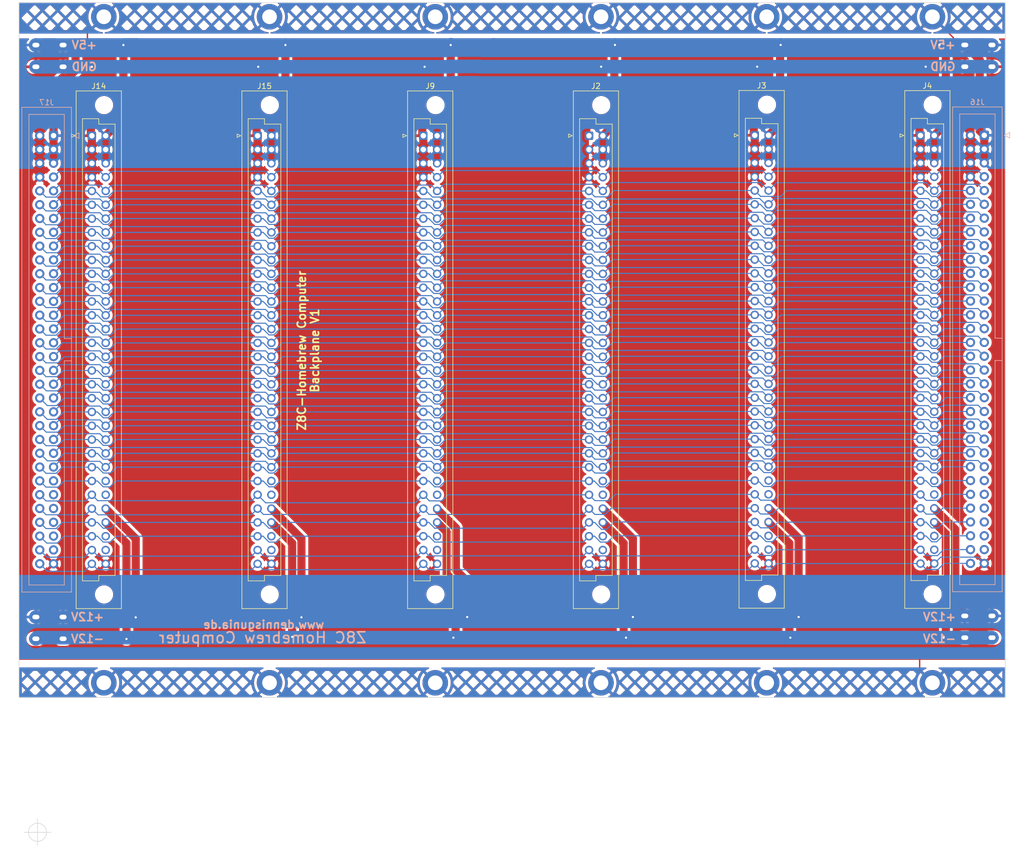
<source format=kicad_pcb>
(kicad_pcb (version 20221018) (generator pcbnew)
  (layers (0 "F.Cu" signal) (31 "B.Cu" signal) (34 "B.Paste" user) (35 "F.Paste" user) (36 "B.SilkS" user "B.Silkscreen") (37 "F.SilkS" user "F.Silkscreen") (38 "B.Mask" user) (39 "F.Mask" user) (44 "Edge.Cuts" user))
  (net 0 "")
  (net 1 "GND")
  (net 2 "/MEMAQ")
  (net 3 "/~{INT3}")
  (net 4 "/A0")
  (net 5 "/A1")
  (net 6 "/A2")
  (net 7 "/A3")
  (net 8 "/A4")
  (net 9 "/A5")
  (net 10 "/A6")
  (net 11 "/A7")
  (net 12 "/A8")
  (net 13 "/A9")
  (net 14 "/A10")
  (net 15 "/A11")
  (net 16 "/A12")
  (net 17 "/A13")
  (net 18 "/A14")
  (net 19 "/A15")
  (net 20 "/~{BUSREQ}")
  (net 21 "/~{BUSACK}")
  (net 22 "/A16")
  (net 23 "/A17")
  (net 24 "/A18")
  (net 25 "/A19")
  (net 26 "/A20")
  (net 27 "/A21")
  (net 28 "/A22")
  (net 29 "/A23")
  (net 30 "+5V")
  (net 31 "/~{INT0}")
  (net 32 "/~{INT1}")
  (net 33 "/~{INT2}")
  (net 34 "/D0")
  (net 35 "/D1")
  (net 36 "/D2")
  (net 37 "/D3")
  (net 38 "/D4")
  (net 39 "/D5")
  (net 40 "/D6")
  (net 41 "/D7")
  (net 42 "/~{RESET}")
  (net 43 "/CLK_CPU")
  (net 44 "/~{INT}")
  (net 45 "/~{NMI}")
  (net 46 "/~{M1}")
  (net 47 "/~{WAIT}")
  (net 48 "/~{HALT}")
  (net 49 "/~{RD}")
  (net 50 "/~{WR}")
  (net 51 "/~{MREQ}")
  (net 52 "/~{IOREQ}")
  (net 53 "+12V")
  (net 54 "-12V")
  (footprint "Connector_DIN:DIN41612_B_2x32_Female_Vertical_THT" (layer "F.Cu") (at 181.92 71.8)
    (fp_text reference "J3")
    (fp_text value "Conn_02x32_Row_Letter_First")
  )
  (footprint "Connector_DIN:DIN41612_B_2x32_Female_Vertical_THT" (layer "F.Cu") (at 212.4 71.83)
    (fp_text reference "J4")
    (fp_text value "Conn_02x32_Row_Letter_First")
  )
  (footprint "MountingHole:MountingHole_2.7mm_M2.5_DIN965_Pad" (layer "F.Cu") (at 184.12 50)
    (fp_text reference "H3" hide)
    (fp_text value "MountingHole_Pad")
  )
  (footprint "MountingHole:MountingHole_2.7mm_M2.5_DIN965_Pad" (layer "F.Cu") (at 92.68 172.5)
    (fp_text reference "H8" hide)
    (fp_text value "MountingHole_Pad")
  )
  (footprint "MountingHole:MountingHole_2.7mm_M2.5_DIN965_Pad" (layer "F.Cu") (at 92.68 50)
    (fp_text reference "H12" hide)
    (fp_text value "MountingHole_Pad")
  )
  (footprint "MountingHole:MountingHole_2.7mm_M2.5_DIN965_Pad" (layer "F.Cu") (at 62.2 172.5)
    (fp_text reference "H10" hide)
    (fp_text value "MountingHole_Pad")
  )
  (footprint "Connector_DIN:DIN41612_B_2x32_Female_Vertical_THT" (layer "F.Cu") (at 60 71.88)
    (fp_text reference "J14")
    (fp_text value "Conn_02x32_Row_Letter_First")
  )
  (footprint "MountingHole:MountingHole_2.7mm_M2.5_DIN965_Pad" (layer "F.Cu") (at 214.6 50)
    (fp_text reference "H1" hide)
    (fp_text value "MountingHole_Pad")
  )
  (footprint "MountingHole:MountingHole_2.7mm_M2.5_DIN965_Pad" (layer "F.Cu") (at 153.64 50)
    (fp_text reference "H5" hide)
    (fp_text value "MountingHole_Pad")
  )
  (footprint "MountingHole:MountingHole_2.7mm_M2.5_DIN965_Pad" (layer "F.Cu") (at 123.16 172.5)
    (fp_text reference "H9" hide)
    (fp_text value "MountingHole_Pad")
  )
  (footprint "Connector_DIN:DIN41612_B_2x32_Female_Vertical_THT" (layer "F.Cu") (at 151.44 71.88)
    (fp_text reference "J2")
    (fp_text value "Conn_02x32_Row_Letter_First")
  )
  (footprint "MountingHole:MountingHole_2.7mm_M2.5_DIN965_Pad" (layer "F.Cu") (at 214.6 172.5)
    (fp_text reference "H4" hide)
    (fp_text value "MountingHole_Pad")
  )
  (footprint "MountingHole:MountingHole_2.7mm_M2.5_DIN965_Pad" (layer "F.Cu") (at 153.64 172.5)
    (fp_text reference "H6" hide)
    (fp_text value "MountingHole_Pad")
  )
  (footprint "Connector_DIN:DIN41612_B_2x32_Female_Vertical_THT" (layer "F.Cu") (at 90.48 71.88)
    (fp_text reference "J15")
    (fp_text value "Conn_02x32_Row_Letter_First")
  )
  (footprint "MountingHole:MountingHole_2.7mm_M2.5_DIN965_Pad" (layer "F.Cu") (at 62.2 50)
    (fp_text reference "H11" hide)
    (fp_text value "MountingHole_Pad")
  )
  (footprint "MountingHole:MountingHole_2.7mm_M2.5_DIN965_Pad" (layer "F.Cu") (at 184.12 172.5)
    (fp_text reference "H2" hide)
    (fp_text value "MountingHole_Pad")
  )
  (footprint "Connector_DIN:DIN41612_B_2x32_Female_Vertical_THT" (layer "F.Cu") (at 120.96 71.88)
    (fp_text reference "J9")
    (fp_text value "Conn_02x32_Row_Letter_First")
  )
  (footprint "MountingHole:MountingHole_2.7mm_M2.5_DIN965_Pad" (layer "F.Cu") (at 123.16 50)
    (fp_text reference "H7" hide)
    (fp_text value "MountingHole_Pad")
  )
  (footprint "digikey-footprints:FS-P475" (layer "B.Cu") (at 52.2 160.4 180)
    (fp_text reference "J10" hide)
    (fp_text value "Conn_01x01_Male")
  )
  (footprint "digikey-footprints:FS-P475" (layer "B.Cu") (at 223.052 55.182 180)
    (fp_text reference "J5" hide)
    (fp_text value "Conn_01x01_Male")
  )
  (footprint "digikey-footprints:FS-P475" (layer "B.Cu") (at 52.2 164.4 180)
    (fp_text reference "J12" hide)
    (fp_text value "Conn_01x01_Male")
  )
  (footprint "digikey-footprints:FS-P475" (layer "B.Cu") (at 223.052 59.182 180)
    (fp_text reference "J8" hide)
    (fp_text value "Conn_01x01_Male")
  )
  (footprint "digikey-footprints:FS-P475" (layer "B.Cu") (at 223.052 164.2 180)
    (fp_text reference "J13" hide)
    (fp_text value "Conn_01x01_Male")
  )
  (footprint "digikey-footprints:FS-P475" (layer "B.Cu") (at 52.2 59.2 180)
    (fp_text reference "J7" hide)
    (fp_text value "Conn_01x01_Male")
  )
  (footprint "digikey-footprints:FS-P475" (layer "B.Cu") (at 52.2 55.2 180)
    (fp_text reference "J6" hide)
    (fp_text value "Conn_01x01_Male")
  )
  (footprint "Connector_IDC:IDC-Header_2x32_P2.54mm_Vertical" (layer "B.Cu") (at 52.95 71.86 180)
    (fp_text reference "J17")
    (fp_text value "Conn_02x32_Odd_Even")
  )
  (footprint "Connector_IDC:IDC-Header_2x32_P2.54mm_Vertical" (layer "B.Cu") (at 224.14 71.8 180)
    (fp_text reference "J16")
    (fp_text value "Conn_02x32_Odd_Even")
  )
  (footprint "digikey-footprints:FS-P475" (layer "B.Cu") (at 223.052 160.2 180)
    (fp_text reference "J11" hide)
    (fp_text value "Conn_01x01_Male")
  )
  (gr_line (start 228 47.4) (end 228 175.2) (stroke (width 0.1)) (layer "Edge.Cuts"))
  (gr_line (start 46.6 47.4) (end 46.6 111.2) (stroke (width 0.1)) (layer "Edge.Cuts"))
  (gr_line (start 46.6 111.2) (end 46.6 175.2) (stroke (width 0.1)) (layer "Edge.Cuts"))
  (gr_line (start 46.6 175.2) (end 228 175.2) (stroke (width 0.1)) (layer "Edge.Cuts"))
  (gr_line (start 228 47.4) (end 46.6 47.4) (stroke (width 0.1)) (layer "Edge.Cuts"))
  (gr_text "GND" (at 58.6 59.2) (layer "B.SilkS") (effects (font (size 1.5 1.5) (thickness 0.3)) (justify mirror)))
  (gr_text "-12V" (at 59.2 164.4) (layer "B.SilkS") (effects (font (size 1.5 1.5) (thickness 0.3)) (justify mirror)))
  (gr_text "www.dennisgunia.de" (at 91.6 161.8) (layer "B.SilkS") (effects (font (size 1.5 1.5) (thickness 0.3)) (justify mirror)))
  (gr_text "+12V" (at 215.9 160.382) (layer "B.SilkS") (effects (font (size 1.5 1.5) (thickness 0.3)) (justify mirror)))
  (gr_text "Z8C Homebrew Computer" (at 91.4 164.2) (layer "B.SilkS") (effects (font (size 2 2) (thickness 0.3)) (justify mirror)))
  (gr_text "+5V" (at 216.535 55.182) (layer "B.SilkS") (effects (font (size 1.5 1.5) (thickness 0.3)) (justify mirror)))
  (gr_text "+5V" (at 58.6 55.2) (layer "B.SilkS") (effects (font (size 1.5 1.5) (thickness 0.3)) (justify mirror)))
  (gr_text "+12V" (at 59.2 160.4) (layer "B.SilkS") (effects (font (size 1.5 1.5) (thickness 0.3)) (justify mirror)))
  (gr_text "GND" (at 216.535 59.182) (layer "B.SilkS") (effects (font (size 1.5 1.5) (thickness 0.3)) (justify mirror)))
  (gr_text "-12V" (at 215.9 164.382) (layer "B.SilkS") (effects (font (size 1.5 1.5) (thickness 0.3)) (justify mirror)))
  (gr_text "Z8C-Homebrew Computer\nBackplane V1" (at 99.8 111.4 90) (layer "F.SilkS") (effects (font (size 1.5 1.5) (thickness 0.3))))
  (target plus (at 50 200) (size 5) (width 0.1) (layer "Edge.Cuts"))
  (segment (start 212.250001 170.150001) (end 212.250001 164.084) (width 0.25) (layer "F.Cu") (net 1))
  (segment (start 218.44 57.07) (end 220.552 59.182) (width 0.25) (layer "F.Cu") (net 1))
  (segment (start 181.92 71.8) (end 181.735 71.615) (width 1.5) (layer "F.Cu") (net 1))
  (segment (start 212.215 60.327) (end 213.36 59.182) (width 1.5) (layer "F.Cu") (net 1))
  (segment (start 151.44 79.5) (end 150.665 78.725) (width 1.5) (layer "F.Cu") (net 1))
  (segment (start 59.815479 59.384521) (end 60 59.2) (width 1.5) (layer "F.Cu") (net 1))
  (segment (start 59.182 54.102) (end 59.302 54.102) (width 0.25) (layer "F.Cu") (net 1))
  (segment (start 90.48 71.88) (end 90.295479 71.695479) (width 1.5) (layer "F.Cu") (net 1))
  (segment (start 214.6 172.5) (end 212.250001 170.150001) (width 0.25) (layer "F.Cu") (net 1))
  (segment (start 50.41 62.19) (end 50.41 59.91) (width 1.5) (layer "F.Cu") (net 1))
  (segment (start 60 79.5) (end 60 71.88) (width 1.5) (layer "F.Cu") (net 1))
  (segment (start 212.215 164.048999) (end 212.250001 164.084) (width 1.5) (layer "F.Cu") (net 1))
  (segment (start 62.2 57) (end 60 59.2) (width 1.5) (layer "F.Cu") (net 1))
  (segment (start 214.6 50) (end 218.44 53.84) (width 0.25) (layer "F.Cu") (net 1))
  (segment (start 221.6 79.42) (end 221.6 71.8) (width 1.5) (layer "F.Cu") (net 1))
  (segment (start 90.48 79.5) (end 90.48 71.88) (width 1.5) (layer "F.Cu") (net 1))
  (segment (start 218.44 53.84) (end 218.44 57.07) (width 0.25) (layer "F.Cu") (net 1))
  (segment (start 120.775479 71.695479) (end 120.775479 59.624521) (width 1.5) (layer "F.Cu") (net 1))
  (segment (start 50.41 59.91) (end 49.7 59.2) (width 1.5) (layer "F.Cu") (net 1))
  (segment (start 213.36 51.24) (end 214.6 50) (width 1.5) (layer "F.Cu") (net 1))
  (segment (start 59.182 53.018) (end 59.182 54.102) (width 0.25) (layer "F.Cu") (net 1))
  (segment (start 181.735 71.615) (end 181.735 59.819) (width 1.5) (layer "F.Cu") (net 1))
  (segment (start 120.96 71.88) (end 120.775479 71.695479) (width 1.5) (layer "F.Cu") (net 1))
  (segment (start 181.735 59.819) (end 182.372 59.182) (width 1.5) (layer "F.Cu") (net 1))
  (segment (start 212.215 71.645) (end 212.215 60.327) (width 1.5) (layer "F.Cu") (net 1))
  (segment (start 123.16 57.24) (end 121.2 59.2) (width 1.5) (layer "F.Cu") (net 1))
  (segment (start 212.4 79.45) (end 212.4 71.83) (width 1.5) (layer "F.Cu") (net 1))
  (segment (start 92.68 57.12) (end 90.6 59.2) (width 1.5) (layer "F.Cu") (net 1))
  (segment (start 221.6 71.8) (end 221.6 60.23) (width 1.5) (layer "F.Cu") (net 1))
  (segment (start 62.2 50) (end 59.182 53.018) (width 0.25) (layer "F.Cu") (net 1))
  (segment (start 150.665 62.187) (end 153.67 59.182) (width 1.5) (layer "F.Cu") (net 1))
  (segment (start 212.4 71.83) (end 212.215 71.645) (width 1.5) (layer "F.Cu") (net 1))
  (segment (start 120.775479 59.624521) (end 121.2 59.2) (width 1.5) (layer "F.Cu") (net 1))
  (segment (start 60 71.88) (end 59.815479 71.695479) (width 1.5) (layer "F.Cu") (net 1))
  (segment (start 59.815479 71.695479) (end 59.815479 59.384521) (width 1.5) (layer "F.Cu") (net 1))
  (segment (start 221.6 60.23) (end 220.552 59.182) (width 1.5) (layer "F.Cu") (net 1))
  (segment (start 90.295479 71.695479) (end 90.295479 59.504521) (width 1.5) (layer "F.Cu") (net 1))
  (segment (start 120.96 79.5) (end 120.96 71.88) (width 1.5) (layer "F.Cu") (net 1))
  (segment (start 90.295479 59.504521) (end 90.6 59.2) (width 1.5) (layer "F.Cu") (net 1))
  (segment (start 181.92 79.42) (end 181.92 71.8) (width 1.5) (layer "F.Cu") (net 1))
  (segment (start 50.41 79.48) (end 50.41 62.19) (width 1.5) (layer "F.Cu") (net 1))
  (segment (start 59.302 54.102) (end 62.2 57) (width 0.25) (layer "F.Cu") (net 1))
  (segment (start 62.2 172.5) (end 64.664521 170.035479) (width 0.25) (layer "F.Cu") (net 1))
  (segment (start 150.665 78.725) (end 150.665 62.187) (width 1.5) (layer "F.Cu") (net 1))
  (via (at 121.2 59.2) (size 0.8) (drill 0.4) (layers "F.Cu" "B.Cu") (net 1))
  (via (at 213.36 59.182) (size 0.8) (drill 0.4) (layers "F.Cu" "B.Cu") (net 1))
  (via (at 153.67 59.182) (size 0.8) (drill 0.4) (layers "F.Cu" "B.Cu") (net 1))
  (via (at 182.372 59.182) (size 0.8) (drill 0.4) (layers "F.Cu" "B.Cu") (net 1))
  (via (at 90.6 59.2) (size 0.8) (drill 0.4) (layers "F.Cu" "B.Cu") (net 1))
  (via (at 60 59.2) (size 0.8) (drill 0.4) (layers "F.Cu" "B.Cu") (net 1))
  (segment (start 216.12 149.39) (end 222.99 149.39) (width 0.2) (layer "B.Cu") (net 1))
  (segment (start 214.94 150.57) (end 216.12 149.39) (width 0.2) (layer "B.Cu") (net 1))
  (segment (start 121.2 59.2) (end 125.8 59.2) (width 2.5) (layer "B.Cu") (net 1))
  (segment (start 60 59.2) (end 49.7 59.2) (width 2.5) (layer "B.Cu") (net 1))
  (segment (start 153.67 59.182) (end 182.372 59.182) (width 2.5) (layer "B.Cu") (net 1))
  (segment (start 60 59.2) (end 90.6 59.2) (width 2.5) (layer "B.Cu") (net 1))
  (segment (start 182.372 59.182) (end 213.36 59.182) (width 2.5) (layer "B.Cu") (net 1))
  (segment (start 90.6 59.2) (end 121.2 59.2) (width 2.5) (layer "B.Cu") (net 1))
  (segment (start 131.36 59.182) (end 153.67 59.182) (width 2.5) (layer "B.Cu") (net 1))
  (segment (start 125.86 59.14) (end 131.318 59.14) (width 2.5) (layer "B.Cu") (net 1))
  (segment (start 213.36 59.182) (end 225.552 59.182) (width 2.5) (layer "B.Cu") (net 1))
  (segment (start 131.318 59.14) (end 131.36 59.182) (width 2.5) (layer "B.Cu") (net 1))
  (segment (start 125.8 59.2) (end 125.86 59.14) (width 2.5) (layer "B.Cu") (net 1))
  (segment (start 222.99 149.39) (end 224.14 150.54) (width 0.2) (layer "B.Cu") (net 1))
  (segment (start 213.41972 81.99) (end 214.49472 83.065) (width 0.2) (layer "B.Cu") (net 2))
  (segment (start 53.426144 83.169511) (end 51.559511 83.169511) (width 0.2) (layer "B.Cu") (net 2))
  (segment (start 152.515 83.115) (end 151.44 82.04) (width 0.2) (layer "B.Cu") (net 2))
  (segment (start 94.539589 82.04) (end 93.465078 83.114511) (width 0.2) (layer "B.Cu") (net 2))
  (segment (start 122.642503 83.157497) (end 121.525006 82.04) (width 0.2) (layer "B.Cu") (net 2))
  (segment (start 124.29307 83.157497) (end 122.642503 83.157497) (width 0.2) (layer "B.Cu") (net 2))
  (segment (start 151.44 82.04) (end 125.410568 82.04) (width 0.2) (layer "B.Cu") (net 2))
  (segment (start 120.96 82.04) (end 94.539589 82.04) (width 0.2) (layer "B.Cu") (net 2))
  (segment (start 64.059589 82.04) (end 62.985078 83.114511) (width 0.2) (layer "B.Cu") (net 2))
  (segment (start 60 82.04) (end 54.555655 82.04) (width 0.2) (layer "B.Cu") (net 2))
  (segment (start 154.883 83.115) (end 152.515 83.115) (width 0.2) (layer "B.Cu") (net 2))
  (segment (start 182.995 83.035) (end 186.713 83.035) (width 0.2) (layer "B.Cu") (net 2))
  (segment (start 51.559511 83.169511) (end 50.41 82.02) (width 0.2) (layer "B.Cu") (net 2))
  (segment (start 91.04 82.04) (end 90.48 82.04) (width 0.2) (layer "B.Cu") (net 2))
  (segment (start 60.565006 82.04) (end 60 82.04) (width 0.2) (layer "B.Cu") (net 2))
  (segment (start 156.038 81.96) (end 154.883 83.115) (width 0.2) (layer "B.Cu") (net 2))
  (segment (start 62.985078 83.114511) (end 61.639517 83.114511) (width 0.2) (layer "B.Cu") (net 2))
  (segment (start 93.465078 83.114511) (end 92.114511 83.114511) (width 0.2) (layer "B.Cu") (net 2))
  (segment (start 124.553284 82.897284) (end 124.29307 83.157497) (width 0.2) (layer "B.Cu") (net 2))
  (segment (start 215.385 83.065) (end 216.49 81.96) (width 0.2) (layer "B.Cu") (net 2))
  (segment (start 54.555655 82.04) (end 53.426144 83.169511) (width 0.2) (layer "B.Cu") (net 2))
  (segment (start 212.4 81.99) (end 213.41972 81.99) (width 0.2) (layer "B.Cu") (net 2))
  (segment (start 61.639517 83.114511) (end 60.565006 82.04) (width 0.2) (layer "B.Cu") (net 2))
  (segment (start 121.525006 82.04) (end 120.96 82.04) (width 0.2) (layer "B.Cu") (net 2))
  (segment (start 181.92 81.96) (end 156.038 81.96) (width 0.2) (layer "B.Cu") (net 2))
  (segment (start 186.713 83.035) (end 187.758 81.99) (width 0.2) (layer "B.Cu") (net 2))
  (segment (start 92.114511 83.114511) (end 91.04 82.04) (width 0.2) (layer "B.Cu") (net 2))
  (segment (start 216.49 81.96) (end 221.6 81.96) (width 0.2) (layer "B.Cu") (net 2))
  (segment (start 181.92 81.96) (end 182.995 83.035) (width 0.2) (layer "B.Cu") (net 2))
  (segment (start 125.410568 82.04) (end 124.553284 82.897284) (width 0.2) (layer "B.Cu") (net 2))
  (segment (start 214.49472 83.065) (end 215.385 83.065) (width 0.2) (layer "B.Cu") (net 2))
  (segment (start 187.758 81.99) (end 212.4 81.99) (width 0.2) (layer "B.Cu") (net 2))
  (segment (start 90.48 82.04) (end 64.059589 82.04) (width 0.2) (layer "B.Cu") (net 2))
  (segment (start 155.784 84.5) (end 181.92 84.5) (width 0.2) (layer "B.Cu") (net 3))
  (segment (start 181.92 84.5) (end 182.93972 84.5) (width 0.2) (layer "B.Cu") (net 3))
  (segment (start 50.41 84.56) (end 51.559511 85.709511) (width 0.2) (layer "B.Cu") (net 3))
  (segment (start 123.054922 85.654511) (end 124.345489 85.654511) (width 0.2) (layer "B.Cu") (net 3))
  (segment (start 120.96 84.58) (end 121.980411 84.58) (width 0.2) (layer "B.Cu") (net 3))
  (segment (start 184.122877 85.683157) (end 185.251157 85.683157) (width 0.2) (layer "B.Cu") (net 3))
  (segment (start 61.020411 84.58) (end 62.094922 85.654511) (width 0.2) (layer "B.Cu") (net 3))
  (segment (start 94.62 84.58) (end 120.96 84.58) (width 0.2) (layer "B.Cu") (net 3))
  (segment (start 152.515 85.655) (end 154.629 85.655) (width 0.2) (layer "B.Cu") (net 3))
  (segment (start 212.4 84.53) (end 213.41972 84.53) (width 0.2) (layer "B.Cu") (net 3))
  (segment (start 54.555655 84.58) (end 60 84.58) (width 0.2) (layer "B.Cu") (net 3))
  (segment (start 213.41972 84.53) (end 214.49472 85.605) (width 0.2) (layer "B.Cu") (net 3))
  (segment (start 125.42 84.58) (end 124.345489 85.654511) (width 0.2) (layer "B.Cu") (net 3))
  (segment (start 186.404315 84.53) (end 212.4 84.53) (width 0.2) (layer "B.Cu") (net 3))
  (segment (start 154.629 85.655) (end 155.784 84.5) (width 0.2) (layer "B.Cu") (net 3))
  (segment (start 215.639 85.605) (end 216.744 84.5) (width 0.2) (layer "B.Cu") (net 3))
  (segment (start 63.345489 85.654511) (end 64.42 84.58) (width 0.2) (layer "B.Cu") (net 3))
  (segment (start 92.574922 85.654511) (end 93.545489 85.654511) (width 0.2) (layer "B.Cu") (net 3))
  (segment (start 60 84.58) (end 61.020411 84.58) (width 0.2) (layer "B.Cu") (net 3))
  (segment (start 214.49472 85.605) (end 215.639 85.605) (width 0.2) (layer "B.Cu") (net 3))
  (segment (start 91.500411 84.58) (end 92.574922 85.654511) (width 0.2) (layer "B.Cu") (net 3))
  (segment (start 185.251157 85.683157) (end 186.404315 84.53) (width 0.2) (layer "B.Cu") (net 3))
  (segment (start 182.93972 84.5) (end 184.122877 85.683157) (width 0.2) (layer "B.Cu") (net 3))
  (segment (start 53.426144 85.709511) (end 54.555655 84.58) (width 0.2) (layer "B.Cu") (net 3))
  (segment (start 151.44 84.58) (end 125.42 84.58) (width 0.2) (layer "B.Cu") (net 3))
  (segment (start 121.980411 84.58) (end 123.054922 85.654511) (width 0.2) (layer "B.Cu") (net 3))
  (segment (start 216.744 84.5) (end 221.6 84.5) (width 0.2) (layer "B.Cu") (net 3))
  (segment (start 90.48 84.58) (end 91.500411 84.58) (width 0.2) (layer "B.Cu") (net 3))
  (segment (start 93.545489 85.654511) (end 94.62 84.58) (width 0.2) (layer "B.Cu") (net 3))
  (segment (start 62.094922 85.654511) (end 63.345489 85.654511) (width 0.2) (layer "B.Cu") (net 3))
  (segment (start 151.44 84.58) (end 152.515 85.655) (width 0.2) (layer "B.Cu") (net 3))
  (segment (start 64.42 84.58) (end 90.48 84.58) (width 0.2) (layer "B.Cu") (net 3))
  (segment (start 51.559511 85.709511) (end 53.426144 85.709511) (width 0.2) (layer "B.Cu") (net 3))
  (segment (start 51.559511 88.249511) (end 53.775483 88.249511) (width 0.2) (layer "B.Cu") (net 4))
  (segment (start 212.4 87.07) (end 213.41972 87.07) (width 0.2) (layer "B.Cu") (net 4))
  (segment (start 61.020411 87.12) (end 62.094922 88.194511) (width 0.2) (layer "B.Cu") (net 4))
  (segment (start 90.48 87.12) (end 91.500411 87.12) (width 0.2) (layer "B.Cu") (net 4))
  (segment (start 54.88 87.12) (end 60 87.12) (width 0.2) (layer "B.Cu") (net 4))
  (segment (start 62.094922 88.194511) (end 62.985078 88.194511) (width 0.2) (layer "B.Cu") (net 4))
  (segment (start 94.88 87.12) (end 120.96 87.12) (width 0.2) (layer "B.Cu") (net 4))
  (segment (start 214.49472 88.145) (end 215.385 88.145) (width 0.2) (layer "B.Cu") (net 4))
  (segment (start 183.583686 88.138) (end 182.485686 87.04) (width 0.2) (layer "B.Cu") (net 4))
  (segment (start 123.054922 88.194511) (end 123.698 88.194511) (width 0.2) (layer "B.Cu") (net 4))
  (segment (start 54.6 87.424994) (end 54.6 87.4) (width 0.2) (layer "B.Cu") (net 4))
  (segment (start 184.912 88.138) (end 183.583686 88.138) (width 0.2) (layer "B.Cu") (net 4))
  (segment (start 182.485686 87.04) (end 181.92 87.04) (width 0.2) (layer "B.Cu") (net 4))
  (segment (start 54.6 87.4) (end 54.88 87.12) (width 0.2) (layer "B.Cu") (net 4))
  (segment (start 121.980411 87.12) (end 123.054922 88.194511) (width 0.2) (layer "B.Cu") (net 4))
  (segment (start 120.96 87.12) (end 121.980411 87.12) (width 0.2) (layer "B.Cu") (net 4))
  (segment (start 215.385 88.145) (end 216.49 87.04) (width 0.2) (layer "B.Cu") (net 4))
  (segment (start 60 87.12) (end 61.020411 87.12) (width 0.2) (layer "B.Cu") (net 4))
  (segment (start 151.44 87.12) (end 125.02028 87.12) (width 0.2) (layer "B.Cu") (net 4))
  (segment (start 91.500411 87.12) (end 92.574922 88.194511) (width 0.2) (layer "B.Cu") (net 4))
  (segment (start 155.784 87.04) (end 181.92 87.04) (width 0.2) (layer "B.Cu") (net 4))
  (segment (start 185.98 87.07) (end 184.912 88.138) (width 0.2) (layer "B.Cu") (net 4))
  (segment (start 123.945769 88.194511) (end 123.698 88.194511) (width 0.2) (layer "B.Cu") (net 4))
  (segment (start 151.44 87.12) (end 152.515 88.195) (width 0.2) (layer "B.Cu") (net 4))
  (segment (start 216.49 87.04) (end 221.6 87.04) (width 0.2) (layer "B.Cu") (net 4))
  (segment (start 92.574922 88.194511) (end 93.805489 88.194511) (width 0.2) (layer "B.Cu") (net 4))
  (segment (start 53.775483 88.249511) (end 54.6 87.424994) (width 0.2) (layer "B.Cu") (net 4))
  (segment (start 212.4 87.07) (end 185.98 87.07) (width 0.2) (layer "B.Cu") (net 4))
  (segment (start 64.059589 87.12) (end 90.48 87.12) (width 0.2) (layer "B.Cu") (net 4))
  (segment (start 154.629 88.195) (end 155.784 87.04) (width 0.2) (layer "B.Cu") (net 4))
  (segment (start 125.02028 87.12) (end 123.945769 88.194511) (width 0.2) (layer "B.Cu") (net 4))
  (segment (start 93.805489 88.194511) (end 94.88 87.12) (width 0.2) (layer "B.Cu") (net 4))
  (segment (start 50.41 87.1) (end 51.559511 88.249511) (width 0.2) (layer "B.Cu") (net 4))
  (segment (start 152.515 88.195) (end 154.629 88.195) (width 0.2) (layer "B.Cu") (net 4))
  (segment (start 62.985078 88.194511) (end 64.059589 87.12) (width 0.2) (layer "B.Cu") (net 4))
  (segment (start 213.41972 87.07) (end 214.49472 88.145) (width 0.2) (layer "B.Cu") (net 4))
  (segment (start 61.020411 89.66) (end 62.094922 90.734511) (width 0.2) (layer "B.Cu") (net 5))
  (segment (start 64.54 89.66) (end 90.48 89.66) (width 0.2) (layer "B.Cu") (net 5))
  (segment (start 53.426144 90.789511) (end 54.555655 89.66) (width 0.2) (layer "B.Cu") (net 5))
  (segment (start 213.41972 89.61) (end 214.49472 90.685) (width 0.2) (layer "B.Cu") (net 5))
  (segment (start 154.629 90.735) (end 155.784 89.58) (width 0.2) (layer "B.Cu") (net 5))
  (segment (start 123.912783 90.767497) (end 123.444 90.767497) (width 0.2) (layer "B.Cu") (net 5))
  (segment (start 214.49472 90.685) (end 215.385 90.685) (width 0.2) (layer "B.Cu") (net 5))
  (segment (start 212.4 89.61) (end 213.41972 89.61) (width 0.2) (layer "B.Cu") (net 5))
  (segment (start 185.166 90.678) (end 183.583686 90.678) (width 0.2) (layer "B.Cu") (net 5))
  (segment (start 152.515 90.735) (end 154.629 90.735) (width 0.2) (layer "B.Cu") (net 5))
  (segment (start 93.465489 90.734511) (end 94.54 89.66) (width 0.2) (layer "B.Cu") (net 5))
  (segment (start 212.4 89.61) (end 186.234 89.61) (width 0.2) (layer "B.Cu") (net 5))
  (segment (start 50.41 89.64) (end 51.559511 90.789511) (width 0.2) (layer "B.Cu") (net 5))
  (segment (start 155.784 89.58) (end 181.92 89.58) (width 0.2) (layer "B.Cu") (net 5))
  (segment (start 60 89.66) (end 61.020411 89.66) (width 0.2) (layer "B.Cu") (net 5))
  (segment (start 121.980411 89.66) (end 123.087908 90.767497) (width 0.2) (layer "B.Cu") (net 5))
  (segment (start 151.44 89.66) (end 125.02028 89.66) (width 0.2) (layer "B.Cu") (net 5))
  (segment (start 54.555655 89.66) (end 60 89.66) (width 0.2) (layer "B.Cu") (net 5))
  (segment (start 94.54 89.66) (end 120.96 89.66) (width 0.2) (layer "B.Cu") (net 5))
  (segment (start 91.500411 89.66) (end 92.574922 90.734511) (width 0.2) (layer "B.Cu") (net 5))
  (segment (start 123.087908 90.767497) (end 123.444 90.767497) (width 0.2) (layer "B.Cu") (net 5))
  (segment (start 63.465489 90.734511) (end 64.54 89.66) (width 0.2) (layer "B.Cu") (net 5))
  (segment (start 182.485686 89.58) (end 181.92 89.58) (width 0.2) (layer "B.Cu") (net 5))
  (segment (start 51.559511 90.789511) (end 53.426144 90.789511) (width 0.2) (layer "B.Cu") (net 5))
  (segment (start 120.96 89.66) (end 121.980411 89.66) (width 0.2) (layer "B.Cu") (net 5))
  (segment (start 183.583686 90.678) (end 182.485686 89.58) (width 0.2) (layer "B.Cu") (net 5))
  (segment (start 125.02028 89.66) (end 123.912783 90.767497) (width 0.2) (layer "B.Cu") (net 5))
  (segment (start 90.48 89.66) (end 91.500411 89.66) (width 0.2) (layer "B.Cu") (net 5))
  (segment (start 216.49 89.58) (end 221.6 89.58) (width 0.2) (layer "B.Cu") (net 5))
  (segment (start 186.234 89.61) (end 185.166 90.678) (width 0.2) (layer "B.Cu") (net 5))
  (segment (start 92.574922 90.734511) (end 93.465489 90.734511) (width 0.2) (layer "B.Cu") (net 5))
  (segment (start 62.094922 90.734511) (end 63.465489 90.734511) (width 0.2) (layer "B.Cu") (net 5))
  (segment (start 151.44 89.66) (end 152.515 90.735) (width 0.2) (layer "B.Cu") (net 5))
  (segment (start 215.385 90.685) (end 216.49 89.58) (width 0.2) (layer "B.Cu") (net 5))
  (segment (start 51.63 93.4) (end 53.704994 93.4) (width 0.2) (layer "B.Cu") (net 6))
  (segment (start 151.44 92.2) (end 152.515 93.275) (width 0.2) (layer "B.Cu") (net 6))
  (segment (start 93.594994 93.6) (end 94.994994 92.2) (width 0.2) (layer "B.Cu") (net 6))
  (segment (start 155.58028 92.12) (end 181.92 92.12) (width 0.2) (layer "B.Cu") (net 6))
  (segment (start 154.42528 93.275) (end 155.58028 92.12) (width 0.2) (layer "B.Cu") (net 6))
  (segment (start 62.094922 93.274511) (end 63.525489 93.274511) (width 0.2) (layer "B.Cu") (net 6))
  (segment (start 64.6 92.2) (end 90.48 92.2) (width 0.2) (layer "B.Cu") (net 6))
  (segment (start 216.744 92.12) (end 221.6 92.12) (width 0.2) (layer "B.Cu") (net 6))
  (segment (start 123.945769 93.274511) (end 123.054922 93.274511) (width 0.2) (layer "B.Cu") (net 6))
  (segment (start 120.96 92.2) (end 121.980411 92.2) (width 0.2) (layer "B.Cu") (net 6))
  (segment (start 63.525489 93.274511) (end 64.6 92.2) (width 0.2) (layer "B.Cu") (net 6))
  (segment (start 212.4 92.15) (end 213.41972 92.15) (width 0.2) (layer "B.Cu") (net 6))
  (segment (start 183.583686 93.218) (end 182.485686 92.12) (width 0.2) (layer "B.Cu") (net 6))
  (segment (start 121.980411 92.2) (end 123.054922 93.274511) (width 0.2) (layer "B.Cu") (net 6))
  (segment (start 90.48 92.2) (end 91.045006 92.2) (width 0.2) (layer "B.Cu") (net 6))
  (segment (start 214.49472 93.225) (end 215.639 93.225) (width 0.2) (layer "B.Cu") (net 6))
  (segment (start 61.020411 92.2) (end 62.094922 93.274511) (width 0.2) (layer "B.Cu") (net 6))
  (segment (start 94.994994 92.2) (end 120.96 92.2) (width 0.2) (layer "B.Cu") (net 6))
  (segment (start 215.639 93.225) (end 216.744 92.12) (width 0.2) (layer "B.Cu") (net 6))
  (segment (start 212.4 92.15) (end 186.234 92.15) (width 0.2) (layer "B.Cu") (net 6))
  (segment (start 152.515 93.275) (end 154.42528 93.275) (width 0.2) (layer "B.Cu") (net 6))
  (segment (start 60 92.2) (end 61.020411 92.2) (width 0.2) (layer "B.Cu") (net 6))
  (segment (start 53.704994 93.4) (end 54.904994 92.2) (width 0.2) (layer "B.Cu") (net 6))
  (segment (start 151.44 92.2) (end 125.02028 92.2) (width 0.2) (layer "B.Cu") (net 6))
  (segment (start 182.485686 92.12) (end 181.92 92.12) (width 0.2) (layer "B.Cu") (net 6))
  (segment (start 125.02028 92.2) (end 123.945769 93.274511) (width 0.2) (layer "B.Cu") (net 6))
  (segment (start 50.41 92.18) (end 51.63 93.4) (width 0.2) (layer "B.Cu") (net 6))
  (segment (start 213.41972 92.15) (end 214.49472 93.225) (width 0.2) (layer "B.Cu") (net 6))
  (segment (start 185.166 93.218) (end 183.583686 93.218) (width 0.2) (layer "B.Cu") (net 6))
  (segment (start 54.904994 92.2) (end 60 92.2) (width 0.2) (layer "B.Cu") (net 6))
  (segment (start 186.234 92.15) (end 185.166 93.218) (width 0.2) (layer "B.Cu") (net 6))
  (segment (start 91.045006 92.2) (end 92.445006 93.6) (width 0.2) (layer "B.Cu") (net 6))
  (segment (start 92.445006 93.6) (end 93.594994 93.6) (width 0.2) (layer "B.Cu") (net 6))
  (segment (start 92.574922 95.814511) (end 93.465078 95.814511) (width 0.2) (layer "B.Cu") (net 7))
  (segment (start 54.555655 94.74) (end 60 94.74) (width 0.2) (layer "B.Cu") (net 7))
  (segment (start 213.41972 94.69) (end 214.49472 95.765) (width 0.2) (layer "B.Cu") (net 7))
  (segment (start 212.4 94.69) (end 185.98 94.69) (width 0.2) (layer "B.Cu") (net 7))
  (segment (start 62.280411 96) (end 63 96) (width 0.2) (layer "B.Cu") (net 7))
  (segment (start 216.49 94.66) (end 221.6 94.66) (width 0.2) (layer "B.Cu") (net 7))
  (segment (start 185.98 94.69) (end 184.912 95.758) (width 0.2) (layer "B.Cu") (net 7))
  (segment (start 53.426144 95.869511) (end 54.555655 94.74) (width 0.2) (layer "B.Cu") (net 7))
  (segment (start 51.559511 95.869511) (end 53.426144 95.869511) (width 0.2) (layer "B.Cu") (net 7))
  (segment (start 50.41 94.72) (end 51.559511 95.869511) (width 0.2) (layer "B.Cu") (net 7))
  (segment (start 214.49472 95.765) (end 215.385 95.765) (width 0.2) (layer "B.Cu") (net 7))
  (segment (start 151.44 94.74) (end 152.515 95.815) (width 0.2) (layer "B.Cu") (net 7))
  (segment (start 155.784 94.66) (end 181.92 94.66) (width 0.2) (layer "B.Cu") (net 7))
  (segment (start 182.485686 94.66) (end 181.92 94.66) (width 0.2) (layer "B.Cu") (net 7))
  (segment (start 93.465078 95.814511) (end 94.539589 94.74) (width 0.2) (layer "B.Cu") (net 7))
  (segment (start 121.980411 94.74) (end 123.054922 95.814511) (width 0.2) (layer "B.Cu") (net 7))
  (segment (start 64.26 94.74) (end 90.48 94.74) (width 0.2) (layer "B.Cu") (net 7))
  (segment (start 183.583686 95.758) (end 182.485686 94.66) (width 0.2) (layer "B.Cu") (net 7))
  (segment (start 61.020411 94.74) (end 62.280411 96) (width 0.2) (layer "B.Cu") (net 7))
  (segment (start 94.539589 94.74) (end 120.96 94.74) (width 0.2) (layer "B.Cu") (net 7))
  (segment (start 90.48 94.74) (end 91.500411 94.74) (width 0.2) (layer "B.Cu") (net 7))
  (segment (start 151.44 94.74) (end 125.02028 94.74) (width 0.2) (layer "B.Cu") (net 7))
  (segment (start 123.054922 95.814511) (end 123.698 95.814511) (width 0.2) (layer "B.Cu") (net 7))
  (segment (start 154.629 95.815) (end 155.784 94.66) (width 0.2) (layer "B.Cu") (net 7))
  (segment (start 184.912 95.758) (end 183.583686 95.758) (width 0.2) (layer "B.Cu") (net 7))
  (segment (start 152.515 95.815) (end 154.629 95.815) (width 0.2) (layer "B.Cu") (net 7))
  (segment (start 123.945769 95.814511) (end 123.698 95.814511) (width 0.2) (layer "B.Cu") (net 7))
  (segment (start 215.385 95.765) (end 216.49 94.66) (width 0.2) (layer "B.Cu") (net 7))
  (segment (start 125.02028 94.74) (end 123.945769 95.814511) (width 0.2) (layer "B.Cu") (net 7))
  (segment (start 91.500411 94.74) (end 92.574922 95.814511) (width 0.2) (layer "B.Cu") (net 7))
  (segment (start 212.4 94.69) (end 213.41972 94.69) (width 0.2) (layer "B.Cu") (net 7))
  (segment (start 120.96 94.74) (end 121.980411 94.74) (width 0.2) (layer "B.Cu") (net 7))
  (segment (start 63 96) (end 64.26 94.74) (width 0.2) (layer "B.Cu") (net 7))
  (segment (start 60 94.74) (end 61.020411 94.74) (width 0.2) (layer "B.Cu") (net 7))
  (segment (start 151.44 97.28) (end 125.02028 97.28) (width 0.2) (layer "B.Cu") (net 8))
  (segment (start 125.02028 97.28) (end 123.945769 98.354511) (width 0.2) (layer "B.Cu") (net 8))
  (segment (start 215.385 98.305) (end 216.49 97.2) (width 0.2) (layer "B.Cu") (net 8))
  (segment (start 155.58028 97.2) (end 181.92 97.2) (width 0.2) (layer "B.Cu") (net 8))
  (segment (start 62.985078 98.354511) (end 64.059589 97.28) (width 0.2) (layer "B.Cu") (net 8))
  (segment (start 54.4 97.4) (end 54.52 97.28) (width 0.2) (layer "B.Cu") (net 8))
  (segment (start 182.485686 97.2) (end 181.92 97.2) (width 0.2) (layer "B.Cu") (net 8))
  (segment (start 91.500411 97.28) (end 92.574922 98.354511) (width 0.2) (layer "B.Cu") (net 8))
  (segment (start 93.465078 98.354511) (end 94.539589 97.28) (width 0.2) (layer "B.Cu") (net 8))
  (segment (start 64.059589 97.28) (end 90.48 97.28) (width 0.2) (layer "B.Cu") (net 8))
  (segment (start 216.49 97.2) (end 221.6 97.2) (width 0.2) (layer "B.Cu") (net 8))
  (segment (start 186.234 97.23) (end 184.912 98.552) (width 0.2) (layer "B.Cu") (net 8))
  (segment (start 121.980411 97.28) (end 123.054922 98.354511) (width 0.2) (layer "B.Cu") (net 8))
  (segment (start 62.094922 98.354511) (end 62.985078 98.354511) (width 0.2) (layer "B.Cu") (net 8))
  (segment (start 154.42528 98.355) (end 155.58028 97.2) (width 0.2) (layer "B.Cu") (net 8))
  (segment (start 214.49472 98.305) (end 215.385 98.305) (width 0.2) (layer "B.Cu") (net 8))
  (segment (start 54.4 97.435655) (end 54.4 97.4) (width 0.2) (layer "B.Cu") (net 8))
  (segment (start 51.559511 98.409511) (end 53.426144 98.409511) (width 0.2) (layer "B.Cu") (net 8))
  (segment (start 212.4 97.23) (end 213.41972 97.23) (width 0.2) (layer "B.Cu") (net 8))
  (segment (start 152.515 98.355) (end 154.42528 98.355) (width 0.2) (layer "B.Cu") (net 8))
  (segment (start 183.837686 98.552) (end 182.485686 97.2) (width 0.2) (layer "B.Cu") (net 8))
  (segment (start 54.52 97.28) (end 60 97.28) (width 0.2) (layer "B.Cu") (net 8))
  (segment (start 123.054922 98.354511) (end 123.698 98.354511) (width 0.2) (layer "B.Cu") (net 8))
  (segment (start 94.539589 97.28) (end 120.96 97.28) (width 0.2) (layer "B.Cu") (net 8))
  (segment (start 123.945769 98.354511) (end 123.698 98.354511) (width 0.2) (layer "B.Cu") (net 8))
  (segment (start 60 97.28) (end 61.020411 97.28) (width 0.2) (layer "B.Cu") (net 8))
  (segment (start 50.41 97.26) (end 51.559511 98.409511) (width 0.2) (layer "B.Cu") (net 8))
  (segment (start 90.48 97.28) (end 91.500411 97.28) (width 0.2) (layer "B.Cu") (net 8))
  (segment (start 212.4 97.23) (end 186.234 97.23) (width 0.2) (layer "B.Cu") (net 8))
  (segment (start 184.912 98.552) (end 183.837686 98.552) (width 0.2) (layer "B.Cu") (net 8))
  (segment (start 61.020411 97.28) (end 62.094922 98.354511) (width 0.2) (layer "B.Cu") (net 8))
  (segment (start 213.41972 97.23) (end 214.49472 98.305) (width 0.2) (layer "B.Cu") (net 8))
  (segment (start 53.426144 98.409511) (end 54.4 97.435655) (width 0.2) (layer "B.Cu") (net 8))
  (segment (start 92.574922 98.354511) (end 93.465078 98.354511) (width 0.2) (layer "B.Cu") (net 8))
  (segment (start 151.44 97.28) (end 152.515 98.355) (width 0.2) (layer "B.Cu") (net 8))
  (segment (start 120.96 97.28) (end 121.980411 97.28) (width 0.2) (layer "B.Cu") (net 8))
  (segment (start 213.41972 99.77) (end 214.49472 100.845) (width 0.2) (layer "B.Cu") (net 9))
  (segment (start 62.985078 100.894511) (end 64.059589 99.82) (width 0.2) (layer "B.Cu") (net 9))
  (segment (start 154.629 100.895) (end 155.784 99.74) (width 0.2) (layer "B.Cu") (net 9))
  (segment (start 186.234 99.77) (end 185.166 100.838) (width 0.2) (layer "B.Cu") (net 9))
  (segment (start 155.784 99.74) (end 181.92 99.74) (width 0.2) (layer "B.Cu") (net 9))
  (segment (start 152.515 100.895) (end 154.629 100.895) (width 0.2) (layer "B.Cu") (net 9))
  (segment (start 91.500411 99.82) (end 92.574922 100.894511) (width 0.2) (layer "B.Cu") (net 9))
  (segment (start 123.945769 100.894511) (end 123.444 100.894511) (width 0.2) (layer "B.Cu") (net 9))
  (segment (start 61.020411 99.82) (end 62.094922 100.894511) (width 0.2) (layer "B.Cu") (net 9))
  (segment (start 212.4 99.77) (end 186.234 99.77) (width 0.2) (layer "B.Cu") (net 9))
  (segment (start 93.465078 100.894511) (end 94.539589 99.82) (width 0.2) (layer "B.Cu") (net 9))
  (segment (start 183.583686 100.838) (end 182.485686 99.74) (width 0.2) (layer "B.Cu") (net 9))
  (segment (start 51.559511 100.949511) (end 53.450489 100.949511) (width 0.2) (layer "B.Cu") (net 9))
  (segment (start 50.41 99.8) (end 51.559511 100.949511) (width 0.2) (layer "B.Cu") (net 9))
  (segment (start 122.894511 100.894511) (end 123.444 100.894511) (width 0.2) (layer "B.Cu") (net 9))
  (segment (start 212.4 99.77) (end 213.41972 99.77) (width 0.2) (layer "B.Cu") (net 9))
  (segment (start 216.49 99.74) (end 221.6 99.74) (width 0.2) (layer "B.Cu") (net 9))
  (segment (start 54.58 99.82) (end 60 99.82) (width 0.2) (layer "B.Cu") (net 9))
  (segment (start 60 99.82) (end 61.020411 99.82) (width 0.2) (layer "B.Cu") (net 9))
  (segment (start 92.574922 100.894511) (end 93.465078 100.894511) (width 0.2) (layer "B.Cu") (net 9))
  (segment (start 120.96 99.82) (end 121.82 99.82) (width 0.2) (layer "B.Cu") (net 9))
  (segment (start 62.094922 100.894511) (end 62.985078 100.894511) (width 0.2) (layer "B.Cu") (net 9))
  (segment (start 53.450489 100.949511) (end 54.58 99.82) (width 0.2) (layer "B.Cu") (net 9))
  (segment (start 185.166 100.838) (end 183.583686 100.838) (width 0.2) (layer "B.Cu") (net 9))
  (segment (start 64.059589 99.82) (end 90.48 99.82) (width 0.2) (layer "B.Cu") (net 9))
  (segment (start 182.485686 99.74) (end 181.92 99.74) (width 0.2) (layer "B.Cu") (net 9))
  (segment (start 121.82 99.82) (end 122.894511 100.894511) (width 0.2) (layer "B.Cu") (net 9))
  (segment (start 125.02028 99.82) (end 123.945769 100.894511) (width 0.2) (layer "B.Cu") (net 9))
  (segment (start 215.385 100.845) (end 216.49 99.74) (width 0.2) (layer "B.Cu") (net 9))
  (segment (start 151.44 99.82) (end 125.02028 99.82) (width 0.2) (layer "B.Cu") (net 9))
  (segment (start 151.44 99.82) (end 152.515 100.895) (width 0.2) (layer "B.Cu") (net 9))
  (segment (start 94.539589 99.82) (end 120.96 99.82) (width 0.2) (layer "B.Cu") (net 9))
  (segment (start 214.49472 100.845) (end 215.385 100.845) (width 0.2) (layer "B.Cu") (net 9))
  (segment (start 90.48 99.82) (end 91.500411 99.82) (width 0.2) (layer "B.Cu") (net 9))
  (segment (start 91.500411 102.36) (end 92.574922 103.434511) (width 0.2) (layer "B.Cu") (net 10))
  (segment (start 60 102.36) (end 61.020411 102.36) (width 0.2) (layer "B.Cu") (net 10))
  (segment (start 182.544 102.28) (end 181.92 102.28) (width 0.2) (layer "B.Cu") (net 10))
  (segment (start 92.574922 103.434511) (end 93.765489 103.434511) (width 0.2) (layer "B.Cu") (net 10))
  (segment (start 185.443 103.355) (end 183.619 103.355) (width 0.2) (layer "B.Cu") (net 10))
  (segment (start 155.784 102.28) (end 181.92 102.28) (width 0.2) (layer "B.Cu") (net 10))
  (segment (start 64.514994 102.36) (end 90.48 102.36) (width 0.2) (layer "B.Cu") (net 10))
  (segment (start 215.639 103.385) (end 216.744 102.28) (width 0.2) (layer "B.Cu") (net 10))
  (segment (start 61.020411 102.36) (end 62.460411 103.8) (width 0.2) (layer "B.Cu") (net 10))
  (segment (start 120.96 102.36) (end 121.525006 102.36) (width 0.2) (layer "B.Cu") (net 10))
  (segment (start 53.710489 103.489511) (end 54.84 102.36) (width 0.2) (layer "B.Cu") (net 10))
  (segment (start 213.41972 102.31) (end 214.49472 103.385) (width 0.2) (layer "B.Cu") (net 10))
  (segment (start 62.460411 103.8) (end 63.074994 103.8) (width 0.2) (layer "B.Cu") (net 10))
  (segment (start 90.48 102.36) (end 91.500411 102.36) (width 0.2) (layer "B.Cu") (net 10))
  (segment (start 151.44 102.36) (end 125.02028 102.36) (width 0.2) (layer "B.Cu") (net 10))
  (segment (start 93.765489 103.434511) (end 94.84 102.36) (width 0.2) (layer "B.Cu") (net 10))
  (segment (start 151.44 102.36) (end 152.515 103.435) (width 0.2) (layer "B.Cu") (net 10))
  (segment (start 94.84 102.36) (end 120.96 102.36) (width 0.2) (layer "B.Cu") (net 10))
  (segment (start 212.4 102.31) (end 213.41972 102.31) (width 0.2) (layer "B.Cu") (net 10))
  (segment (start 216.744 102.28) (end 221.6 102.28) (width 0.2) (layer "B.Cu") (net 10))
  (segment (start 212.4 102.31) (end 186.488 102.31) (width 0.2) (layer "B.Cu") (net 10))
  (segment (start 121.525006 102.36) (end 122.670009 103.505003) (width 0.2) (layer "B.Cu") (net 10))
  (segment (start 63.074994 103.8) (end 64.514994 102.36) (width 0.2) (layer "B.Cu") (net 10))
  (segment (start 152.515 103.435) (end 154.629 103.435) (width 0.2) (layer "B.Cu") (net 10))
  (segment (start 154.629 103.435) (end 155.784 102.28) (width 0.2) (layer "B.Cu") (net 10))
  (segment (start 51.559511 103.489511) (end 53.710489 103.489511) (width 0.2) (layer "B.Cu") (net 10))
  (segment (start 123.875277 103.505003) (end 122.670009 103.505003) (width 0.2) (layer "B.Cu") (net 10))
  (segment (start 214.49472 103.385) (end 215.639 103.385) (width 0.2) (layer "B.Cu") (net 10))
  (segment (start 125.02028 102.36) (end 123.875277 103.505003) (width 0.2) (layer "B.Cu") (net 10))
  (segment (start 186.488 102.31) (end 185.443 103.355) (width 0.2) (layer "B.Cu") (net 10))
  (segment (start 54.84 102.36) (end 60 102.36) (width 0.2) (layer "B.Cu") (net 10))
  (segment (start 183.619 103.355) (end 182.544 102.28) (width 0.2) (layer "B.Cu") (net 10))
  (segment (start 50.41 102.34) (end 51.559511 103.489511) (width 0.2) (layer "B.Cu") (net 10))
  (segment (start 155.784 104.82) (end 181.92 104.82) (width 0.2) (layer "B.Cu") (net 11))
  (segment (start 212.4 104.85) (end 213.41972 104.85) (width 0.2) (layer "B.Cu") (net 11))
  (segment (start 152.515 105.975) (end 154.629 105.975) (width 0.2) (layer "B.Cu") (net 11))
  (segment (start 214.49472 105.925) (end 215.639 105.925) (width 0.2) (layer "B.Cu") (net 11))
  (segment (start 184.01472 105.895) (end 182.93972 104.82) (width 0.2) (layer "B.Cu") (net 11))
  (segment (start 154.629 105.975) (end 155.784 104.82) (width 0.2) (layer "B.Cu") (net 11))
  (segment (start 92.574922 105.974511) (end 93.825489 105.974511) (width 0.2) (layer "B.Cu") (net 11))
  (segment (start 213.41972 104.85) (end 214.49472 105.925) (width 0.2) (layer "B.Cu") (net 11))
  (segment (start 125.02028 104.9) (end 123.92028 106) (width 0.2) (layer "B.Cu") (net 11))
  (segment (start 215.639 105.925) (end 216.744 104.82) (width 0.2) (layer "B.Cu") (net 11))
  (segment (start 64.514994 104.9) (end 90.48 104.9) (width 0.2) (layer "B.Cu") (net 11))
  (segment (start 50.41 104.88) (end 51.559511 106.029511) (width 0.2) (layer "B.Cu") (net 11))
  (segment (start 63.414994 106) (end 64.514994 104.9) (width 0.2) (layer "B.Cu") (net 11))
  (segment (start 216.744 104.82) (end 221.6 104.82) (width 0.2) (layer "B.Cu") (net 11))
  (segment (start 61.020411 104.9) (end 62.120411 106) (width 0.2) (layer "B.Cu") (net 11))
  (segment (start 62.120411 106) (end 63.414994 106) (width 0.2) (layer "B.Cu") (net 11))
  (segment (start 54.9 104.9) (end 60 104.9) (width 0.2) (layer "B.Cu") (net 11))
  (segment (start 91.500411 104.9) (end 92.574922 105.974511) (width 0.2) (layer "B.Cu") (net 11))
  (segment (start 120.96 104.9) (end 121.525006 104.9) (width 0.2) (layer "B.Cu") (net 11))
  (segment (start 93.825489 105.974511) (end 94.9 104.9) (width 0.2) (layer "B.Cu") (net 11))
  (segment (start 185.697 105.895) (end 184.01472 105.895) (width 0.2) (layer "B.Cu") (net 11))
  (segment (start 123.92028 106) (end 122.625006 106) (width 0.2) (layer "B.Cu") (net 11))
  (segment (start 212.4 104.85) (end 186.742 104.85) (width 0.2) (layer "B.Cu") (net 11))
  (segment (start 121.525006 104.9) (end 122.625006 106) (width 0.2) (layer "B.Cu") (net 11))
  (segment (start 90.48 104.9) (end 91.500411 104.9) (width 0.2) (layer "B.Cu") (net 11))
  (segment (start 60 104.9) (end 61.020411 104.9) (width 0.2) (layer "B.Cu") (net 11))
  (segment (start 151.44 104.9) (end 125.02028 104.9) (width 0.2) (layer "B.Cu") (net 11))
  (segment (start 182.93972 104.82) (end 181.92 104.82) (width 0.2) (layer "B.Cu") (net 11))
  (segment (start 94.9 104.9) (end 120.96 104.9) (width 0.2) (layer "B.Cu") (net 11))
  (segment (start 186.742 104.85) (end 185.697 105.895) (width 0.2) (layer "B.Cu") (net 11))
  (segment (start 151.44 104.9) (end 152.515 105.975) (width 0.2) (layer "B.Cu") (net 11))
  (segment (start 51.559511 106.029511) (end 53.770489 106.029511) (width 0.2) (layer "B.Cu") (net 11))
  (segment (start 53.770489 106.029511) (end 54.9 104.9) (width 0.2) (layer "B.Cu") (net 11))
  (segment (start 50.41 107.42) (end 51.559511 108.569511) (width 0.2) (layer "B.Cu") (net 12))
  (segment (start 92.574922 108.514511) (end 93.465078 108.514511) (width 0.2) (layer "B.Cu") (net 12))
  (segment (start 64.56 107.44) (end 90.48 107.44) (width 0.2) (layer "B.Cu") (net 12))
  (segment (start 51.559511 108.569511) (end 53.426144 108.569511) (width 0.2) (layer "B.Cu") (net 12))
  (segment (start 61.020411 107.44) (end 62.094922 108.514511) (width 0.2) (layer "B.Cu") (net 12))
  (segment (start 186.234 107.39) (end 185.189 108.435) (width 0.2) (layer "B.Cu") (net 12))
  (segment (start 151.44 107.44) (end 125.02028 107.44) (width 0.2) (layer "B.Cu") (net 12))
  (segment (start 151.44 107.44) (end 152.515 108.515) (width 0.2) (layer "B.Cu") (net 12))
  (segment (start 214.49472 108.465) (end 215.639 108.465) (width 0.2) (layer "B.Cu") (net 12))
  (segment (start 152.515 108.515) (end 154.883 108.515) (width 0.2) (layer "B.Cu") (net 12))
  (segment (start 212.4 107.39) (end 213.41972 107.39) (width 0.2) (layer "B.Cu") (net 12))
  (segment (start 154.883 108.515) (end 156.038 107.36) (width 0.2) (layer "B.Cu") (net 12))
  (segment (start 213.41972 107.39) (end 214.49472 108.465) (width 0.2) (layer "B.Cu") (net 12))
  (segment (start 216.744 107.36) (end 221.6 107.36) (width 0.2) (layer "B.Cu") (net 12))
  (segment (start 60 107.44) (end 61.020411 107.44) (width 0.2) (layer "B.Cu") (net 12))
  (segment (start 91.500411 107.44) (end 92.574922 108.514511) (width 0.2) (layer "B.Cu") (net 12))
  (segment (start 63.485489 108.514511) (end 64.56 107.44) (width 0.2) (layer "B.Cu") (net 12))
  (segment (start 184.01472 108.435) (end 182.93972 107.36) (width 0.2) (layer "B.Cu") (net 12))
  (segment (start 121.980411 107.44) (end 123.054922 108.514511) (width 0.2) (layer "B.Cu") (net 12))
  (segment (start 123.945769 108.514511) (end 123.444 108.514511) (width 0.2) (layer "B.Cu") (net 12))
  (segment (start 53.426144 108.569511) (end 54.555655 107.44) (width 0.2) (layer "B.Cu") (net 12))
  (segment (start 185.189 108.435) (end 184.01472 108.435) (width 0.2) (layer "B.Cu") (net 12))
  (segment (start 54.555655 107.44) (end 60 107.44) (width 0.2) (layer "B.Cu") (net 12))
  (segment (start 125.02028 107.44) (end 123.945769 108.514511) (width 0.2) (layer "B.Cu") (net 12))
  (segment (start 120.96 107.44) (end 121.980411 107.44) (width 0.2) (layer "B.Cu") (net 12))
  (segment (start 182.93972 107.36) (end 181.92 107.36) (width 0.2) (layer "B.Cu") (net 12))
  (segment (start 90.48 107.44) (end 91.500411 107.44) (width 0.2) (layer "B.Cu") (net 12))
  (segment (start 62.094922 108.514511) (end 63.485489 108.514511) (width 0.2) (layer "B.Cu") (net 12))
  (segment (start 93.465078 108.514511) (end 94.539589 107.44) (width 0.2) (layer "B.Cu") (net 12))
  (segment (start 123.054922 108.514511) (end 123.444 108.514511) (width 0.2) (layer "B.Cu") (net 12))
  (segment (start 94.539589 107.44) (end 120.96 107.44) (width 0.2) (layer "B.Cu") (net 12))
  (segment (start 215.639 108.465) (end 216.744 107.36) (width 0.2) (layer "B.Cu") (net 12))
  (segment (start 212.4 107.39) (end 186.234 107.39) (width 0.2) (layer "B.Cu") (net 12))
  (segment (start 156.038 107.36) (end 181.92 107.36) (width 0.2) (layer "B.Cu") (net 12))
  (segment (start 154.629 111.055) (end 155.784 109.9) (width 0.2) (layer "B.Cu") (net 13))
  (segment (start 120.96 109.98) (end 121.980411 109.98) (width 0.2) (layer "B.Cu") (net 13))
  (segment (start 151.44 109.98) (end 152.515 111.055) (width 0.2) (layer "B.Cu") (net 13))
  (segment (start 216.49 109.9) (end 221.6 109.9) (width 0.2) (layer "B.Cu") (net 13))
  (segment (start 60 109.98) (end 60.98 109.98) (width 0.2) (layer "B.Cu") (net 13))
  (segment (start 50.41 109.96) (end 51.559511 111.109511) (width 0.2) (layer "B.Cu") (net 13))
  (segment (start 51.559511 111.109511) (end 53.426144 111.109511) (width 0.2) (layer "B.Cu") (net 13))
  (segment (start 92.574922 111.054511) (end 93.945489 111.054511) (width 0.2) (layer "B.Cu") (net 13))
  (segment (start 213.41972 109.93) (end 214.49472 111.005) (width 0.2) (layer "B.Cu") (net 13))
  (segment (start 90.48 109.98) (end 91.500411 109.98) (width 0.2) (layer "B.Cu") (net 13))
  (segment (start 95.02 109.98) (end 120.96 109.98) (width 0.2) (layer "B.Cu") (net 13))
  (segment (start 54.555655 109.98) (end 60 109.98) (width 0.2) (layer "B.Cu") (net 13))
  (segment (start 123.945769 111.054511) (end 123.444 111.054511) (width 0.2) (layer "B.Cu") (net 13))
  (segment (start 64.42 109.98) (end 90.48 109.98) (width 0.2) (layer "B.Cu") (net 13))
  (segment (start 125.02028 109.98) (end 123.945769 111.054511) (width 0.2) (layer "B.Cu") (net 13))
  (segment (start 91.500411 109.98) (end 92.574922 111.054511) (width 0.2) (layer "B.Cu") (net 13))
  (segment (start 185.443 110.975) (end 183.873 110.975) (width 0.2) (layer "B.Cu") (net 13))
  (segment (start 152.515 111.055) (end 154.629 111.055) (width 0.2) (layer "B.Cu") (net 13))
  (segment (start 123.054922 111.054511) (end 123.444 111.054511) (width 0.2) (layer "B.Cu") (net 13))
  (segment (start 212.4 109.93) (end 213.41972 109.93) (width 0.2) (layer "B.Cu") (net 13))
  (segment (start 215.385 111.005) (end 216.49 109.9) (width 0.2) (layer "B.Cu") (net 13))
  (segment (start 121.980411 109.98) (end 123.054922 111.054511) (width 0.2) (layer "B.Cu") (net 13))
  (segment (start 151.44 109.98) (end 125.02028 109.98) (width 0.2) (layer "B.Cu") (net 13))
  (segment (start 93.945489 111.054511) (end 95.02 109.98) (width 0.2) (layer "B.Cu") (net 13))
  (segment (start 186.488 109.93) (end 185.443 110.975) (width 0.2) (layer "B.Cu") (net 13))
  (segment (start 63.345489 111.054511) (end 64.42 109.98) (width 0.2) (layer "B.Cu") (net 13))
  (segment (start 53.426144 111.109511) (end 54.555655 109.98) (width 0.2) (layer "B.Cu") (net 13))
  (segment (start 60.98 109.98) (end 62.054511 111.054511) (width 0.2) (layer "B.Cu") (net 13))
  (segment (start 62.054511 111.054511) (end 63.345489 111.054511) (width 0.2) (layer "B.Cu") (net 13))
  (segment (start 183.873 110.975) (end 182.798 109.9) (width 0.2) (layer "B.Cu") (net 13))
  (segment (start 155.784 109.9) (end 181.92 109.9) (width 0.2) (layer "B.Cu") (net 13))
  (segment (start 214.49472 111.005) (end 215.385 111.005) (width 0.2) (layer "B.Cu") (net 13))
  (segment (start 212.4 109.93) (end 186.488 109.93) (width 0.2) (layer "B.Cu") (net 13))
  (segment (start 182.798 109.9) (end 181.92 109.9) (width 0.2) (layer "B.Cu") (net 13))
  (segment (start 50.41 112.5) (end 51.559511 113.649511) (width 0.2) (layer "B.Cu") (net 14))
  (segment (start 121.980411 112.52) (end 123.054922 113.594511) (width 0.2) (layer "B.Cu") (net 14))
  (segment (start 212.4 112.47) (end 186.742 112.47) (width 0.2) (layer "B.Cu") (net 14))
  (segment (start 151.44 112.52) (end 125.02028 112.52) (width 0.2) (layer "B.Cu") (net 14))
  (segment (start 62.094922 113.594511) (end 63.045489 113.594511) (width 0.2) (layer "B.Cu") (net 14))
  (segment (start 60 112.52) (end 61.020411 112.52) (width 0.2) (layer "B.Cu") (net 14))
  (segment (start 186.742 112.47) (end 185.697 113.515) (width 0.2) (layer "B.Cu") (net 14))
  (segment (start 155.58028 112.44) (end 181.92 112.44) (width 0.2) (layer "B.Cu") (net 14))
  (segment (start 185.697 113.515) (end 184.01472 113.515) (width 0.2) (layer "B.Cu") (net 14))
  (segment (start 92.580411 113.6) (end 93.985969 113.6) (width 0.2) (layer "B.Cu") (net 14))
  (segment (start 154.42528 113.595) (end 155.58028 112.44) (width 0.2) (layer "B.Cu") (net 14))
  (segment (start 120.96 112.52) (end 121.980411 112.52) (width 0.2) (layer "B.Cu") (net 14))
  (segment (start 152.515 113.595) (end 154.42528 113.595) (width 0.2) (layer "B.Cu") (net 14))
  (segment (start 51.559511 113.649511) (end 53.775483 113.649511) (width 0.2) (layer "B.Cu") (net 14))
  (segment (start 54.904994 112.52) (end 60 112.52) (width 0.2) (layer "B.Cu") (net 14))
  (segment (start 93.985969 113.6) (end 95.065969 112.52) (width 0.2) (layer "B.Cu") (net 14))
  (segment (start 91.500411 112.52) (end 92.580411 113.6) (width 0.2) (layer "B.Cu") (net 14))
  (segment (start 212.4 112.47) (end 213.41972 112.47) (width 0.2) (layer "B.Cu") (net 14))
  (segment (start 184.01472 113.515) (end 182.93972 112.44) (width 0.2) (layer "B.Cu") (net 14))
  (segment (start 61.020411 112.52) (end 62.094922 113.594511) (width 0.2) (layer "B.Cu") (net 14))
  (segment (start 151.44 112.52) (end 152.515 113.595) (width 0.2) (layer "B.Cu") (net 14))
  (segment (start 63.045489 113.594511) (end 64.12 112.52) (width 0.2) (layer "B.Cu") (net 14))
  (segment (start 216.744 112.44) (end 221.6 112.44) (width 0.2) (layer "B.Cu") (net 14))
  (segment (start 123.054922 113.594511) (end 123.698 113.594511) (width 0.2) (layer "B.Cu") (net 14))
  (segment (start 64.12 112.52) (end 90.48 112.52) (width 0.2) (layer "B.Cu") (net 14))
  (segment (start 123.945769 113.594511) (end 123.698 113.594511) (width 0.2) (layer "B.Cu") (net 14))
  (segment (start 95.065969 112.52) (end 120.96 112.52) (width 0.2) (layer "B.Cu") (net 14))
  (segment (start 215.639 113.545) (end 216.744 112.44) (width 0.2) (layer "B.Cu") (net 14))
  (segment (start 213.41972 112.47) (end 214.49472 113.545) (width 0.2) (layer "B.Cu") (net 14))
  (segment (start 182.93972 112.44) (end 181.92 112.44) (width 0.2) (layer "B.Cu") (net 14))
  (segment (start 53.775483 113.649511) (end 54.904994 112.52) (width 0.2) (layer "B.Cu") (net 14))
  (segment (start 125.02028 112.52) (end 123.945769 113.594511) (width 0.2) (layer "B.Cu") (net 14))
  (segment (start 214.49472 113.545) (end 215.639 113.545) (width 0.2) (layer "B.Cu") (net 14))
  (segment (start 90.48 112.52) (end 91.500411 112.52) (width 0.2) (layer "B.Cu") (net 14))
  (segment (start 90.48 115.06) (end 91.500411 115.06) (width 0.2) (layer "B.Cu") (net 15))
  (segment (start 60 115.06) (end 61.020411 115.06) (width 0.2) (layer "B.Cu") (net 15))
  (segment (start 186.742 115.01) (end 185.697 116.055) (width 0.2) (layer "B.Cu") (net 15))
  (segment (start 94.94 115.06) (end 120.96 115.06) (width 0.2) (layer "B.Cu") (net 15))
  (segment (start 151.44 115.06) (end 152.515 116.135) (width 0.2) (layer "B.Cu") (net 15))
  (segment (start 64.54 115.06) (end 90.48 115.06) (width 0.2) (layer "B.Cu") (net 15))
  (segment (start 151.44 115.06) (end 125.02028 115.06) (width 0.2) (layer "B.Cu") (net 15))
  (segment (start 215.385 116.085) (end 216.49 114.98) (width 0.2) (layer "B.Cu") (net 15))
  (segment (start 92.574922 116.134511) (end 93.865489 116.134511) (width 0.2) (layer "B.Cu") (net 15))
  (segment (start 152.515 116.135) (end 154.625 116.135) (width 0.2) (layer "B.Cu") (net 15))
  (segment (start 214.49472 116.085) (end 215.385 116.085) (width 0.2) (layer "B.Cu") (net 15))
  (segment (start 120.96 115.06) (end 121.980411 115.06) (width 0.2) (layer "B.Cu") (net 15))
  (segment (start 155.78 114.98) (end 181.92 114.98) (width 0.2) (layer "B.Cu") (net 15))
  (segment (start 212.4 115.01) (end 186.742 115.01) (width 0.2) (layer "B.Cu") (net 15))
  (segment (start 123.945769 116.134511) (end 123.444 116.134511) (width 0.2) (layer "B.Cu") (net 15))
  (segment (start 212.4 115.01) (end 213.41972 115.01) (width 0.2) (layer "B.Cu") (net 15))
  (segment (start 54.74 115.06) (end 60 115.06) (width 0.2) (layer "B.Cu") (net 15))
  (segment (start 61.020411 115.06) (end 62.094922 116.134511) (width 0.2) (layer "B.Cu") (net 15))
  (segment (start 51.559511 116.189511) (end 53.610489 116.189511) (width 0.2) (layer "B.Cu") (net 15))
  (segment (start 125.02028 115.06) (end 123.945769 116.134511) (width 0.2) (layer "B.Cu") (net 15))
  (segment (start 121.980411 115.06) (end 123.054922 116.134511) (width 0.2) (layer "B.Cu") (net 15))
  (segment (start 53.610489 116.189511) (end 54.74 115.06) (width 0.2) (layer "B.Cu") (net 15))
  (segment (start 154.625 116.135) (end 155.78 114.98) (width 0.2) (layer "B.Cu") (net 15))
  (segment (start 63.465489 116.134511) (end 64.54 115.06) (width 0.2) (layer "B.Cu") (net 15))
  (segment (start 213.41972 115.01) (end 214.49472 116.085) (width 0.2) (layer "B.Cu") (net 15))
  (segment (start 216.49 114.98) (end 221.6 114.98) (width 0.2) (layer "B.Cu") (net 15))
  (segment (start 183.873 116.055) (end 182.798 114.98) (width 0.2) (layer "B.Cu") (net 15))
  (segment (start 62.094922 116.134511) (end 63.465489 116.134511) (width 0.2) (layer "B.Cu") (net 15))
  (segment (start 185.697 116.055) (end 183.873 116.055) (width 0.2) (layer "B.Cu") (net 15))
  (segment (start 93.865489 116.134511) (end 94.94 115.06) (width 0.2) (layer "B.Cu") (net 15))
  (segment (start 91.500411 115.06) (end 92.574922 116.134511) (width 0.2) (layer "B.Cu") (net 15))
  (segment (start 182.798 114.98) (end 181.92 114.98) (width 0.2) (layer "B.Cu") (net 15))
  (segment (start 50.41 115.04) (end 51.559511 116.189511) (width 0.2) (layer "B.Cu") (net 15))
  (segment (start 123.054922 116.134511) (end 123.444 116.134511) (width 0.2) (layer "B.Cu") (net 15))
  (segment (start 121.980411 117.6) (end 123.054922 118.674511) (width 0.2) (layer "B.Cu") (net 16))
  (segment (start 123.945769 118.674511) (end 123.444 118.674511) (width 0.2) (layer "B.Cu") (net 16))
  (segment (start 151.44 117.6) (end 152.515 118.675) (width 0.2) (layer "B.Cu") (net 16))
  (segment (start 63.525489 118.674511) (end 64.6 117.6) (width 0.2) (layer "B.Cu") (net 16))
  (segment (start 183.583686 118.618) (end 182.485686 117.52) (width 0.2) (layer "B.Cu") (net 16))
  (segment (start 212.4 117.55) (end 213.41972 117.55) (width 0.2) (layer "B.Cu") (net 16))
  (segment (start 213.41972 117.55) (end 214.49472 118.625) (width 0.2) (layer "B.Cu") (net 16))
  (segment (start 91.500411 117.6) (end 92.574922 118.674511) (width 0.2) (layer "B.Cu") (net 16))
  (segment (start 90.48 117.6) (end 91.500411 117.6) (width 0.2) (layer "B.Cu") (net 16))
  (segment (start 64.6 117.6) (end 90.48 117.6) (width 0.2) (layer "B.Cu") (net 16))
  (segment (start 212.4 117.55) (end 186.234 117.55) (width 0.2) (layer "B.Cu") (net 16))
  (segment (start 125.02028 117.6) (end 123.945769 118.674511) (width 0.2) (layer "B.Cu") (net 16))
  (segment (start 123.054922 118.674511) (end 123.444 118.674511) (width 0.2) (layer "B.Cu") (net 16))
  (segment (start 215.385 118.625) (end 216.49 117.52) (width 0.2) (layer "B.Cu") (net 16))
  (segment (start 95 117.6) (end 120.96 117.6) (width 0.2) (layer "B.Cu") (net 16))
  (segment (start 61.020411 117.6) (end 62.094922 118.674511) (width 0.2) (layer "B.Cu") (net 16))
  (segment (start 214.49472 118.625) (end 215.385 118.625) (width 0.2) (layer "B.Cu") (net 16))
  (segment (start 182.485686 117.52) (end 181.92 117.52) (width 0.2) (layer "B.Cu") (net 16))
  (segment (start 51.63 118.8) (end 53.704994 118.8) (width 0.2) (layer "B.Cu") (net 16))
  (segment (start 151.44 117.6) (end 125.02028 117.6) (width 0.2) (layer "B.Cu") (net 16))
  (segment (start 93.925489 118.674511) (end 95 117.6) (width 0.2) (layer "B.Cu") (net 16))
  (segment (start 120.96 117.6) (end 121.980411 117.6) (width 0.2) (layer "B.Cu") (net 16))
  (segment (start 54.904994 117.6) (end 60 117.6) (width 0.2) (layer "B.Cu") (net 16))
  (segment (start 155.784 117.52) (end 181.92 117.52) (width 0.2) (layer "B.Cu") (net 16))
  (segment (start 62.094922 118.674511) (end 63.525489 118.674511) (width 0.2) (layer "B.Cu") (net 16))
  (segment (start 53.704994 118.8) (end 54.904994 117.6) (width 0.2) (layer "B.Cu") (net 16))
  (segment (start 186.234 117.55) (end 185.166 118.618) (width 0.2) (layer "B.Cu") (net 16))
  (segment (start 216.49 117.52) (end 221.6 117.52) (width 0.2) (layer "B.Cu") (net 16))
  (segment (start 154.629 118.675) (end 155.784 117.52) (width 0.2) (layer "B.Cu") (net 16))
  (segment (start 50.41 117.58) (end 51.63 118.8) (width 0.2) (layer "B.Cu") (net 16))
  (segment (start 92.574922 118.674511) (end 93.925489 118.674511) (width 0.2) (layer "B.Cu") (net 16))
  (segment (start 185.166 118.618) (end 183.583686 118.618) (width 0.2) (layer "B.Cu") (net 16))
  (segment (start 152.515 118.675) (end 154.629 118.675) (width 0.2) (layer "B.Cu") (net 16))
  (segment (start 60 117.6) (end 61.020411 117.6) (width 0.2) (layer "B.Cu") (net 16))
  (segment (start 214.49472 121.165) (end 215.893 121.165) (width 0.2) (layer "B.Cu") (net 17))
  (segment (start 213.41972 120.09) (end 214.49472 121.165) (width 0.2) (layer "B.Cu") (net 17))
  (segment (start 212.4 120.09) (end 185.95028 120.09) (width 0.2) (layer "B.Cu") (net 17))
  (segment (start 156.038 120.06) (end 181.92 120.06) (width 0.2) (layer "B.Cu") (net 17))
  (segment (start 216.998 120.06) (end 221.6 120.06) (width 0.2) (layer "B.Cu") (net 17))
  (segment (start 212.4 120.09) (end 213.41972 120.09) (width 0.2) (layer "B.Cu") (net 17))
  (segment (start 50.41 120.12) (end 51.800489 121.510489) (width 0.2) (layer "B.Cu") (net 17))
  (segment (start 61.020411 120.14) (end 62.094922 121.214511) (width 0.2) (layer "B.Cu") (net 17))
  (segment (start 123.054922 121.214511) (end 121.980411 120.14) (width 0.2) (layer "B.Cu") (net 17))
  (segment (start 51.800489 121.510489) (end 53.510488 121.510489) (width 0.2) (layer "B.Cu") (net 17))
  (segment (start 90.48 120.14) (end 91.500411 120.14) (width 0.2) (layer "B.Cu") (net 17))
  (segment (start 125.02028 120.14) (end 123.945769 121.214511) (width 0.2) (layer "B.Cu") (net 17))
  (segment (start 185.95028 120.09) (end 184.90528 121.135) (width 0.2) (layer "B.Cu") (net 17))
  (segment (start 121.980411 120.14) (end 120.96 120.14) (width 0.2) (layer "B.Cu") (net 17))
  (segment (start 154.883 121.215) (end 156.038 120.06) (width 0.2) (layer "B.Cu") (net 17))
  (segment (start 62.094922 121.214511) (end 63.385489 121.214511) (width 0.2) (layer "B.Cu") (net 17))
  (segment (start 63.385489 121.214511) (end 64.46 120.14) (width 0.2) (layer "B.Cu") (net 17))
  (segment (start 183.619 121.135) (end 182.544 120.06) (width 0.2) (layer "B.Cu") (net 17))
  (segment (start 53.510488 121.510489) (end 54.880977 120.14) (width 0.2) (layer "B.Cu") (net 17))
  (segment (start 184.90528 121.135) (end 183.619 121.135) (width 0.2) (layer "B.Cu") (net 17))
  (segment (start 64.46 120.14) (end 90.48 120.14) (width 0.2) (layer "B.Cu") (net 17))
  (segment (start 182.544 120.06) (end 181.92 120.06) (width 0.2) (layer "B.Cu") (net 17))
  (segment (start 151.44 120.14) (end 152.515 121.215) (width 0.2) (layer "B.Cu") (net 17))
  (segment (start 152.515 121.215) (end 154.883 121.215) (width 0.2) (layer "B.Cu") (net 17))
  (segment (start 93.985489 121.214511) (end 95.06 120.14) (width 0.2) (layer "B.Cu") (net 17))
  (segment (start 95.06 120.14) (end 120.96 120.14) (width 0.2) (layer "B.Cu") (net 17))
  (segment (start 151.44 120.14) (end 125.02028 120.14) (width 0.2) (layer "B.Cu") (net 17))
  (segment (start 123.945769 121.214511) (end 123.054922 121.214511) (width 0.2) (layer "B.Cu") (net 17))
  (segment (start 60 120.14) (end 61.020411 120.14) (width 0.2) (layer "B.Cu") (net 17))
  (segment (start 92.574922 121.214511) (end 93.985489 121.214511) (width 0.2) (layer "B.Cu") (net 17))
  (segment (start 215.893 121.165) (end 216.998 120.06) (width 0.2) (layer "B.Cu") (net 17))
  (segment (start 54.880977 120.14) (end 60 120.14) (width 0.2) (layer "B.Cu") (net 17))
  (segment (start 91.500411 120.14) (end 92.574922 121.214511) (width 0.2) (layer "B.Cu") (net 17))
  (segment (start 125.02028 122.68) (end 123.945769 123.754511) (width 0.2) (layer "B.Cu") (net 18))
  (segment (start 62.094922 123.754511) (end 63.005489 123.754511) (width 0.2) (layer "B.Cu") (net 18))
  (segment (start 214.383 123.705) (end 213.308 122.63) (width 0.2) (layer "B.Cu") (net 18))
  (segment (start 123.945769 123.754511) (end 123.054922 123.754511) (width 0.2) (layer "B.Cu") (net 18))
  (segment (start 61.020411 122.68) (end 62.094922 123.754511) (width 0.2) (layer "B.Cu") (net 18))
  (segment (start 50.41 122.66) (end 51.800489 124.050489) (width 0.2) (layer "B.Cu") (net 18))
  (segment (start 53.450488 124.050489) (end 54.820977 122.68) (width 0.2) (layer "B.Cu") (net 18))
  (segment (start 216.744 122.6) (end 215.639 123.705) (width 0.2) (layer "B.Cu") (net 18))
  (segment (start 154.879314 123.755) (end 156.034314 122.6) (width 0.2) (layer "B.Cu") (net 18))
  (segment (start 64.08 122.68) (end 90.48 122.68) (width 0.2) (layer "B.Cu") (net 18))
  (segment (start 185.443 123.675) (end 183.873 123.675) (width 0.2) (layer "B.Cu") (net 18))
  (segment (start 94.92 122.68) (end 120.96 122.68) (width 0.2) (layer "B.Cu") (net 18))
  (segment (start 213.308 122.63) (end 212.4 122.63) (width 0.2) (layer "B.Cu") (net 18))
  (segment (start 151.44 122.68) (end 125.02028 122.68) (width 0.2) (layer "B.Cu") (net 18))
  (segment (start 221.6 122.6) (end 216.744 122.6) (width 0.2) (layer "B.Cu") (net 18))
  (segment (start 182.798 122.6) (end 181.92 122.6) (width 0.2) (layer "B.Cu") (net 18))
  (segment (start 152.515 123.755) (end 154.879314 123.755) (width 0.2) (layer "B.Cu") (net 18))
  (segment (start 51.800489 124.050489) (end 53.450488 124.050489) (width 0.2) (layer "B.Cu") (net 18))
  (segment (start 91.045006 122.68) (end 92.119517 123.754511) (width 0.2) (layer "B.Cu") (net 18))
  (segment (start 63.005489 123.754511) (end 64.08 122.68) (width 0.2) (layer "B.Cu") (net 18))
  (segment (start 183.873 123.675) (end 182.798 122.6) (width 0.2) (layer "B.Cu") (net 18))
  (segment (start 60 122.68) (end 61.020411 122.68) (width 0.2) (layer "B.Cu") (net 18))
  (segment (start 92.119517 123.754511) (end 93.845489 123.754511) (width 0.2) (layer "B.Cu") (net 18))
  (segment (start 54.820977 122.68) (end 60 122.68) (width 0.2) (layer "B.Cu") (net 18))
  (segment (start 215.639 123.705) (end 214.383 123.705) (width 0.2) (layer "B.Cu") (net 18))
  (segment (start 156.034314 122.6) (end 181.92 122.6) (width 0.2) (layer "B.Cu") (net 18))
  (segment (start 212.4 122.63) (end 186.488 122.63) (width 0.2) (layer "B.Cu") (net 18))
  (segment (start 121.980411 122.68) (end 123.054922 123.754511) (width 0.2) (layer "B.Cu") (net 18))
  (segment (start 93.845489 123.754511) (end 94.92 122.68) (width 0.2) (layer "B.Cu") (net 18))
  (segment (start 90.48 122.68) (end 91.045006 122.68) (width 0.2) (layer "B.Cu") (net 18))
  (segment (start 186.488 122.63) (end 185.443 123.675) (width 0.2) (layer "B.Cu") (net 18))
  (segment (start 151.44 122.68) (end 152.515 123.755) (width 0.2) (layer "B.Cu") (net 18))
  (segment (start 120.96 122.68) (end 121.980411 122.68) (width 0.2) (layer "B.Cu") (net 18))
  (segment (start 216.744 125.14) (end 215.639 126.245) (width 0.2) (layer "B.Cu") (net 19))
  (segment (start 125.02028 125.22) (end 123.945769 126.294511) (width 0.2) (layer "B.Cu") (net 19))
  (segment (start 91.500411 125.22) (end 92.574922 126.294511) (width 0.2) (layer "B.Cu") (net 19))
  (segment (start 123.054922 126.294511) (end 123.698 126.294511) (width 0.2) (layer "B.Cu") (net 19))
  (segment (start 152.515 126.295) (end 154.42528 126.295) (width 0.2) (layer "B.Cu") (net 19))
  (segment (start 185.98 125.17) (end 184.935 126.215) (width 0.2) (layer "B.Cu") (net 19))
  (segment (start 184.935 126.215) (end 183.873 126.215) (width 0.2) (layer "B.Cu") (net 19))
  (segment (start 121.980411 125.22) (end 123.054922 126.294511) (width 0.2) (layer "B.Cu") (net 19))
  (segment (start 215.639 126.245) (end 214.129 126.245) (width 0.2) (layer "B.Cu") (net 19))
  (segment (start 62.094922 126.294511) (end 63.505489 126.294511) (width 0.2) (layer "B.Cu") (net 19))
  (segment (start 120.96 125.22) (end 121.980411 125.22) (width 0.2) (layer "B.Cu") (net 19))
  (segment (start 64.58 125.22) (end 90.48 125.22) (width 0.2) (layer "B.Cu") (net 19))
  (segment (start 90.48 125.22) (end 91.500411 125.22) (width 0.2) (layer "B.Cu") (net 19))
  (segment (start 151.44 125.22) (end 125.02028 125.22) (width 0.2) (layer "B.Cu") (net 19))
  (segment (start 94.98 125.22) (end 120.96 125.22) (width 0.2) (layer "B.Cu") (net 19))
  (segment (start 182.798 125.14) (end 181.92 125.14) (width 0.2) (layer "B.Cu") (net 19))
  (segment (start 93.905489 126.294511) (end 94.98 125.22) (width 0.2) (layer "B.Cu") (net 19))
  (segment (start 61.020411 125.22) (end 62.094922 126.294511) (width 0.2) (layer "B.Cu") (net 19))
  (segment (start 212.4 125.17) (end 185.98 125.17) (width 0.2) (layer "B.Cu") (net 19))
  (segment (start 214.129 126.245) (end 213.054 125.17) (width 0.2) (layer "B.Cu") (net 19))
  (segment (start 60 125.22) (end 61.020411 125.22) (width 0.2) (layer "B.Cu") (net 19))
  (segment (start 151.44 125.22) (end 152.515 126.295) (width 0.2) (layer "B.Cu") (net 19))
  (segment (start 92.574922 126.294511) (end 93.905489 126.294511) (width 0.2) (layer "B.Cu") (net 19))
  (segment (start 221.6 125.14) (end 216.744 125.14) (width 0.2) (layer "B.Cu") (net 19))
  (segment (start 51.61 126.4) (end 53.724994 126.4) (width 0.2) (layer "B.Cu") (net 19))
  (segment (start 53.724994 126.4) (end 54.904994 125.22) (width 0.2) (layer "B.Cu") (net 19))
  (segment (start 50.41 125.2) (end 51.61 126.4) (width 0.2) (layer "B.Cu") (net 19))
  (segment (start 123.945769 126.294511) (end 123.698 126.294511) (width 0.2) (layer "B.Cu") (net 19))
  (segment (start 183.873 126.215) (end 182.798 125.14) (width 0.2) (layer "B.Cu") (net 19))
  (segment (start 213.054 125.17) (end 212.4 125.17) (width 0.2) (layer "B.Cu") (net 19))
  (segment (start 54.904994 125.22) (end 60 125.22) (width 0.2) (layer "B.Cu") (net 19))
  (segment (start 155.58028 125.14) (end 181.92 125.14) (width 0.2) (layer "B.Cu") (net 19))
  (segment (start 63.505489 126.294511) (end 64.58 125.22) (width 0.2) (layer "B.Cu") (net 19))
  (segment (start 154.42528 126.295) (end 155.58028 125.14) (width 0.2) (layer "B.Cu") (net 19))
  (segment (start 93.965489 128.834511) (end 95.04 127.76) (width 0.2) (layer "B.Cu") (net 20))
  (segment (start 212.4 127.71) (end 185.95028 127.71) (width 0.2) (layer "B.Cu") (net 20))
  (segment (start 120.96 127.76) (end 121.980411 127.76) (width 0.2) (layer "B.Cu") (net 20))
  (segment (start 183.873 128.755) (end 182.798 127.68) (width 0.2) (layer "B.Cu") (net 20))
  (segment (start 156.034314 127.68) (end 181.92 127.68) (width 0.2) (layer "B.Cu") (net 20))
  (segment (start 182.798 127.68) (end 181.92 127.68) (width 0.2) (layer "B.Cu") (net 20))
  (segment (start 64.44 127.76) (end 90.48 127.76) (width 0.2) (layer "B.Cu") (net 20))
  (segment (start 63.365489 128.834511) (end 64.44 127.76) (width 0.2) (layer "B.Cu") (net 20))
  (segment (start 212.4 127.71) (end 213.41972 127.71) (width 0.2) (layer "B.Cu") (net 20))
  (segment (start 95.04 127.76) (end 120.96 127.76) (width 0.2) (layer "B.Cu") (net 20))
  (segment (start 123.945769 128.834511) (end 123.444 128.834511) (width 0.2) (layer "B.Cu") (net 20))
  (segment (start 90.48 127.76) (end 91.500411 127.76) (width 0.2) (layer "B.Cu") (net 20))
  (segment (start 125.02028 127.76) (end 123.945769 128.834511) (width 0.2) (layer "B.Cu") (net 20))
  (segment (start 123.054922 128.834511) (end 123.444 128.834511) (width 0.2) (layer "B.Cu") (net 20))
  (segment (start 154.879314 128.835) (end 156.034314 127.68) (width 0.2) (layer "B.Cu") (net 20))
  (segment (start 151.44 127.76) (end 152.515 128.835) (width 0.2) (layer "B.Cu") (net 20))
  (segment (start 214.49472 128.785) (end 215.385 128.785) (width 0.2) (layer "B.Cu") (net 20))
  (segment (start 50.41 127.74) (end 51.559511 128.889511) (width 0.2) (layer "B.Cu") (net 20))
  (segment (start 185.95028 127.71) (end 184.90528 128.755) (width 0.2) (layer "B.Cu") (net 20))
  (segment (start 60 127.76) (end 61.020411 127.76) (width 0.2) (layer "B.Cu") (net 20))
  (segment (start 184.90528 128.755) (end 183.873 128.755) (width 0.2) (layer "B.Cu") (net 20))
  (segment (start 152.515 128.835) (end 154.879314 128.835) (width 0.2) (layer "B.Cu") (net 20))
  (segment (start 151.44 127.76) (end 125.02028 127.76) (width 0.2) (layer "B.Cu") (net 20))
  (segment (start 213.41972 127.71) (end 214.49472 128.785) (width 0.2) (layer "B.Cu") (net 20))
  (segment (start 121.980411 127.76) (end 123.054922 128.834511) (width 0.2) (layer "B.Cu") (net 20))
  (segment (start 61.020411 127.76) (end 62.094922 128.834511) (width 0.2) (layer "B.Cu") (net 20))
  (segment (start 91.500411 127.76) (end 92.574922 128.834511) (width 0.2) (layer "B.Cu") (net 20))
  (segment (start 215.385 128.785) (end 216.49 127.68) (width 0.2) (layer "B.Cu") (net 20))
  (segment (start 54.84 127.76) (end 60 127.76) (width 0.2) (layer "B.Cu") (net 20))
  (segment (start 62.094922 128.834511) (end 63.365489 128.834511) (width 0.2) (layer "B.Cu") (net 20))
  (segment (start 216.49 127.68) (end 221.6 127.68) (width 0.2) (layer "B.Cu") (net 20))
  (segment (start 51.559511 128.889511) (end 53.710489 128.889511) (width 0.2) (layer "B.Cu") (net 20))
  (segment (start 92.574922 128.834511) (end 93.965489 128.834511) (width 0.2) (layer "B.Cu") (net 20))
  (segment (start 53.710489 128.889511) (end 54.84 127.76) (width 0.2) (layer "B.Cu") (net 20))
  (segment (start 212.4 130.25) (end 213.41972 130.25) (width 0.2) (layer "B.Cu") (net 21))
  (segment (start 63.425489 131.374511) (end 64.5 130.3) (width 0.2) (layer "B.Cu") (net 21))
  (segment (start 121.980411 130.3) (end 123.080411 131.4) (width 0.2) (layer "B.Cu") (net 21))
  (segment (start 92.574922 131.374511) (end 93.825489 131.374511) (width 0.2) (layer "B.Cu") (net 21))
  (segment (start 183.583686 131.318) (end 182.485686 130.22) (width 0.2) (layer "B.Cu") (net 21))
  (segment (start 90.48 130.3) (end 91.500411 130.3) (width 0.2) (layer "B.Cu") (net 21))
  (segment (start 216.49 130.22) (end 221.6 130.22) (width 0.2) (layer "B.Cu") (net 21))
  (segment (start 151.44 130.3) (end 152.515 131.375) (width 0.2) (layer "B.Cu") (net 21))
  (segment (start 93.825489 131.374511) (end 94.9 130.3) (width 0.2) (layer "B.Cu") (net 21))
  (segment (start 64.5 130.3) (end 90.48 130.3) (width 0.2) (layer "B.Cu") (net 21))
  (segment (start 156.038 130.22) (end 181.92 130.22) (width 0.2) (layer "B.Cu") (net 21))
  (segment (start 60 130.3) (end 61.020411 130.3) (width 0.2) (layer "B.Cu") (net 21))
  (segment (start 94.9 130.3) (end 120.96 130.3) (width 0.2) (layer "B.Cu") (net 21))
  (segment (start 152.515 131.375) (end 154.883 131.375) (width 0.2) (layer "B.Cu") (net 21))
  (segment (start 125.02028 130.3) (end 123.92028 131.4) (width 0.2) (layer "B.Cu") (net 21))
  (segment (start 91.500411 130.3) (end 92.574922 131.374511) (width 0.2) (layer "B.Cu") (net 21))
  (segment (start 182.485686 130.22) (end 181.92 130.22) (width 0.2) (layer "B.Cu") (net 21))
  (segment (start 213.41972 130.25) (end 214.49472 131.325) (width 0.2) (layer "B.Cu") (net 21))
  (segment (start 151.44 130.3) (end 125.02028 130.3) (width 0.2) (layer "B.Cu") (net 21))
  (segment (start 185.98 130.25) (end 184.912 131.318) (width 0.2) (layer "B.Cu") (net 21))
  (segment (start 51.800489 131.670489) (end 53.534505 131.670489) (width 0.2) (layer "B.Cu") (net 21))
  (segment (start 212.4 130.25) (end 185.98 130.25) (width 0.2) (layer "B.Cu") (net 21))
  (segment (start 62.094922 131.374511) (end 63.425489 131.374511) (width 0.2) (layer "B.Cu") (net 21))
  (segment (start 120.96 130.3) (end 121.980411 130.3) (width 0.2) (layer "B.Cu") (net 21))
  (segment (start 54.904994 130.3) (end 60 130.3) (width 0.2) (layer "B.Cu") (net 21))
  (segment (start 184.912 131.318) (end 183.583686 131.318) (width 0.2) (layer "B.Cu") (net 21))
  (segment (start 215.385 131.325) (end 216.49 130.22) (width 0.2) (layer "B.Cu") (net 21))
  (segment (start 214.49472 131.325) (end 215.385 131.325) (width 0.2) (layer "B.Cu") (net 21))
  (segment (start 123.92028 131.4) (end 123.19 131.4) (width 0.2) (layer "B.Cu") (net 21))
  (segment (start 154.883 131.375) (end 156.038 130.22) (width 0.2) (layer "B.Cu") (net 21))
  (segment (start 53.534505 131.670489) (end 54.904994 130.3) (width 0.2) (layer "B.Cu") (net 21))
  (segment (start 61.020411 130.3) (end 62.094922 131.374511) (width 0.2) (layer "B.Cu") (net 21))
  (segment (start 50.41 130.28) (end 51.800489 131.670489) (width 0.2) (layer "B.Cu") (net 21))
  (segment (start 93.465078 133.914511) (end 94.539589 132.84) (width 0.2) (layer "B.Cu") (net 22))
  (segment (start 53.426144 133.969511) (end 54.555655 132.84) (width 0.2) (layer "B.Cu") (net 22))
  (segment (start 50.41 132.82) (end 51.559511 133.969511) (width 0.2) (layer "B.Cu") (net 22))
  (segment (start 212.4 132.79) (end 185.95028 132.79) (width 0.2) (layer "B.Cu") (net 22))
  (segment (start 151.44 132.84) (end 125.02028 132.84) (width 0.2) (layer "B.Cu") (net 22))
  (segment (start 94.539589 132.84) (end 120.96 132.84) (width 0.2) (layer "B.Cu") (net 22))
  (segment (start 215.385 133.865) (end 216.49 132.76) (width 0.2) (layer "B.Cu") (net 22))
  (segment (start 125.02028 132.84) (end 123.945769 133.914511) (width 0.2) (layer "B.Cu") (net 22))
  (segment (start 152.515 133.915) (end 151.44 132.84) (width 0.2) (layer "B.Cu") (net 22))
  (segment (start 120.96 132.84) (end 121.980411 132.84) (width 0.2) (layer "B.Cu") (net 22))
  (segment (start 212.4 132.79) (end 213.41972 132.79) (width 0.2) (layer "B.Cu") (net 22))
  (segment (start 155.784 132.76) (end 154.629 133.915) (width 0.2) (layer "B.Cu") (net 22))
  (segment (start 61.020411 132.84) (end 62.094922 133.914511) (width 0.2) (layer "B.Cu") (net 22))
  (segment (start 216.49 132.76) (end 221.6 132.76) (width 0.2) (layer "B.Cu") (net 22))
  (segment (start 181.92 132.76) (end 155.784 132.76) (width 0.2) (layer "B.Cu") (net 22))
  (segment (start 214.49472 133.865) (end 215.385 133.865) (width 0.2) (layer "B.Cu") (net 22))
  (segment (start 184.90528 133.835) (end 183.619 133.835) (width 0.2) (layer "B.Cu") (net 22))
  (segment (start 62.094922 133.914511) (end 63.485489 133.914511) (width 0.2) (layer "B.Cu") (net 22))
  (segment (start 121.980411 132.84) (end 123.054922 133.914511) (width 0.2) (layer "B.Cu") (net 22))
  (segment (start 185.95028 132.79) (end 184.90528 133.835) (width 0.2) (layer "B.Cu") (net 22))
  (segment (start 64.56 132.84) (end 90.48 132.84) (width 0.2) (layer "B.Cu") (net 22))
  (segment (start 183.619 133.835) (end 182.544 132.76) (width 0.2) (layer "B.Cu") (net 22))
  (segment (start 92.574922 133.914511) (end 93.465078 133.914511) (width 0.2) (layer "B.Cu") (net 22))
  (segment (start 91.500411 132.84) (end 92.574922 133.914511) (width 0.2) (layer "B.Cu") (net 22))
  (segment (start 60 132.84) (end 61.020411 132.84) (width 0.2) (layer "B.Cu") (net 22))
  (segment (start 51.559511 133.969511) (end 53.426144 133.969511) (width 0.2) (layer "B.Cu") (net 22))
  (segment (start 123.945769 133.914511) (end 123.054922 133.914511) (width 0.2) (layer "B.Cu") (net 22))
  (segment (start 63.485489 133.914511) (end 64.56 132.84) (width 0.2) (layer "B.Cu") (net 22))
  (segment (start 154.629 133.915) (end 152.515 133.915) (width 0.2) (layer "B.Cu") (net 22))
  (segment (start 54.555655 132.84) (end 60 132.84) (width 0.2) (layer "B.Cu") (net 22))
  (segment (start 90.48 132.84) (end 91.500411 132.84) (width 0.2) (layer "B.Cu") (net 22))
  (segment (start 213.41972 132.79) (end 214.49472 133.865) (width 0.2) (layer "B.Cu") (net 22))
  (segment (start 182.544 132.76) (end 181.92 132.76) (width 0.2) (layer "B.Cu") (net 22))
  (segment (start 51.559511 136.509511) (end 53.775483 136.509511) (width 0.2) (layer "B.Cu") (net 23))
  (segment (start 60 135.38) (end 61.020411 135.38) (width 0.2) (layer "B.Cu") (net 23))
  (segment (start 50.41 135.36) (end 51.559511 136.509511) (width 0.2) (layer "B.Cu") (net 23))
  (segment (start 153.469594 136.455) (end 154.42528 136.455) (width 0.2) (layer "B.Cu") (net 23))
  (segment (start 183.583686 136.398) (end 182.485686 135.3) (width 0.2) (layer "B.Cu") (net 23))
  (segment (start 215.639 136.405) (end 216.744 135.3) (width 0.2) (layer "B.Cu") (net 23))
  (segment (start 94.62 135.38) (end 120.96 135.38) (width 0.2) (layer "B.Cu") (net 23))
  (segment (start 61.020411 135.38) (end 62.094922 136.454511) (width 0.2) (layer "B.Cu") (net 23))
  (segment (start 123.945769 136.454511) (end 123.19 136.454511) (width 0.2) (layer "B.Cu") (net 23))
  (segment (start 93.545489 136.454511) (end 94.62 135.38) (width 0.2) (layer "B.Cu") (net 23))
  (segment (start 54.904994 135.38) (end 60 135.38) (width 0.2) (layer "B.Cu") (net 23))
  (segment (start 121.980411 135.38) (end 123.054922 136.454511) (width 0.2) (layer "B.Cu") (net 23))
  (segment (start 185.98 135.33) (end 184.912 136.398) (width 0.2) (layer "B.Cu") (net 23))
  (segment (start 213.41972 135.33) (end 214.49472 136.405) (width 0.2) (layer "B.Cu") (net 23))
  (segment (start 120.96 135.38) (end 121.980411 135.38) (width 0.2) (layer "B.Cu") (net 23))
  (segment (start 62.094922 136.454511) (end 63.345489 136.454511) (width 0.2) (layer "B.Cu") (net 23))
  (segment (start 154.42528 136.455) (end 155.58028 135.3) (width 0.2) (layer "B.Cu") (net 23))
  (segment (start 212.4 135.33) (end 213.41972 135.33) (width 0.2) (layer "B.Cu") (net 23))
  (segment (start 216.744 135.3) (end 221.6 135.3) (width 0.2) (layer "B.Cu") (net 23))
  (segment (start 212.4 135.33) (end 185.98 135.33) (width 0.2) (layer "B.Cu") (net 23))
  (segment (start 90.48 135.38) (end 91.500411 135.38) (width 0.2) (layer "B.Cu") (net 23))
  (segment (start 151.44 135.38) (end 125.02028 135.38) (width 0.2) (layer "B.Cu") (net 23))
  (segment (start 53.775483 136.509511) (end 54.904994 135.38) (width 0.2) (layer "B.Cu") (net 23))
  (segment (start 123.054922 136.454511) (end 123.19 136.454511) (width 0.2) (layer "B.Cu") (net 23))
  (segment (start 155.58028 135.3) (end 181.92 135.3) (width 0.2) (layer "B.Cu") (net 23))
  (segment (start 182.485686 135.3) (end 181.92 135.3) (width 0.2) (layer "B.Cu") (net 23))
  (segment (start 92.574922 136.454511) (end 93.545489 136.454511) (width 0.2) (layer "B.Cu") (net 23))
  (segment (start 91.500411 135.38) (end 92.574922 136.454511) (width 0.2) (layer "B.Cu") (net 23))
  (segment (start 63.345489 136.454511) (end 64.42 135.38) (width 0.2) (layer "B.Cu") (net 23))
  (segment (start 152.394594 135.38) (end 153.469594 136.455) (width 0.2) (layer "B.Cu") (net 23))
  (segment (start 151.44 135.38) (end 152.394594 135.38) (width 0.2) (layer "B.Cu") (net 23))
  (segment (start 125.02028 135.38) (end 123.945769 136.454511) (width 0.2) (layer "B.Cu") (net 23))
  (segment (start 64.42 135.38) (end 90.48 135.38) (width 0.2) (layer "B.Cu") (net 23))
  (segment (start 214.49472 136.405) (end 215.639 136.405) (width 0.2) (layer "B.Cu") (net 23))
  (segment (start 184.912 136.398) (end 183.583686 136.398) (width 0.2) (layer "B.Cu") (net 23))
  (segment (start 122.076 139.036) (end 121.949 138.909) (width 0.2) (layer "B.Cu") (net 24))
  (segment (start 90.48 137.92) (end 91.945489 139.385489) (width 0.2) (layer "B.Cu") (net 24))
  (segment (start 215.639 138.945) (end 216.744 137.84) (width 0.2) (layer "B.Cu") (net 24))
  (segment (start 51.559511 139.049511) (end 58.870489 139.049511) (width 0.2) (layer "B.Cu") (net 24))
  (segment (start 60 137.92) (end 61.08 139) (width 0.2) (layer "B.Cu") (net 24))
  (segment (start 89.4 139) (end 90.48 137.92) (width 0.2) (layer "B.Cu") (net 24))
  (segment (start 58.870489 139.049511) (end 60 137.92) (width 0.2) (layer "B.Cu") (net 24))
  (segment (start 50.41 137.9) (end 51.559511 139.049511) (width 0.2) (layer "B.Cu") (net 24))
  (segment (start 212.4 137.87) (end 186.488 137.87) (width 0.2) (layer "B.Cu") (net 24))
  (segment (start 124.362 139.036) (end 122.076 139.036) (width 0.2) (layer "B.Cu") (net 24))
  (segment (start 212.4 137.87) (end 213.475 138.945) (width 0.2) (layer "B.Cu") (net 24))
  (segment (start 120.96 137.92) (end 121.949 138.909) (width 0.2) (layer "B.Cu") (net 24))
  (segment (start 213.475 138.945) (end 215.639 138.945) (width 0.2) (layer "B.Cu") (net 24))
  (segment (start 155.137 138.995) (end 156.292 137.84) (width 0.2) (layer "B.Cu") (net 24))
  (segment (start 186.488 137.87) (end 185.443 138.915) (width 0.2) (layer "B.Cu") (net 24))
  (segment (start 151.44 137.92) (end 152.515 138.995) (width 0.2) (layer "B.Cu") (net 24))
  (segment (start 91.945489 139.385489) (end 119.494511 139.385489) (width 0.2) (layer "B.Cu") (net 24))
  (segment (start 182.995 138.915) (end 181.92 137.84) (width 0.2) (layer "B.Cu") (net 24))
  (segment (start 152.515 138.995) (end 155.137 138.995) (width 0.2) (layer "B.Cu") (net 24))
  (segment (start 216.744 137.84) (end 221.6 137.84) (width 0.2) (layer "B.Cu") (net 24))
  (segment (start 119.494511 139.385489) (end 120.96 137.92) (width 0.2) (layer "B.Cu") (net 24))
  (segment (start 151.44 137.92) (end 125.478 137.92) (width 0.2) (layer "B.Cu") (net 24))
  (segment (start 125.478 137.92) (end 124.362 139.036) (width 0.2) (layer "B.Cu") (net 24))
  (segment (start 185.443 138.915) (end 182.995 138.915) (width 0.2) (layer "B.Cu") (net 24))
  (segment (start 61.08 139) (end 89.4 139) (width 0.2) (layer "B.Cu") (net 24))
  (segment (start 156.292 137.84) (end 181.92 137.84) (width 0.2) (layer "B.Cu") (net 24))
  (segment (start 90.48 140.46) (end 91.554511 141.534511) (width 0.2) (layer "B.Cu") (net 25))
  (segment (start 213.475 141.485) (end 215.385 141.485) (width 0.2) (layer "B.Cu") (net 25))
  (segment (start 155.448 140.51228) (end 155.448 140.462) (width 0.2) (layer "B.Cu") (net 25))
  (segment (start 212.4 140.41) (end 213.475 141.485) (width 0.2) (layer "B.Cu") (net 25))
  (segment (start 91.554511 141.534511) (end 119.885489 141.534511) (width 0.2) (layer "B.Cu") (net 25))
  (segment (start 155.448 140.462) (end 155.53 140.38) (width 0.2) (layer "B.Cu") (net 25))
  (segment (start 119.885489 141.534511) (end 120.96 140.46) (width 0.2) (layer "B.Cu") (net 25))
  (segment (start 155.53 140.38) (end 181.92 140.38) (width 0.2) (layer "B.Cu") (net 25))
  (segment (start 122.035 141.535) (end 150.365 141.535) (width 0.2) (layer "B.Cu") (net 25))
  (segment (start 216.49 140.38) (end 221.6 140.38) (width 0.2) (layer "B.Cu") (net 25))
  (segment (start 182.995 141.455) (end 185.189 141.455) (width 0.2) (layer "B.Cu") (net 25))
  (segment (start 186.234 140.41) (end 212.4 140.41) (width 0.2) (layer "B.Cu") (net 25))
  (segment (start 51.559511 141.589511) (end 58.870489 141.589511) (width 0.2) (layer "B.Cu") (net 25))
  (segment (start 61.14 141.6) (end 89.34 141.6) (width 0.2) (layer "B.Cu") (net 25))
  (segment (start 154.42528 141.535) (end 155.448 140.51228) (width 0.2) (layer "B.Cu") (net 25))
  (segment (start 50.41 140.44) (end 51.559511 141.589511) (width 0.2) (layer "B.Cu") (net 25))
  (segment (start 150.365 141.535) (end 151.44 140.46) (width 0.2) (layer "B.Cu") (net 25))
  (segment (start 89.34 141.6) (end 90.48 140.46) (width 0.2) (layer "B.Cu") (net 25))
  (segment (start 151.44 140.46) (end 152.515 141.535) (width 0.2) (layer "B.Cu") (net 25))
  (segment (start 152.515 141.535) (end 154.42528 141.535) (width 0.2) (layer "B.Cu") (net 25))
  (segment (start 58.870489 141.589511) (end 60 140.46) (width 0.2) (layer "B.Cu") (net 25))
  (segment (start 181.92 140.38) (end 182.995 141.455) (width 0.2) (layer "B.Cu") (net 25))
  (segment (start 185.189 141.455) (end 186.234 140.41) (width 0.2) (layer "B.Cu") (net 25))
  (segment (start 120.96 140.46) (end 122.035 141.535) (width 0.2) (layer "B.Cu") (net 25))
  (segment (start 215.385 141.485) (end 216.49 140.38) (width 0.2) (layer "B.Cu") (net 25))
  (segment (start 60 140.46) (end 61.14 141.6) (width 0.2) (layer "B.Cu") (net 25))
  (segment (start 181.92 142.92) (end 182.995 143.995) (width 0.2) (layer "B.Cu") (net 26))
  (segment (start 53.426144 144.129511) (end 54.555655 143) (width 0.2) (layer "B.Cu") (net 26))
  (segment (start 92.574922 144.074511) (end 93.925489 144.074511) (width 0.2) (layer "B.Cu") (net 26))
  (segment (start 216.744 142.92) (end 221.6 142.92) (width 0.2) (layer "B.Cu") (net 26))
  (segment (start 154.686 144.272) (end 156.038 142.92) (width 0.2) (layer "B.Cu") (net 26))
  (segment (start 93.925489 144.074511) (end 95 143) (width 0.2) (layer "B.Cu") (net 26))
  (segment (start 51.559511 144.129511) (end 53.426144 144.129511) (width 0.2) (layer "B.Cu") (net 26))
  (segment (start 60 143) (end 61.020411 143) (width 0.2) (layer "B.Cu") (net 26))
  (segment (start 91.500411 143) (end 92.574922 144.074511) (width 0.2) (layer "B.Cu") (net 26))
  (segment (start 182.995 143.995) (end 185.189 143.995) (width 0.2) (layer "B.Cu") (net 26))
  (segment (start 185.189 143.995) (end 186.234 142.95) (width 0.2) (layer "B.Cu") (net 26))
  (segment (start 64.6 143) (end 90.48 143) (width 0.2) (layer "B.Cu") (net 26))
  (segment (start 63.525489 144.074511) (end 64.6 143) (width 0.2) (layer "B.Cu") (net 26))
  (segment (start 152.45972 143) (end 153.73172 144.272) (width 0.2) (layer "B.Cu") (net 26))
  (segment (start 50.41 142.98) (end 51.559511 144.129511) (width 0.2) (layer "B.Cu") (net 26))
  (segment (start 62.094922 144.074511) (end 63.525489 144.074511) (width 0.2) (layer "B.Cu") (net 26))
  (segment (start 153.73172 144.272) (end 154.686 144.272) (width 0.2) (layer "B.Cu") (net 26))
  (segment (start 95 143) (end 120.96 143) (width 0.2) (layer "B.Cu") (net 26))
  (segment (start 54.555655 143) (end 60 143) (width 0.2) (layer "B.Cu") (net 26))
  (segment (start 186.234 142.95) (end 212.4 142.95) (width 0.2) (layer "B.Cu") (net 26))
  (segment (start 123.054922 144.074511) (end 150.365489 144.074511) (width 0.2) (layer "B.Cu") (net 26))
  (segment (start 214.49472 144.025) (end 215.639 144.025) (width 0.2) (layer "B.Cu") (net 26))
  (segment (start 212.4 142.95) (end 213.41972 142.95) (width 0.2) (layer "B.Cu") (net 26))
  (segment (start 213.41972 142.95) (end 214.49472 144.025) (width 0.2) (layer "B.Cu") (net 26))
  (segment (start 215.639 144.025) (end 216.744 142.92) (width 0.2) (layer "B.Cu") (net 26))
  (segment (start 61.020411 143) (end 62.094922 144.074511) (width 0.2) (layer "B.Cu") (net 26))
  (segment (start 156.038 142.92) (end 181.92 142.92) (width 0.2) (layer "B.Cu") (net 26))
  (segment (start 90.48 143) (end 91.500411 143) (width 0.2) (layer "B.Cu") (net 26))
  (segment (start 121.980411 143) (end 123.054922 144.074511) (width 0.2) (layer "B.Cu") (net 26))
  (segment (start 150.365489 144.074511) (end 151.44 143) (width 0.2) (layer "B.Cu") (net 26))
  (segment (start 120.96 143) (end 121.980411 143) (width 0.2) (layer "B.Cu") (net 26))
  (segment (start 151.44 143) (end 152.45972 143) (width 0.2) (layer "B.Cu") (net 26))
  (segment (start 213.41972 145.49) (end 214.49472 146.565) (width 0.2) (layer "B.Cu") (net 27))
  (segment (start 92.574922 146.614511) (end 93.920483 146.614511) (width 0.2) (layer "B.Cu") (net 27))
  (segment (start 185.189 146.535) (end 186.234 145.49) (width 0.2) (layer "B.Cu") (net 27))
  (segment (start 50.41 145.52) (end 51.69 146.8) (width 0.2) (layer "B.Cu") (net 27))
  (segment (start 184.01472 146.535) (end 185.189 146.535) (width 0.2) (layer "B.Cu") (net 27))
  (segment (start 120.96 145.54) (end 121.980411 145.54) (width 0.2) (layer "B.Cu") (net 27))
  (segment (start 63.385489 146.614511) (end 64.46 145.54) (width 0.2) (layer "B.Cu") (net 27))
  (segment (start 51.69 146.8) (end 53.644994 146.8) (width 0.2) (layer "B.Cu") (net 27))
  (segment (start 93.920483 146.614511) (end 94.994994 145.54) (width 0.2) (layer "B.Cu") (net 27))
  (segment (start 60 145.54) (end 61.020411 145.54) (width 0.2) (layer "B.Cu") (net 27))
  (segment (start 53.644994 146.8) (end 54.904994 145.54) (width 0.2) (layer "B.Cu") (net 27))
  (segment (start 181.92 145.46) (end 182.93972 145.46) (width 0.2) (layer "B.Cu") (net 27))
  (segment (start 215.385 146.565) (end 216.49 145.46) (width 0.2) (layer "B.Cu") (net 27))
  (segment (start 64.46 145.54) (end 90.48 145.54) (width 0.2) (layer "B.Cu") (net 27))
  (segment (start 61.020411 145.54) (end 62.094922 146.614511) (width 0.2) (layer "B.Cu") (net 27))
  (segment (start 186.234 145.49) (end 212.4 145.49) (width 0.2) (layer "B.Cu") (net 27))
  (segment (start 152.45972 145.54) (end 153.53472 146.615) (width 0.2) (layer "B.Cu") (net 27))
  (segment (start 90.48 145.54) (end 91.500411 145.54) (width 0.2) (layer "B.Cu") (net 27))
  (segment (start 153.53472 146.615) (end 154.883 146.615) (width 0.2) (layer "B.Cu") (net 27))
  (segment (start 54.904994 145.54) (end 60 145.54) (width 0.2) (layer "B.Cu") (net 27))
  (segment (start 214.49472 146.565) (end 215.385 146.565) (width 0.2) (layer "B.Cu") (net 27))
  (segment (start 212.4 145.49) (end 213.41972 145.49) (width 0.2) (layer "B.Cu") (net 27))
  (segment (start 151.44 145.54) (end 152.45972 145.54) (width 0.2) (layer "B.Cu") (net 27))
  (segment (start 121.980411 145.54) (end 123.054922 146.614511) (width 0.2) (layer "B.Cu") (net 27))
  (segment (start 182.93972 145.46) (end 184.01472 146.535) (width 0.2) (layer "B.Cu") (net 27))
  (segment (start 150.365489 146.614511) (end 151.44 145.54) (width 0.2) (layer "B.Cu") (net 27))
  (segment (start 94.994994 145.54) (end 120.96 145.54) (width 0.2) (layer "B.Cu") (net 27))
  (segment (start 62.094922 146.614511) (end 63.385489 146.614511) (width 0.2) (layer "B.Cu") (net 27))
  (segment (start 123.054922 146.614511) (end 150.365489 146.614511) (width 0.2) (layer "B.Cu") (net 27))
  (segment (start 154.883 146.615) (end 156.038 145.46) (width 0.2) (layer "B.Cu") (net 27))
  (segment (start 216.49 145.46) (end 221.6 145.46) (width 0.2) (layer "B.Cu") (net 27))
  (segment (start 156.038 145.46) (end 181.92 145.46) (width 0.2) (layer "B.Cu") (net 27))
  (segment (start 91.500411 145.54) (end 92.574922 146.614511) (width 0.2) (layer "B.Cu") (net 27))
  (segment (start 152.515 149.155) (end 180.765 149.155) (width 0.2) (layer "B.Cu") (net 28))
  (segment (start 119.84 149.2) (end 120.96 148.08) (width 0.2) (layer "B.Cu") (net 28))
  (segment (start 216.64 148) (end 221.6 148) (width 0.2) (layer "B.Cu") (net 28))
  (segment (start 185.98 148.03) (end 212.4 148.03) (width 0.2) (layer "B.Cu") (net 28))
  (segment (start 122.035 149.155) (end 150.365 149.155) (width 0.2) (layer "B.Cu") (net 28))
  (segment (start 60 148.08) (end 61.12 149.2) (width 0.2) (layer "B.Cu") (net 28))
  (segment (start 58.68 149.4) (end 60 148.08) (width 0.2) (layer "B.Cu") (net 28))
  (segment (start 215.535 149.105) (end 216.64 148) (width 0.2) (layer "B.Cu") (net 28))
  (segment (start 120.96 148.08) (end 122.035 149.155) (width 0.2) (layer "B.Cu") (net 28))
  (segment (start 90.48 148.08) (end 91.6 149.2) (width 0.2) (layer "B.Cu") (net 28))
  (segment (start 51.75 149.4) (end 58.68 149.4) (width 0.2) (layer "B.Cu") (net 28))
  (segment (start 184.935 149.075) (end 185.98 148.03) (width 0.2) (layer "B.Cu") (net 28))
  (segment (start 91.6 149.2) (end 119.84 149.2) (width 0.2) (layer "B.Cu") (net 28))
  (segment (start 61.12 149.2) (end 89.36 149.2) (width 0.2) (layer "B.Cu") (net 28))
  (segment (start 213.475 149.105) (end 215.535 149.105) (width 0.2) (layer "B.Cu") (net 28))
  (segment (start 180.765 149.155) (end 181.92 148) (width 0.2) (layer "B.Cu") (net 28))
  (segment (start 150.365 149.155) (end 151.44 148.08) (width 0.2) (layer "B.Cu") (net 28))
  (segment (start 50.41 148.06) (end 51.75 149.4) (width 0.2) (layer "B.Cu") (net 28))
  (segment (start 212.4 148.03) (end 213.475 149.105) (width 0.2) (layer "B.Cu") (net 28))
  (segment (start 182.995 149.075) (end 184.935 149.075) (width 0.2) (layer "B.Cu") (net 28))
  (segment (start 181.92 148) (end 182.995 149.075) (width 0.2) (layer "B.Cu") (net 28))
  (segment (start 151.44 148.08) (end 152.515 149.155) (width 0.2) (layer "B.Cu") (net 28))
  (segment (start 89.36 149.2) (end 90.48 148.08) (width 0.2) (layer "B.Cu") (net 28))
  (segment (start 182.995 151.615) (end 184.935 151.615) (width 0.2) (layer "B.Cu") (net 29))
  (segment (start 184.935 151.615) (end 185.98 150.57) (width 0.2) (layer "B.Cu") (net 29))
  (segment (start 90.48 150.62) (end 91.554511 151.694511) (width 0.2) (layer "B.Cu") (net 29))
  (segment (start 119.885489 151.694511) (end 120.96 150.62) (width 0.2) (layer "B.Cu") (net 29))
  (segment (start 215.639 151.645) (end 216.744 150.54) (width 0.2) (layer "B.Cu") (net 29))
  (segment (start 212.4 150.57) (end 213.475 151.645) (width 0.2) (layer "B.Cu") (net 29))
  (segment (start 216.744 150.54) (end 221.6 150.54) (width 0.2) (layer "B.Cu") (net 29))
  (segment (start 58.62 152) (end 60 150.62) (width 0.2) (layer "B.Cu") (net 29))
  (segment (start 51.81 152) (end 58.62 152) (width 0.2) (layer "B.Cu") (net 29))
  (segment (start 180.765 151.695) (end 181.92 150.54) (width 0.2) (layer "B.Cu") (net 29))
  (segment (start 150.365 151.695) (end 151.44 150.62) (width 0.2) (layer "B.Cu") (net 29))
  (segment (start 50.41 150.6) (end 51.81 152) (width 0.2) (layer "B.Cu") (net 29))
  (segment (start 60 150.62) (end 61.074511 151.694511) (width 0.2) (layer "B.Cu") (net 29))
  (segment (start 89.405489 151.694511) (end 90.48 150.62) (width 0.2) (layer "B.Cu") (net 29))
  (segment (start 151.44 150.62) (end 152.515 151.695) (width 0.2) (layer "B.Cu") (net 29))
  (segment (start 120.96 150.62) (end 122.035 151.695) (width 0.2) (layer "B.Cu") (net 29))
  (segment (start 91.554511 151.694511) (end 119.885489 151.694511) (width 0.2) (layer "B.Cu") (net 29))
  (segment (start 213.475 151.645) (end 215.639 151.645) (width 0.2) (layer "B.Cu") (net 29))
  (segment (start 181.92 150.54) (end 182.995 151.615) (width 0.2) (layer "B.Cu") (net 29))
  (segment (start 61.074511 151.694511) (end 89.405489 151.694511) (width 0.2) (layer "B.Cu") (net 29))
  (segment (start 185.98 150.57) (end 212.4 150.57) (width 0.2) (layer "B.Cu") (net 29))
  (segment (start 122.035 151.695) (end 150.365 151.695) (width 0.2) (layer "B.Cu") (net 29))
  (segment (start 152.515 151.695) (end 180.765 151.695) (width 0.2) (layer "B.Cu") (net 29))
  (segment (start 223.3 57.93) (end 220.552 55.182) (width 1.5) (layer "F.Cu") (net 30))
  (segment (start 126 67.6) (end 126 55.2) (width 1.5) (layer "F.Cu") (net 30))
  (segment (start 156.105 69.755) (end 156.105 55.287) (width 1.5) (layer "F.Cu") (net 30))
  (segment (start 214.94 71.83) (end 217.065 69.705) (width 1.5) (layer "F.Cu") (net 30))
  (segment (start 186.585 55.287) (end 186.69 55.182) (width 1.5) (layer "F.Cu") (net 30))
  (segment (start 224.14 71.8) (end 223.3 70.96) (width 1.5) (layer "F.Cu") (net 30))
  (segment (start 156.105 55.287) (end 156.21 55.182) (width 1.5) (layer "F.Cu") (net 30))
  (segment (start 93.02 70.58) (end 95.6 68) (width 1.5) (layer "F.Cu") (net 30))
  (segment (start 54.9 55) (end 54.7 55.2) (width 1.5) (layer "F.Cu") (net 30))
  (segment (start 56.2 55) (end 54.9 55) (width 1.5) (layer "F.Cu") (net 30))
  (segment (start 54.6 61.2) (end 55.624194 61.2) (width 1.5) (layer "F.Cu") (net 30))
  (segment (start 184.46 76.88) (end 184.46 71.8) (width 1.5) (layer "F.Cu") (net 30))
  (segment (start 214.94 76.91) (end 214.94 71.83) (width 1.5) (layer "F.Cu") (net 30))
  (segment (start 52.95 76.94) (end 52.95 71.86) (width 1.5) (layer "F.Cu") (net 30))
  (segment (start 153.98 76.96) (end 153.98 71.88) (width 1.5) (layer "F.Cu") (net 30))
  (segment (start 217.065 69.705) (end 217.065 56.347) (width 1.5) (layer "F.Cu") (net 30))
  (segment (start 123.5 74.42) (end 123.5 71.88) (width 1.5) (layer "F.Cu") (net 30))
  (segment (start 123.5 70.1) (end 126 67.6) (width 1.5) (layer "F.Cu") (net 30))
  (segment (start 57 59.824194) (end 57 55.8) (width 1.5) (layer "F.Cu") (net 30))
  (segment (start 57 55.8) (end 56.2 55) (width 1.5) (layer "F.Cu") (net 30))
  (segment (start 55.624194 61.2) (end 57 59.824194) (width 1.5) (layer "F.Cu") (net 30))
  (segment (start 186.585 69.675) (end 186.585 55.287) (width 1.5) (layer "F.Cu") (net 30))
  (segment (start 93.02 76.96) (end 93.02 71.88) (width 1.5) (layer "F.Cu") (net 30))
  (segment (start 62.54 76.96) (end 62.54 71.88) (width 1.5) (layer "F.Cu") (net 30))
  (segment (start 217.065 56.347) (end 215.9 55.182) (width 1.5) (layer "F.Cu") (net 30))
  (segment (start 93.02 71.88) (end 93.02 70.58) (width 1.5) (layer "F.Cu") (net 30))
  (segment (start 223.3 70.96) (end 223.3 57.93) (width 1.5) (layer "F.Cu") (net 30))
  (segment (start 52.95 71.86) (end 52.95 62.85) (width 1.5) (layer "F.Cu") (net 30))
  (segment (start 65.8 68.62) (end 65.8 55.2) (width 1.5) (layer "F.Cu") (net 30))
  (segment (start 224.14 76.88) (end 224.14 71.8) (width 1.5) (layer "F.Cu") (net 30))
  (segment (start 153.98 71.88) (end 156.105 69.755) (width 1.5) (layer "F.Cu") (net 30))
  (segment (start 52.95 62.85) (end 54.6 61.2) (width 1.5) (layer "F.Cu") (net 30))
  (segment (start 123.5 76.96) (end 123.5 74.42) (width 1.5) (layer "F.Cu") (net 30))
  (segment (start 123.5 71.88) (end 123.5 70.1) (width 1.5) (layer "F.Cu") (net 30))
  (segment (start 95.6 68) (end 95.6 55.2) (width 1.5) (layer "F.Cu") (net 30))
  (segment (start 184.46 71.8) (end 186.585 69.675) (width 1.5) (layer "F.Cu") (net 30))
  (segment (start 62.54 71.88) (end 65.8 68.62) (width 1.5) (layer "F.Cu") (net 30))
  (via (at 156.21 55.182) (size 0.8) (drill 0.4) (layers "F.Cu" "B.Cu") (net 30))
  (via (at 215.9 55.182) (size 0.8) (drill 0.4) (layers "F.Cu" "B.Cu") (net 30))
  (via (at 126 55.2) (size 0.8) (drill 0.4) (layers "F.Cu" "B.Cu") (net 30))
  (via (at 186.69 55.182) (size 0.8) (drill 0.4) (layers "F.Cu" "B.Cu") (net 30))
  (via (at 95.6 55.2) (size 0.8) (drill 0.4) (layers "F.Cu" "B.Cu") (net 30))
  (via (at 65.8 55.2) (size 0.8) (drill 0.4) (layers "F.Cu" "B.Cu") (net 30))
  (segment (start 215.9 55.182) (end 225.552 55.182) (width 2.5) (layer "B.Cu") (net 30))
  (segment (start 68.2 55.2) (end 95.6 55.2) (width 2.5) (layer "B.Cu") (net 30))
  (segment (start 49.68 55.2) (end 68.2 55.2) (width 2.5) (layer "B.Cu") (net 30))
  (segment (start 95.6 55.2) (end 126 55.2) (width 2.5) (layer "B.Cu") (net 30))
  (segment (start 186.69 55.182) (end 215.9 55.182) (width 2.5) (layer "B.Cu") (net 30))
  (segment (start 133.9 55.2) (end 133.918 55.182) (width 2.5) (layer "B.Cu") (net 30))
  (segment (start 65.8 55.2) (end 68.2 55.2) (width 2.5) (layer "B.Cu") (net 30))
  (segment (start 126 55.2) (end 133.9 55.2) (width 2.5) (layer "B.Cu") (net 30))
  (segment (start 133.918 55.182) (end 156.21 55.182) (width 2.5) (layer "B.Cu") (net 30))
  (segment (start 156.21 55.182) (end 186.69 55.182) (width 2.5) (layer "B.Cu") (net 30))
  (segment (start 49.66 55.22) (end 49.68 55.2) (width 2.5) (layer "B.Cu") (net 30))
  (segment (start 126.06 55.14) (end 126 55.2) (width 2.5) (layer "B.Cu") (net 30))
  (segment (start 94.094511 78.425489) (end 122.425489 78.425489) (width 0.2) (layer "B.Cu") (net 31))
  (segment (start 61.465489 78.425489) (end 62.54 79.5) (width 0.2) (layer "B.Cu") (net 31))
  (segment (start 93.02 79.5) (end 94.094511 78.425489) (width 0.2) (layer "B.Cu") (net 31))
  (segment (start 222.99 78.27) (end 224.14 79.42) (width 0.2) (layer "B.Cu") (net 31))
  (segment (start 214.94 79.45) (end 216.12 78.27) (width 0.2) (layer "B.Cu") (net 31))
  (segment (start 184.46 79.42) (end 185.505 78.375) (width 0.2) (layer "B.Cu") (net 31))
  (segment (start 54.004511 78.425489) (end 61.465489 78.425489) (width 0.2) (layer "B.Cu") (net 31))
  (segment (start 153.98 79.5) (end 155.135 78.345) (width 0.2) (layer "B.Cu") (net 31))
  (segment (start 213.865 78.375) (end 214.94 79.45) (width 0.2) (layer "B.Cu") (net 31))
  (segment (start 124.714 78.286) (end 123.5 79.5) (width 0.2) (layer "B.Cu") (net 31))
  (segment (start 216.12 78.27) (end 222.99 78.27) (width 0.2) (layer "B.Cu") (net 31))
  (segment (start 124.714 78.286) (end 152.766 78.286) (width 0.2) (layer "B.Cu") (net 31))
  (segment (start 183.385 78.345) (end 184.46 79.42) (width 0.2) (layer "B.Cu") (net 31))
  (segment (start 63.614511 78.425489) (end 91.945489 78.425489) (width 0.2) (layer "B.Cu") (net 31))
  (segment (start 62.54 79.5) (end 63.614511 78.425489) (width 0.2) (layer "B.Cu") (net 31))
  (segment (start 185.505 78.375) (end 213.865 78.375) (width 0.2) (layer "B.Cu") (net 31))
  (segment (start 152.766 78.286) (end 153.98 79.5) (width 0.2) (layer "B.Cu") (net 31))
  (segment (start 155.135 78.345) (end 183.385 78.345) (width 0.2) (layer "B.Cu") (net 31))
  (segment (start 122.425489 78.425489) (end 123.5 79.5) (width 0.2) (layer "B.Cu") (net 31))
  (segment (start 52.95 79.48) (end 54.004511 78.425489) (width 0.2) (layer "B.Cu") (net 31))
  (segment (start 91.945489 78.425489) (end 93.02 79.5) (width 0.2) (layer "B.Cu") (net 31))
  (segment (start 63.614511 80.965489) (end 62.54 82.04) (width 0.2) (layer "B.Cu") (net 32))
  (segment (start 222.99 80.81) (end 224.14 81.96) (width 0.2) (layer "B.Cu") (net 32))
  (segment (start 213.475 80.525) (end 214.94 81.99) (width 0.2) (layer "B.Cu") (net 32))
  (segment (start 182.995 80.495) (end 184.46 81.96) (width 0.2) (layer "B.Cu") (net 32))
  (segment (start 122.425489 80.965489) (end 94.094511 80.965489) (width 0.2) (layer "B.Cu") (net 32))
  (segment (start 153.98 82.04) (end 155.525 80.495) (width 0.2) (layer "B.Cu") (net 32))
  (segment (start 155.525 80.495) (end 182.995 80.495) (width 0.2) (layer "B.Cu") (net 32))
  (segment (start 54.004511 80.965489) (end 61.465489 80.965489) (width 0.2) (layer "B.Cu") (net 32))
  (segment (start 124.729511 80.810489) (end 123.5 82.04) (width 0.2) (layer "B.Cu") (net 32))
  (segment (start 52.95 82.02) (end 54.004511 80.965489) (width 0.2) (layer "B.Cu") (net 32))
  (segment (start 152.750489 80.810489) (end 153.98 82.04) (width 0.2) (layer "B.Cu") (net 32))
  (segment (start 61.465489 80.965489) (end 62.54 82.04) (width 0.2) (layer "B.Cu") (net 32))
  (segment (start 124.729511 80.810489) (end 152.750489 80.810489) (width 0.2) (layer "B.Cu") (net 32))
  (segment (start 216.12 80.81) (end 222.99 80.81) (width 0.2) (layer "B.Cu") (net 32))
  (segment (start 185.895 80.525) (end 213.475 80.525) (width 0.2) (layer "B.Cu") (net 32))
  (segment (start 184.46 81.96) (end 185.895 80.525) (width 0.2) (layer "B.Cu") (net 32))
  (segment (start 93.02 82.04) (end 91.945489 80.965489) (width 0.2) (layer "B.Cu") (net 32))
  (segment (start 94.094511 80.965489) (end 93.02 82.04) (width 0.2) (layer "B.Cu") (net 32))
  (segment (start 123.5 82.04) (end 122.425489 80.965489) (width 0.2) (layer "B.Cu") (net 32))
  (segment (start 91.945489 80.965489) (end 63.614511 80.965489) (width 0.2) (layer "B.Cu") (net 32))
  (segment (start 214.94 81.99) (end 216.12 80.81) (width 0.2) (layer "B.Cu") (net 32))
  (segment (start 91.945489 83.505489) (end 93.02 84.58) (width 0.2) (layer "B.Cu") (net 33))
  (segment (start 61.465489 83.505489) (end 62.54 84.58) (width 0.2) (layer "B.Cu") (net 33))
  (segment (start 151.88528 83.505) (end 124.575 83.505) (width 0.2) (layer "B.Cu") (net 33))
  (segment (start 54.004511 83.505489) (end 61.465489 83.505489) (width 0.2) (layer "B.Cu") (net 33))
  (segment (start 181.38472 83.515) (end 181.47472 83.425) (width 0.2) (layer "B.Cu") (net 33))
  (segment (start 214.94 84.53) (end 216.12 83.35) (width 0.2) (layer "B.Cu") (net 33))
  (segment (start 183.894314 84.5) (end 184.46 84.5) (width 0.2) (layer "B.Cu") (net 33))
  (segment (start 153.98 84.58) (end 155.045 83.515) (width 0.2) (layer "B.Cu") (net 33))
  (segment (start 93.02 84.58) (end 94.094511 83.505489) (width 0.2) (layer "B.Cu") (net 33))
  (segment (start 94.094511 83.505489) (end 122.425489 83.505489) (width 0.2) (layer "B.Cu") (net 33))
  (segment (start 216.12 83.35) (end 222.99 83.35) (width 0.2) (layer "B.Cu") (net 33))
  (segment (start 152.96028 84.58) (end 151.88528 83.505) (width 0.2) (layer "B.Cu") (net 33))
  (segment (start 153.98 84.58) (end 152.96028 84.58) (width 0.2) (layer "B.Cu") (net 33))
  (segment (start 181.47472 83.425) (end 182.819314 83.425) (width 0.2) (layer "B.Cu") (net 33))
  (segment (start 124.575 83.505) (end 124.487 83.593) (width 0.2) (layer "B.Cu") (net 33))
  (segment (start 182.819314 83.425) (end 183.894314 84.5) (width 0.2) (layer "B.Cu") (net 33))
  (segment (start 123.5 84.58) (end 124.487 83.593) (width 0.2) (layer "B.Cu") (net 33))
  (segment (start 222.99 83.35) (end 224.14 84.5) (width 0.2) (layer "B.Cu") (net 33))
  (segment (start 213.845 83.435) (end 214.94 84.53) (width 0.2) (layer "B.Cu") (net 33))
  (segment (start 185.525 83.435) (end 213.845 83.435) (width 0.2) (layer "B.Cu") (net 33))
  (segment (start 122.425489 83.505489) (end 123.5 84.58) (width 0.2) (layer "B.Cu") (net 33))
  (segment (start 62.54 84.58) (end 63.614511 83.505489) (width 0.2) (layer "B.Cu") (net 33))
  (segment (start 184.46 84.5) (end 185.525 83.435) (width 0.2) (layer "B.Cu") (net 33))
  (segment (start 155.045 83.515) (end 181.38472 83.515) (width 0.2) (layer "B.Cu") (net 33))
  (segment (start 63.614511 83.505489) (end 91.945489 83.505489) (width 0.2) (layer "B.Cu") (net 33))
  (segment (start 52.95 84.56) (end 54.004511 83.505489) (width 0.2) (layer "B.Cu") (net 33))
  (segment (start 151.69228 85.852) (end 124.768 85.852) (width 0.2) (layer "B.Cu") (net 34))
  (segment (start 93.02 87.12) (end 94.094511 86.045489) (width 0.2) (layer "B.Cu") (net 34))
  (segment (start 91.945489 86.045489) (end 93.02 87.12) (width 0.2) (layer "B.Cu") (net 34))
  (segment (start 153.98 87.12) (end 152.96028 87.12) (width 0.2) (layer "B.Cu") (net 34))
  (segment (start 216.12 85.89) (end 222.99 85.89) (width 0.2) (layer "B.Cu") (net 34))
  (segment (start 62.54 87.12) (end 63.614511 86.045489) (width 0.2) (layer "B.Cu") (net 34))
  (segment (start 214.94 87.07) (end 216.12 85.89) (width 0.2) (layer "B.Cu") (net 34))
  (segment (start 94.094511 86.045489) (end 122.425489 86.045489) (width 0.2) (layer "B.Cu") (net 34))
  (segment (start 63.614511 86.045489) (end 91.945489 86.045489) (width 0.2) (layer "B.Cu") (net 34))
  (segment (start 152.96028 87.12) (end 151.69228 85.852) (width 0.2) (layer "B.Cu") (net 34))
  (segment (start 52.95 87.1) (end 54.004511 86.045489) (width 0.2) (layer "B.Cu") (net 34))
  (segment (start 61.465489 86.045489) (end 62.54 87.12) (width 0.2) (layer "B.Cu") (net 34))
  (segment (start 155.135 85.965) (end 183.385 85.965) (width 0.2) (layer "B.Cu") (net 34))
  (segment (start 185.895 85.605) (end 213.475 85.605) (width 0.2) (layer "B.Cu") (net 34))
  (segment (start 122.425489 86.045489) (end 123.5 87.12) (width 0.2) (layer "B.Cu") (net 34))
  (segment (start 153.98 87.12) (end 155.135 85.965) (width 0.2) (layer "B.Cu") (net 34))
  (segment (start 222.99 85.89) (end 224.14 87.04) (width 0.2) (layer "B.Cu") (net 34))
  (segment (start 54.004511 86.045489) (end 61.465489 86.045489) (width 0.2) (layer "B.Cu") (net 34))
  (segment (start 184.46 87.04) (end 185.895 85.605) (width 0.2) (layer "B.Cu") (net 34))
  (segment (start 183.385 85.965) (end 184.46 87.04) (width 0.2) (layer "B.Cu") (net 34))
  (segment (start 213.475 85.605) (end 214.94 87.07) (width 0.2) (layer "B.Cu") (net 34))
  (segment (start 124.768 85.852) (end 123.5 87.12) (width 0.2) (layer "B.Cu") (net 34))
  (segment (start 122.425489 88.585489) (end 94.094511 88.585489) (width 0.2) (layer "B.Cu") (net 35))
  (segment (start 152.96028 89.66) (end 151.69228 88.392) (width 0.2) (layer "B.Cu") (net 35))
  (segment (start 155.135 88.505) (end 183.385 88.505) (width 0.2) (layer "B.Cu") (net 35))
  (segment (start 183.385 88.505) (end 184.46 89.58) (width 0.2) (layer "B.Cu") (net 35))
  (segment (start 63.614511 88.585489) (end 91.945489 88.585489) (width 0.2) (layer "B.Cu") (net 35))
  (segment (start 94.094511 88.585489) (end 93.02 89.66) (width 0.2) (layer "B.Cu") (net 35))
  (segment (start 153.98 89.66) (end 155.135 88.505) (width 0.2) (layer "B.Cu") (net 35))
  (segment (start 62.54 89.66) (end 63.614511 88.585489) (width 0.2) (layer "B.Cu") (net 35))
  (segment (start 213.865 88.535) (end 214.94 89.61) (width 0.2) (layer "B.Cu") (net 35))
  (segment (start 54.004511 88.585489) (end 52.95 89.64) (width 0.2) (layer "B.Cu") (net 35))
  (segment (start 62.54 89.66) (end 61.465489 88.585489) (width 0.2) (layer "B.Cu") (net 35))
  (segment (start 124.768 88.392) (end 123.5 89.66) (width 0.2) (layer "B.Cu") (net 35))
  (segment (start 185.505 88.535) (end 213.865 88.535) (width 0.2) (layer "B.Cu") (net 35))
  (segment (start 91.945489 88.585489) (end 93.02 89.66) (width 0.2) (layer "B.Cu") (net 35))
  (segment (start 153.98 89.66) (end 152.96028 89.66) (width 0.2) (layer "B.Cu") (net 35))
  (segment (start 214.94 89.61) (end 216.12 88.43) (width 0.2) (layer "B.Cu") (net 35))
  (segment (start 216.12 88.43) (end 222.99 88.43) (width 0.2) (layer "B.Cu") (net 35))
  (segment (start 123.5 89.66) (end 122.425489 88.585489) (width 0.2) (layer "B.Cu") (net 35))
  (segment (start 151.69228 88.392) (end 124.768 88.392) (width 0.2) (layer "B.Cu") (net 35))
  (segment (start 222.99 88.43) (end 224.14 89.58) (width 0.2) (layer "B.Cu") (net 35))
  (segment (start 184.46 89.58) (end 185.505 88.535) (width 0.2) (layer "B.Cu") (net 35))
  (segment (start 61.465489 88.585489) (end 54.004511 88.585489) (width 0.2) (layer "B.Cu") (net 35))
  (segment (start 91.945489 91.125489) (end 93.02 92.2) (width 0.2) (layer "B.Cu") (net 36))
  (segment (start 216.12 90.97) (end 222.99 90.97) (width 0.2) (layer "B.Cu") (net 36))
  (segment (start 185.505 91.075) (end 213.865 91.075) (width 0.2) (layer "B.Cu") (net 36))
  (segment (start 62.54 92.2) (end 63.614511 91.125489) (width 0.2) (layer "B.Cu") (net 36))
  (segment (start 61.465489 91.125489) (end 62.54 92.2) (width 0.2) (layer "B.Cu") (net 36))
  (segment (start 94.094511 91.125489) (end 122.425489 91.125489) (width 0.2) (layer "B.Cu") (net 36))
  (segment (start 183.385 91.045) (end 184.46 92.12) (width 0.2) (layer "B.Cu") (net 36))
  (segment (start 152.96028 92.2) (end 151.88528 91.125) (width 0.2) (layer "B.Cu") (net 36))
  (segment (start 214.94 92.15) (end 216.12 90.97) (width 0.2) (layer "B.Cu") (net 36))
  (segment (start 155.135 91.045) (end 183.385 91.045) (width 0.2) (layer "B.Cu") (net 36))
  (segment (start 151.88528 91.125) (end 124.575 91.125) (width 0.2) (layer "B.Cu") (net 36))
  (segment (start 153.98 92.2) (end 155.135 91.045) (width 0.2) (layer "B.Cu") (net 36))
  (segment (start 184.46 92.12) (end 185.505 91.075) (width 0.2) (layer "B.Cu") (net 36))
  (segment (start 52.95 92.18) (end 54.004511 91.125489) (width 0.2) (layer "B.Cu") (net 36))
  (segment (start 93.02 92.2) (end 94.094511 91.125489) (width 0.2) (layer "B.Cu") (net 36))
  (segment (start 153.98 92.2) (end 152.96028 92.2) (width 0.2) (layer "B.Cu") (net 36))
  (segment (start 54.004511 91.125489) (end 61.465489 91.125489) (width 0.2) (layer "B.Cu") (net 36))
  (segment (start 122.425489 91.125489) (end 123.5 92.2) (width 0.2) (layer "B.Cu") (net 36))
  (segment (start 63.614511 91.125489) (end 91.945489 91.125489) (width 0.2) (layer "B.Cu") (net 36))
  (segment (start 222.99 90.97) (end 224.14 92.12) (width 0.2) (layer "B.Cu") (net 36))
  (segment (start 213.865 91.075) (end 214.94 92.15) (width 0.2) (layer "B.Cu") (net 36))
  (segment (start 124.575 91.125) (end 123.5 92.2) (width 0.2) (layer "B.Cu") (net 36))
  (segment (start 152.96028 94.74) (end 151.88528 93.665) (width 0.2) (layer "B.Cu") (net 37))
  (segment (start 54.004511 93.665489) (end 61.465489 93.665489) (width 0.2) (layer "B.Cu") (net 37))
  (segment (start 153.98 94.74) (end 152.96028 94.74) (width 0.2) (layer "B.Cu") (net 37))
  (segment (start 222.99 93.51) (end 224.14 94.66) (width 0.2) (layer "B.Cu") (net 37))
  (segment (start 155.135 93.585) (end 183.385 93.585) (width 0.2) (layer "B.Cu") (net 37))
  (segment (start 122.425489 93.665489) (end 123.5 94.74) (width 0.2) (layer "B.Cu") (net 37))
  (segment (start 62.54 94.74) (end 63.614511 93.665489) (width 0.2) (layer "B.Cu") (net 37))
  (segment (start 91.945489 93.665489) (end 93.02 94.74) (width 0.2) (layer "B.Cu") (net 37))
  (segment (start 153.98 94.74) (end 155.135 93.585) (width 0.2) (layer "B.Cu") (net 37))
  (segment (start 151.88528 93.665) (end 124.575 93.665) (width 0.2) (layer "B.Cu") (net 37))
  (segment (start 124.575 93.665) (end 123.5 94.74) (width 0.2) (layer "B.Cu") (net 37))
  (segment (start 93.02 94.74) (end 94.094511 93.665489) (width 0.2) (layer "B.Cu") (net 37))
  (segment (start 213.865 93.615) (end 185.505 93.615) (width 0.2) (layer "B.Cu") (net 37))
  (segment (start 94.094511 93.665489) (end 122.425489 93.665489) (width 0.2) (layer "B.Cu") (net 37))
  (segment (start 183.385 93.585) (end 184.46 94.66) (width 0.2) (layer "B.Cu") (net 37))
  (segment (start 214.94 94.69) (end 213.865 93.615) (width 0.2) (layer "B.Cu") (net 37))
  (segment (start 185.505 93.615) (end 184.46 94.66) (width 0.2) (layer "B.Cu") (net 37))
  (segment (start 61.465489 93.665489) (end 62.54 94.74) (width 0.2) (layer "B.Cu") (net 37))
  (segment (start 216.12 93.51) (end 222.99 93.51) (width 0.2) (layer "B.Cu") (net 37))
  (segment (start 52.95 94.72) (end 54.004511 93.665489) (width 0.2) (layer "B.Cu") (net 37))
  (segment (start 63.614511 93.665489) (end 91.945489 93.665489) (width 0.2) (layer "B.Cu") (net 37))
  (segment (start 214.94 94.69) (end 216.12 93.51) (width 0.2) (layer "B.Cu") (net 37))
  (segment (start 153.98 97.28) (end 152.96028 97.28) (width 0.2) (layer "B.Cu") (net 38))
  (segment (start 91.945489 96.205489) (end 93.02 97.28) (width 0.2) (layer "B.Cu") (net 38))
  (segment (start 214.94 97.23) (end 216.12 96.05) (width 0.2) (layer "B.Cu") (net 38))
  (segment (start 61.465489 96.205489) (end 54.004511 96.205489) (width 0.2) (layer "B.Cu") (net 38))
  (segment (start 94.094511 96.205489) (end 122.425489 96.205489) (width 0.2) (layer "B.Cu") (net 38))
  (segment (start 54.004511 96.205489) (end 52.95 97.26) (width 0.2) (layer "B.Cu") (net 38))
  (segment (start 153.98 97.28) (end 155.135 96.125) (width 0.2) (layer "B.Cu") (net 38))
  (segment (start 152.96028 97.28) (end 151.88528 96.205) (width 0.2) (layer "B.Cu") (net 38))
  (segment (start 213.865 96.155) (end 185.505 96.155) (width 0.2) (layer "B.Cu") (net 38))
  (segment (start 214.94 97.23) (end 213.865 96.155) (width 0.2) (layer "B.Cu") (net 38))
  (segment (start 63.614511 96.205489) (end 91.945489 96.205489) (width 0.2) (layer "B.Cu") (net 38))
  (segment (start 155.135 96.125) (end 183.385 96.125) (width 0.2) (layer "B.Cu") (net 38))
  (segment (start 62.54 97.28) (end 63.614511 96.205489) (width 0.2) (layer "B.Cu") (net 38))
  (segment (start 93.02 97.28) (end 94.094511 96.205489) (width 0.2) (layer "B.Cu") (net 38))
  (segment (start 222.99 96.05) (end 224.14 97.2) (width 0.2) (layer "B.Cu") (net 38))
  (segment (start 216.12 96.05) (end 222.99 96.05) (width 0.2) (layer "B.Cu") (net 38))
  (segment (start 183.385 96.125) (end 184.46 97.2) (width 0.2) (layer "B.Cu") (net 38))
  (segment (start 124.575 96.205) (end 123.5 97.28) (width 0.2) (layer "B.Cu") (net 38))
  (segment (start 151.88528 96.205) (end 124.575 96.205) (width 0.2) (layer "B.Cu") (net 38))
  (segment (start 185.505 96.155) (end 184.46 97.2) (width 0.2) (layer "B.Cu") (net 38))
  (segment (start 122.425489 96.205489) (end 123.5 97.28) (width 0.2) (layer "B.Cu") (net 38))
  (segment (start 62.54 97.28) (end 61.465489 96.205489) (width 0.2) (layer "B.Cu") (net 38))
  (segment (start 185.505 98.695) (end 184.46 99.74) (width 0.2) (layer "B.Cu") (net 39))
  (segment (start 61.465489 98.745489) (end 62.54 99.82) (width 0.2) (layer "B.Cu") (net 39))
  (segment (start 213.865 98.695) (end 185.505 98.695) (width 0.2) (layer "B.Cu") (net 39))
  (segment (start 63.614511 98.745489) (end 62.54 99.82) (width 0.2) (layer "B.Cu") (net 39))
  (segment (start 93.02 99.82) (end 91.945489 98.745489) (width 0.2) (layer "B.Cu") (net 39))
  (segment (start 153.98 99.82) (end 155.135 98.665) (width 0.2) (layer "B.Cu") (net 39))
  (segment (start 183.385 98.665) (end 184.46 99.74) (width 0.2) (layer "B.Cu") (net 39))
  (segment (start 222.99 98.59) (end 224.14 99.74) (width 0.2) (layer "B.Cu") (net 39))
  (segment (start 214.94 99.77) (end 216.12 98.59) (width 0.2) (layer "B.Cu") (net 39))
  (segment (start 122.425489 98.745489) (end 123.5 99.82) (width 0.2) (layer "B.Cu") (net 39))
  (segment (start 124.768 98.552) (end 123.5 99.82) (width 0.2) (layer "B.Cu") (net 39))
  (segment (start 152.96028 99.82) (end 151.69228 98.552) (width 0.2) (layer "B.Cu") (net 39))
  (segment (start 91.945489 98.745489) (end 63.614511 98.745489) (width 0.2) (layer "B.Cu") (net 39))
  (segment (start 155.135 98.665) (end 183.385 98.665) (width 0.2) (layer "B.Cu") (net 39))
  (segment (start 54.004511 98.745489) (end 61.465489 98.745489) (width 0.2) (layer "B.Cu") (net 39))
  (segment (start 214.94 99.77) (end 213.865 98.695) (width 0.2) (layer "B.Cu") (net 39))
  (segment (start 52.95 99.8) (end 54.004511 98.745489) (width 0.2) (layer "B.Cu") (net 39))
  (segment (start 153.98 99.82) (end 152.96028 99.82) (width 0.2) (layer "B.Cu") (net 39))
  (segment (start 94.094511 98.745489) (end 122.425489 98.745489) (width 0.2) (layer "B.Cu") (net 39))
  (segment (start 151.69228 98.552) (end 124.768 98.552) (width 0.2) (layer "B.Cu") (net 39))
  (segment (start 93.02 99.82) (end 94.094511 98.745489) (width 0.2) (layer "B.Cu") (net 39))
  (segment (start 216.12 98.59) (end 222.99 98.59) (width 0.2) (layer "B.Cu") (net 39))
  (segment (start 63.614511 101.285489) (end 91.945489 101.285489) (width 0.2) (layer "B.Cu") (net 40))
  (segment (start 54.004511 101.285489) (end 61.465489 101.285489) (width 0.2) (layer "B.Cu") (net 40))
  (segment (start 124.768 101.092) (end 123.5 102.36) (width 0.2) (layer "B.Cu") (net 40))
  (segment (start 61.465489 101.285489) (end 62.54 102.36) (width 0.2) (layer "B.Cu") (net 40))
  (segment (start 151.69228 101.092) (end 124.768 101.092) (width 0.2) (layer "B.Cu") (net 40))
  (segment (start 153.98 102.36) (end 155.135 101.205) (width 0.2) (layer "B.Cu") (net 40))
  (segment (start 94.094511 101.285489) (end 122.425489 101.285489) (width 0.2) (layer "B.Cu") (net 40))
  (segment (start 185.505 101.235) (end 184.46 102.28) (width 0.2) (layer "B.Cu") (net 40))
  (segment (start 216.12 101.13) (end 222.99 101.13) (width 0.2) (layer "B.Cu") (net 40))
  (segment (start 153.98 102.36) (end 152.96028 102.36) (width 0.2) (layer "B.Cu") (net 40))
  (segment (start 91.945489 101.285489) (end 93.02 102.36) (width 0.2) (layer "B.Cu") (net 40))
  (segment (start 122.425489 101.285489) (end 123.5 102.36) (width 0.2) (layer "B.Cu") (net 40))
  (segment (start 222.99 101.13) (end 224.14 102.28) (width 0.2) (layer "B.Cu") (net 40))
  (segment (start 214.94 102.31) (end 213.865 101.235) (width 0.2) (layer "B.Cu") (net 40))
  (segment (start 52.95 102.34) (end 54.004511 101.285489) (width 0.2) (layer "B.Cu") (net 40))
  (segment (start 183.385 101.205) (end 184.46 102.28) (width 0.2) (layer "B.Cu") (net 40))
  (segment (start 155.135 101.205) (end 183.385 101.205) (width 0.2) (layer "B.Cu") (net 40))
  (segment (start 152.96028 102.36) (end 151.69228 101.092) (width 0.2) (layer "B.Cu") (net 40))
  (segment (start 213.865 101.235) (end 185.505 101.235) (width 0.2) (layer "B.Cu") (net 40))
  (segment (start 93.02 102.36) (end 94.094511 101.285489) (width 0.2) (layer "B.Cu") (net 40))
  (segment (start 214.94 102.31) (end 216.12 101.13) (width 0.2) (layer "B.Cu") (net 40))
  (segment (start 62.54 102.36) (end 63.614511 101.285489) (width 0.2) (layer "B.Cu") (net 40))
  (segment (start 54.004511 103.825489) (end 61.465489 103.825489) (width 0.2) (layer "B.Cu") (net 41))
  (segment (start 222.99 103.67) (end 224.14 104.82) (width 0.2) (layer "B.Cu") (net 41))
  (segment (start 93.02 104.9) (end 91.945489 103.825489) (width 0.2) (layer "B.Cu") (net 41))
  (segment (start 216.12 103.67) (end 222.99 103.67) (width 0.2) (layer "B.Cu") (net 41))
  (segment (start 94.094511 103.825489) (end 122.425489 103.825489) (width 0.2) (layer "B.Cu") (net 41))
  (segment (start 153.98 104.9) (end 152.96028 104.9) (width 0.2) (layer "B.Cu") (net 41))
  (segment (start 61.465489 103.825489) (end 62.54 104.9) (width 0.2) (layer "B.Cu") (net 41))
  (segment (start 153.98 104.9) (end 155.135 103.745) (width 0.2) (layer "B.Cu") (net 41))
  (segment (start 91.945489 103.825489) (end 63.614511 103.825489) (width 0.2) (layer "B.Cu") (net 41))
  (segment (start 214.94 104.85) (end 213.865 103.775) (width 0.2) (layer "B.Cu") (net 41))
  (segment (start 124.575 103.825) (end 123.5 104.9) (width 0.2) (layer "B.Cu") (net 41))
  (segment (start 185.505 103.775) (end 184.46 104.82) (width 0.2) (layer "B.Cu") (net 41))
  (segment (start 63.614511 103.825489) (end 62.54 104.9) (width 0.2) (layer "B.Cu") (net 41))
  (segment (start 151.88528 103.825) (end 124.575 103.825) (width 0.2) (layer "B.Cu") (net 41))
  (segment (start 152.96028 104.9) (end 151.88528 103.825) (width 0.2) (layer "B.Cu") (net 41))
  (segment (start 52.95 104.88) (end 54.004511 103.825489) (width 0.2) (layer "B.Cu") (net 41))
  (segment (start 183.385 103.745) (end 184.46 104.82) (width 0.2) (layer "B.Cu") (net 41))
  (segment (start 155.135 103.745) (end 183.385 103.745) (width 0.2) (layer "B.Cu") (net 41))
  (segment (start 122.425489 103.825489) (end 123.5 104.9) (width 0.2) (layer "B.Cu") (net 41))
  (segment (start 213.865 103.775) (end 185.505 103.775) (width 0.2) (layer "B.Cu") (net 41))
  (segment (start 93.02 104.9) (end 94.094511 103.825489) (width 0.2) (layer "B.Cu") (net 41))
  (segment (start 214.94 104.85) (end 216.12 103.67) (width 0.2) (layer "B.Cu") (net 41))
  (segment (start 122.425489 106.365489) (end 123.5 107.44) (width 0.2) (layer "B.Cu") (net 42))
  (segment (start 153.98 107.44) (end 155.135 106.285) (width 0.2) (layer "B.Cu") (net 42))
  (segment (start 62.54 107.44) (end 63.614511 106.365489) (width 0.2) (layer "B.Cu") (net 42))
  (segment (start 213.865 106.315) (end 185.505 106.315) (width 0.2) (layer "B.Cu") (net 42))
  (segment (start 153.98 107.44) (end 152.96028 107.44) (width 0.2) (layer "B.Cu") (net 42))
  (segment (start 183.385 106.285) (end 184.46 107.36) (width 0.2) (layer "B.Cu") (net 42))
  (segment (start 214.94 107.39) (end 216.12 106.21) (width 0.2) (layer "B.Cu") (net 42))
  (segment (start 152.96028 107.44) (end 151.69228 106.172) (width 0.2) (layer "B.Cu") (net 42))
  (segment (start 124.768 106.172) (end 123.5 107.44) (width 0.2) (layer "B.Cu") (net 42))
  (segment (start 63.614511 106.365489) (end 91.945489 106.365489) (width 0.2) (layer "B.Cu") (net 42))
  (segment (start 151.69228 106.172) (end 124.768 106.172) (width 0.2) (layer "B.Cu") (net 42))
  (segment (start 214.94 107.39) (end 213.865 106.315) (width 0.2) (layer "B.Cu") (net 42))
  (segment (start 155.135 106.285) (end 183.385 106.285) (width 0.2) (layer "B.Cu") (net 42))
  (segment (start 52.95 107.42) (end 54.004511 106.365489) (width 0.2) (layer "B.Cu") (net 42))
  (segment (start 93.02 107.44) (end 94.094511 106.365489) (width 0.2) (layer "B.Cu") (net 42))
  (segment (start 216.12 106.21) (end 222.99 106.21) (width 0.2) (layer "B.Cu") (net 42))
  (segment (start 61.465489 106.365489) (end 62.54 107.44) (width 0.2) (layer "B.Cu") (net 42))
  (segment (start 185.505 106.315) (end 184.46 107.36) (width 0.2) (layer "B.Cu") (net 42))
  (segment (start 54.004511 106.365489) (end 61.465489 106.365489) (width 0.2) (layer "B.Cu") (net 42))
  (segment (start 94.094511 106.365489) (end 122.425489 106.365489) (width 0.2) (layer "B.Cu") (net 42))
  (segment (start 91.945489 106.365489) (end 93.02 107.44) (width 0.2) (layer "B.Cu") (net 42))
  (segment (start 222.99 106.21) (end 224.14 107.36) (width 0.2) (layer "B.Cu") (net 42))
  (segment (start 214.94 109.93) (end 213.865 108.855) (width 0.2) (layer "B.Cu") (net 43))
  (segment (start 62.54 109.98) (end 63.614511 108.905489) (width 0.2) (layer "B.Cu") (net 43))
  (segment (start 155.135 108.825) (end 183.385 108.825) (width 0.2) (layer "B.Cu") (net 43))
  (segment (start 91.945489 108.905489) (end 93.02 109.98) (width 0.2) (layer "B.Cu") (net 43))
  (segment (start 63.614511 108.905489) (end 91.945489 108.905489) (width 0.2) (layer "B.Cu") (net 43))
  (segment (start 153.98 109.98) (end 152.96028 109.98) (width 0.2) (layer "B.Cu") (net 43))
  (segment (start 151.88528 108.905) (end 124.575 108.905) (width 0.2) (layer "B.Cu") (net 43))
  (segment (start 216.12 108.75) (end 222.99 108.75) (width 0.2) (layer "B.Cu") (net 43))
  (segment (start 93.02 109.98) (end 94.094511 108.905489) (width 0.2) (layer "B.Cu") (net 43))
  (segment (start 152.96028 109.98) (end 151.88528 108.905) (width 0.2) (layer "B.Cu") (net 43))
  (segment (start 124.575 108.905) (end 123.5 109.98) (width 0.2) (layer "B.Cu") (net 43))
  (segment (start 214.94 109.93) (end 216.12 108.75) (width 0.2) (layer "B.Cu") (net 43))
  (segment (start 52.95 109.96) (end 54.004511 108.905489) (width 0.2) (layer "B.Cu") (net 43))
  (segment (start 94.094511 108.905489) (end 122.425489 108.905489) (width 0.2) (layer "B.Cu") (net 43))
  (segment (start 185.505 108.855) (end 184.46 109.9) (width 0.2) (layer "B.Cu") (net 43))
  (segment (start 54.004511 108.905489) (end 61.465489 108.905489) (width 0.2) (layer "B.Cu") (net 43))
  (segment (start 61.465489 108.905489) (end 62.54 109.98) (width 0.2) (layer "B.Cu") (net 43))
  (segment (start 122.425489 108.905489) (end 123.5 109.98) (width 0.2) (layer "B.Cu") (net 43))
  (segment (start 222.99 108.75) (end 224.14 109.9) (width 0.2) (layer "B.Cu") (net 43))
  (segment (start 213.865 108.855) (end 185.505 108.855) (width 0.2) (layer "B.Cu") (net 43))
  (segment (start 183.385 108.825) (end 184.46 109.9) (width 0.2) (layer "B.Cu") (net 43))
  (segment (start 153.98 109.98) (end 155.135 108.825) (width 0.2) (layer "B.Cu") (net 43))
  (segment (start 153.98 112.52) (end 152.96028 112.52) (width 0.2) (layer "B.Cu") (net 44))
  (segment (start 153.98 112.52) (end 155.135 111.365) (width 0.2) (layer "B.Cu") (net 44))
  (segment (start 185.505 111.395) (end 184.46 112.44) (width 0.2) (layer "B.Cu") (net 44))
  (segment (start 124.768 111.252) (end 123.5 112.52) (width 0.2) (layer "B.Cu") (net 44))
  (segment (start 151.69228 111.252) (end 124.768 111.252) (width 0.2) (layer "B.Cu") (net 44))
  (segment (start 122.425489 111.445489) (end 123.5 112.52) (width 0.2) (layer "B.Cu") (net 44))
  (segment (start 61.465489 111.445489) (end 62.54 112.52) (width 0.2) (layer "B.Cu") (net 44))
  (segment (start 52.95 112.5) (end 54.004511 111.445489) (width 0.2) (layer "B.Cu") (net 44))
  (segment (start 155.135 111.365) (end 183.385 111.365) (width 0.2) (layer "B.Cu") (net 44))
  (segment (start 62.54 112.52) (end 63.614511 111.445489) (width 0.2) (layer "B.Cu") (net 44))
  (segment (start 94.094511 111.445489) (end 122.425489 111.445489) (width 0.2) (layer "B.Cu") (net 44))
  (segment (start 63.614511 111.445489) (end 91.945489 111.445489) (width 0.2) (layer "B.Cu") (net 44))
  (segment (start 91.945489 111.445489) (end 93.02 112.52) (width 0.2) (layer "B.Cu") (net 44))
  (segment (start 93.02 112.52) (end 94.094511 111.445489) (width 0.2) (layer "B.Cu") (net 44))
  (segment (start 152.96028 112.52) (end 151.69228 111.252) (width 0.2) (layer "B.Cu") (net 44))
  (segment (start 214.94 112.47) (end 213.865 111.395) (width 0.2) (layer "B.Cu") (net 44))
  (segment (start 183.385 111.365) (end 184.46 112.44) (width 0.2) (layer "B.Cu") (net 44))
  (segment (start 213.865 111.395) (end 185.505 111.395) (width 0.2) (layer "B.Cu") (net 44))
  (segment (start 222.99 111.29) (end 224.14 112.44) (width 0.2) (layer "B.Cu") (net 44))
  (segment (start 54.004511 111.445489) (end 61.465489 111.445489) (width 0.2) (layer "B.Cu") (net 44))
  (segment (start 216.12 111.29) (end 222.99 111.29) (width 0.2) (layer "B.Cu") (net 44))
  (segment (start 214.94 112.47) (end 216.12 111.29) (width 0.2) (layer "B.Cu") (net 44))
  (segment (start 91.945489 113.985489) (end 93.02 115.06) (width 0.2) (layer "B.Cu") (net 45))
  (segment (start 216.12 113.83) (end 222.99 113.83) (width 0.2) (layer "B.Cu") (net 45))
  (segment (start 185.505 113.935) (end 184.46 114.98) (width 0.2) (layer "B.Cu") (net 45))
  (segment (start 61.465489 113.985489) (end 62.54 115.06) (width 0.2) (layer "B.Cu") (net 45))
  (segment (start 214.94 115.01) (end 216.12 113.83) (width 0.2) (layer "B.Cu") (net 45))
  (segment (start 152.96028 115.06) (end 151.88528 113.985) (width 0.2) (layer "B.Cu") (net 45))
  (segment (start 222.99 113.83) (end 224.14 114.98) (width 0.2) (layer "B.Cu") (net 45))
  (segment (start 153.98 115.06) (end 155.135 113.905) (width 0.2) (layer "B.Cu") (net 45))
  (segment (start 62.54 115.06) (end 63.614511 113.985489) (width 0.2) (layer "B.Cu") (net 45))
  (segment (start 93.02 115.06) (end 94.094511 113.985489) (width 0.2) (layer "B.Cu") (net 45))
  (segment (start 214.94 115.01) (end 213.865 113.935) (width 0.2) (layer "B.Cu") (net 45))
  (segment (start 122.425489 113.985489) (end 123.5 115.06) (width 0.2) (layer "B.Cu") (net 45))
  (segment (start 94.094511 113.985489) (end 122.425489 113.985489) (width 0.2) (layer "B.Cu") (net 45))
  (segment (start 183.385 113.905) (end 184.46 114.98) (width 0.2) (layer "B.Cu") (net 45))
  (segment (start 213.865 113.935) (end 185.505 113.935) (width 0.2) (layer "B.Cu") (net 45))
  (segment (start 124.575 113.985) (end 123.5 115.06) (width 0.2) (layer "B.Cu") (net 45))
  (segment (start 52.95 115.04) (end 54.004511 113.985489) (width 0.2) (layer "B.Cu") (net 45))
  (segment (start 63.614511 113.985489) (end 91.945489 113.985489) (width 0.2) (layer "B.Cu") (net 45))
  (segment (start 155.135 113.905) (end 183.385 113.905) (width 0.2) (layer "B.Cu") (net 45))
  (segment (start 54.004511 113.985489) (end 61.465489 113.985489) (width 0.2) (layer "B.Cu") (net 45))
  (segment (start 151.88528 113.985) (end 124.575 113.985) (width 0.2) (layer "B.Cu") (net 45))
  (segment (start 153.98 115.06) (end 152.96028 115.06) (width 0.2) (layer "B.Cu") (net 45))
  (segment (start 124.575 116.525) (end 123.5 117.6) (width 0.2) (layer "B.Cu") (net 46))
  (segment (start 214.94 117.55) (end 213.865 116.475) (width 0.2) (layer "B.Cu") (net 46))
  (segment (start 213.865 116.475) (end 185.505 116.475) (width 0.2) (layer "B.Cu") (net 46))
  (segment (start 155.135 116.445) (end 183.385 116.445) (width 0.2) (layer "B.Cu") (net 46))
  (segment (start 151.88528 116.525) (end 124.575 116.525) (width 0.2) (layer "B.Cu") (net 46))
  (segment (start 122.425489 116.525489) (end 123.5 117.6) (width 0.2) (layer "B.Cu") (net 46))
  (segment (start 185.505 116.475) (end 184.46 117.52) (width 0.2) (layer "B.Cu") (net 46))
  (segment (start 183.385 116.445) (end 184.46 117.52) (width 0.2) (layer "B.Cu") (net 46))
  (segment (start 222.99 116.37) (end 224.14 117.52) (width 0.2) (layer "B.Cu") (net 46))
  (segment (start 214.94 117.55) (end 216.12 116.37) (width 0.2) (layer "B.Cu") (net 46))
  (segment (start 54.004511 116.525489) (end 61.465489 116.525489) (width 0.2) (layer "B.Cu") (net 46))
  (segment (start 153.98 117.6) (end 155.135 116.445) (width 0.2) (layer "B.Cu") (net 46))
  (segment (start 93.02 117.6) (end 94.094511 116.525489) (width 0.2) (layer "B.Cu") (net 46))
  (segment (start 61.465489 116.525489) (end 62.54 117.6) (width 0.2) (layer "B.Cu") (net 46))
  (segment (start 91.945489 116.525489) (end 93.02 117.6) (width 0.2) (layer "B.Cu") (net 46))
  (segment (start 153.98 117.6) (end 152.96028 117.6) (width 0.2) (layer "B.Cu") (net 46))
  (segment (start 152.96028 117.6) (end 151.88528 116.525) (width 0.2) (layer "B.Cu") (net 46))
  (segment (start 63.614511 116.525489) (end 91.945489 116.525489) (width 0.2) (layer "B.Cu") (net 46))
  (segment (start 52.95 117.58) (end 54.004511 116.525489) (width 0.2) (layer "B.Cu") (net 46))
  (segment (start 62.54 117.6) (end 63.614511 116.525489) (width 0.2) (layer "B.Cu") (net 46))
  (segment (start 94.094511 116.525489) (end 122.425489 116.525489) (width 0.2) (layer "B.Cu") (net 46))
  (segment (start 216.12 116.37) (end 222.99 116.37) (width 0.2) (layer "B.Cu") (net 46))
  (segment (start 54.004511 119.065489) (end 61.465489 119.065489) (width 0.2) (layer "B.Cu") (net 47))
  (segment (start 61.465489 119.065489) (end 62.54 120.14) (width 0.2) (layer "B.Cu") (net 47))
  (segment (start 152.96028 120.14) (end 151.69228 118.872) (width 0.2) (layer "B.Cu") (net 47))
  (segment (start 155.135 118.985) (end 183.385 118.985) (width 0.2) (layer "B.Cu") (net 47))
  (segment (start 52.95 120.12) (end 54.004511 119.065489) (width 0.2) (layer "B.Cu") (net 47))
  (segment (start 213.835 118.985) (end 185.535 118.985) (width 0.2) (layer "B.Cu") (net 47))
  (segment (start 185.535 118.985) (end 184.46 120.06) (width 0.2) (layer "B.Cu") (net 47))
  (segment (start 124.768 118.872) (end 123.5 120.14) (width 0.2) (layer "B.Cu") (net 47))
  (segment (start 214.94 120.09) (end 216.12 118.91) (width 0.2) (layer "B.Cu") (net 47))
  (segment (start 153.98 120.14) (end 152.96028 120.14) (width 0.2) (layer "B.Cu") (net 47))
  (segment (start 94.094511 119.065489) (end 122.425489 119.065489) (width 0.2) (layer "B.Cu") (net 47))
  (segment (start 151.69228 118.872) (end 124.768 118.872) (width 0.2) (layer "B.Cu") (net 47))
  (segment (start 216.12 118.91) (end 222.99 118.91) (width 0.2) (layer "B.Cu") (net 47))
  (segment (start 63.614511 119.065489) (end 91.945489 119.065489) (width 0.2) (layer "B.Cu") (net 47))
  (segment (start 183.385 118.985) (end 184.46 120.06) (width 0.2) (layer "B.Cu") (net 47))
  (segment (start 91.945489 119.065489) (end 93.02 120.14) (width 0.2) (layer "B.Cu") (net 47))
  (segment (start 93.02 120.14) (end 94.094511 119.065489) (width 0.2) (layer "B.Cu") (net 47))
  (segment (start 122.425489 119.065489) (end 123.5 120.14) (width 0.2) (layer "B.Cu") (net 47))
  (segment (start 62.54 120.14) (end 63.614511 119.065489) (width 0.2) (layer "B.Cu") (net 47))
  (segment (start 153.98 120.14) (end 155.135 118.985) (width 0.2) (layer "B.Cu") (net 47))
  (segment (start 214.94 120.09) (end 213.835 118.985) (width 0.2) (layer "B.Cu") (net 47))
  (segment (start 222.99 118.91) (end 224.14 120.06) (width 0.2) (layer "B.Cu") (net 47))
  (segment (start 215.904 121.666) (end 214.94 122.63) (width 0.2) (layer "B.Cu") (net 48))
  (segment (start 122.425489 121.605489) (end 123.5 122.68) (width 0.2) (layer "B.Cu") (net 48))
  (segment (start 222.99 121.45) (end 216.624 121.45) (width 0.2) (layer "B.Cu") (net 48))
  (segment (start 93.02 122.68) (end 94.094511 121.605489) (width 0.2) (layer "B.Cu") (net 48))
  (segment (start 52.95 122.66) (end 54.004511 121.605489) (width 0.2) (layer "B.Cu") (net 48))
  (segment (start 155.135 121.525) (end 183.385 121.525) (width 0.2) (layer "B.Cu") (net 48))
  (segment (start 183.385 121.525) (end 184.46 122.6) (width 0.2) (layer "B.Cu") (net 48))
  (segment (start 151.88528 121.605) (end 124.575 121.605) (width 0.2) (layer "B.Cu") (net 48))
  (segment (start 54.004511 121.605489) (end 61.465489 121.605489) (width 0.2) (layer "B.Cu") (net 48))
  (segment (start 62.54 122.68) (end 63.614511 121.605489) (width 0.2) (layer "B.Cu") (net 48))
  (segment (start 224.14 122.6) (end 222.99 121.45) (width 0.2) (layer "B.Cu") (net 48))
  (segment (start 152.96028 122.68) (end 151.88528 121.605) (width 0.2) (layer "B.Cu") (net 48))
  (segment (start 153.98 122.68) (end 155.135 121.525) (width 0.2) (layer "B.Cu") (net 48))
  (segment (start 153.98 122.68) (end 152.96028 122.68) (width 0.2) (layer "B.Cu") (net 48))
  (segment (start 63.614511 121.605489) (end 91.945489 121.605489) (width 0.2) (layer "B.Cu") (net 48))
  (segment (start 94.094511 121.605489) (end 122.425489 121.605489) (width 0.2) (layer "B.Cu") (net 48))
  (segment (start 91.945489 121.605489) (end 93.02 122.68) (width 0.2) (layer "B.Cu") (net 48))
  (segment (start 216.624 121.45) (end 216.408 121.666) (width 0.2) (layer "B.Cu") (net 48))
  (segment (start 214.94 122.63) (end 213.835 121.525) (width 0.2) (layer "B.Cu") (net 48))
  (segment (start 185.535 121.525) (end 184.46 122.6) (width 0.2) (layer "B.Cu") (net 48))
  (segment (start 124.575 121.605) (end 123.5 122.68) (width 0.2) (layer "B.Cu") (net 48))
  (segment (start 213.835 121.525) (end 185.535 121.525) (width 0.2) (layer "B.Cu") (net 48))
  (segment (start 61.465489 121.605489) (end 62.54 122.68) (width 0.2) (layer "B.Cu") (net 48))
  (segment (start 216.408 121.666) (end 215.904 121.666) (width 0.2) (layer "B.Cu") (net 48))
  (segment (start 93.02 125.22) (end 94.094511 124.145489) (width 0.2) (layer "B.Cu") (net 49))
  (segment (start 214.94 125.17) (end 213.865 124.095) (width 0.2) (layer "B.Cu") (net 49))
  (segment (start 94.094511 124.145489) (end 122.425489 124.145489) (width 0.2) (layer "B.Cu") (net 49))
  (segment (start 214.94 125.17) (end 216.12 123.99) (width 0.2) (layer "B.Cu") (net 49))
  (segment (start 124.575 124.145) (end 123.5 125.22) (width 0.2) (layer "B.Cu") (net 49))
  (segment (start 151.88528 124.145) (end 124.575 124.145) (width 0.2) (layer "B.Cu") (net 49))
  (segment (start 185.505 124.095) (end 184.46 125.14) (width 0.2) (layer "B.Cu") (net 49))
  (segment (start 153.98 125.22) (end 152.96028 125.22) (width 0.2) (layer "B.Cu") (net 49))
  (segment (start 62.54 125.22) (end 63.614511 124.145489) (width 0.2) (layer "B.Cu") (net 49))
  (segment (start 152.96028 125.22) (end 151.88528 124.145) (width 0.2) (layer "B.Cu") (net 49))
  (segment (start 155.135 124.065) (end 183.385 124.065) (width 0.2) (layer "B.Cu") (net 49))
  (segment (start 63.614511 124.145489) (end 91.945489 124.145489) (width 0.2) (layer "B.Cu") (net 49))
  (segment (start 216.12 123.99) (end 222.99 123.99) (width 0.2) (layer "B.Cu") (net 49))
  (segment (start 183.385 124.065) (end 184.46 125.14) (width 0.2) (layer "B.Cu") (net 49))
  (segment (start 153.98 125.22) (end 155.135 124.065) (width 0.2) (layer "B.Cu") (net 49))
  (segment (start 91.945489 124.145489) (end 93.02 125.22) (width 0.2) (layer "B.Cu") (net 49))
  (segment (start 222.99 123.99) (end 224.14 125.14) (width 0.2) (layer "B.Cu") (net 49))
  (segment (start 61.465489 124.145489) (end 62.54 125.22) (width 0.2) (layer "B.Cu") (net 49))
  (segment (start 122.425489 124.145489) (end 123.5 125.22) (width 0.2) (layer "B.Cu") (net 49))
  (segment (start 54.004511 124.145489) (end 61.465489 124.145489) (width 0.2) (layer "B.Cu") (net 49))
  (segment (start 52.95 125.2) (end 54.004511 124.145489) (width 0.2) (layer "B.Cu") (net 49))
  (segment (start 213.865 124.095) (end 185.505 124.095) (width 0.2) (layer "B.Cu") (net 49))
  (segment (start 155.135 126.605) (end 183.385 126.605) (width 0.2) (layer "B.Cu") (net 50))
  (segment (start 216.12 126.53) (end 222.99 126.53) (width 0.2) (layer "B.Cu") (net 50))
  (segment (start 152.96028 127.76) (end 151.88528 126.685) (width 0.2) (layer "B.Cu") (net 50))
  (segment (start 91.945489 126.685489) (end 93.02 127.76) (width 0.2) (layer "B.Cu") (net 50))
  (segment (start 214.94 127.71) (end 216.12 126.53) (width 0.2) (layer "B.Cu") (net 50))
  (segment (start 63.614511 126.685489) (end 91.945489 126.685489) (width 0.2) (layer "B.Cu") (net 50))
  (segment (start 54.004511 126.685489) (end 61.465489 126.685489) (width 0.2) (layer "B.Cu") (net 50))
  (segment (start 94.094511 126.685489) (end 122.425489 126.685489) (width 0.2) (layer "B.Cu") (net 50))
  (segment (start 122.425489 126.685489) (end 123.5 127.76) (width 0.2) (layer "B.Cu") (net 50))
  (segment (start 213.865 126.635) (end 185.505 126.635) (width 0.2) (layer "B.Cu") (net 50))
  (segment (start 183.385 126.605) (end 184.46 127.68) (width 0.2) (layer "B.Cu") (net 50))
  (segment (start 62.54 127.76) (end 63.614511 126.685489) (width 0.2) (layer "B.Cu") (net 50))
  (segment (start 61.465489 126.685489) (end 62.54 127.76) (width 0.2) (layer "B.Cu") (net 50))
  (segment (start 93.02 127.76) (end 94.094511 126.685489) (width 0.2) (layer "B.Cu") (net 50))
  (segment (start 151.88528 126.685) (end 124.575 126.685) (width 0.2) (layer "B.Cu") (net 50))
  (segment (start 153.98 127.76) (end 152.96028 127.76) (width 0.2) (layer "B.Cu") (net 50))
  (segment (start 214.94 127.71) (end 213.865 126.635) (width 0.2) (layer "B.Cu") (net 50))
  (segment (start 124.575 126.685) (end 123.5 127.76) (width 0.2) (layer "B.Cu") (net 50))
  (segment (start 153.98 127.76) (end 155.135 126.605) (width 0.2) (layer "B.Cu") (net 50))
  (segment (start 52.95 127.74) (end 54.004511 126.685489) (width 0.2) (layer "B.Cu") (net 50))
  (segment (start 222.99 126.53) (end 224.14 127.68) (width 0.2) (layer "B.Cu") (net 50))
  (segment (start 185.505 126.635) (end 184.46 127.68) (width 0.2) (layer "B.Cu") (net 50))
  (segment (start 153.98 130.3) (end 155.135 129.145) (width 0.2) (layer "B.Cu") (net 51))
  (segment (start 63.614511 129.225489) (end 91.945489 129.225489) (width 0.2) (layer "B.Cu") (net 51))
  (segment (start 153.98 130.3) (end 152.96028 130.3) (width 0.2) (layer "B.Cu") (net 51))
  (segment (start 124.575 129.225) (end 123.5 130.3) (width 0.2) (layer "B.Cu") (net 51))
  (segment (start 214.94 130.25) (end 213.865 129.175) (width 0.2) (layer "B.Cu") (net 51))
  (segment (start 62.54 130.3) (end 63.614511 129.225489) (width 0.2) (layer "B.Cu") (net 51))
  (segment (start 94.094511 129.225489) (end 122.425489 129.225489) (width 0.2) (layer "B.Cu") (net 51))
  (segment (start 214.94 130.25) (end 216.12 129.07) (width 0.2) (layer "B.Cu") (net 51))
  (segment (start 91.945489 129.225489) (end 93.02 130.3) (width 0.2) (layer "B.Cu") (net 51))
  (segment (start 151.88528 129.225) (end 124.575 129.225) (width 0.2) (layer "B.Cu") (net 51))
  (segment (start 152.96028 130.3) (end 151.88528 129.225) (width 0.2) (layer "B.Cu") (net 51))
  (segment (start 183.385 129.145) (end 184.46 130.22) (width 0.2) (layer "B.Cu") (net 51))
  (segment (start 185.505 129.175) (end 184.46 130.22) (width 0.2) (layer "B.Cu") (net 51))
  (segment (start 54.004511 129.225489) (end 61.465489 129.225489) (width 0.2) (layer "B.Cu") (net 51))
  (segment (start 222.99 129.07) (end 224.14 130.22) (width 0.2) (layer "B.Cu") (net 51))
  (segment (start 52.95 130.28) (end 54.004511 129.225489) (width 0.2) (layer "B.Cu") (net 51))
  (segment (start 213.865 129.175) (end 185.505 129.175) (width 0.2) (layer "B.Cu") (net 51))
  (segment (start 216.12 129.07) (end 222.99 129.07) (width 0.2) (layer "B.Cu") (net 51))
  (segment (start 61.465489 129.225489) (end 62.54 130.3) (width 0.2) (layer "B.Cu") (net 51))
  (segment (start 155.135 129.145) (end 183.385 129.145) (width 0.2) (layer "B.Cu") (net 51))
  (segment (start 93.02 130.3) (end 94.094511 129.225489) (width 0.2) (layer "B.Cu") (net 51))
  (segment (start 122.425489 129.225489) (end 123.5 130.3) (width 0.2) (layer "B.Cu") (net 51))
  (segment (start 214.94 132.79) (end 216.12 131.61) (width 0.2) (layer "B.Cu") (net 52))
  (segment (start 153.98 132.84) (end 152.96028 132.84) (width 0.2) (layer "B.Cu") (net 52))
  (segment (start 62.54 132.84) (end 63.614511 131.765489) (width 0.2) (layer "B.Cu") (net 52))
  (segment (start 122.425489 131.765489) (end 123.5 132.84) (width 0.2) (layer "B.Cu") (net 52))
  (segment (start 152.96028 132.84) (end 151.88528 131.765) (width 0.2) (layer "B.Cu") (net 52))
  (segment (start 185.505 131.715) (end 184.46 132.76) (width 0.2) (layer "B.Cu") (net 52))
  (segment (start 216.12 131.61) (end 222.99 131.61) (width 0.2) (layer "B.Cu") (net 52))
  (segment (start 52.95 132.82) (end 54.004511 131.765489) (width 0.2) (layer "B.Cu") (net 52))
  (segment (start 222.99 131.61) (end 224.14 132.76) (width 0.2) (layer "B.Cu") (net 52))
  (segment (start 93.02 132.84) (end 94.094511 131.765489) (width 0.2) (layer "B.Cu") (net 52))
  (segment (start 63.614511 131.765489) (end 91.945489 131.765489) (width 0.2) (layer "B.Cu") (net 52))
  (segment (start 213.865 131.715) (end 185.505 131.715) (width 0.2) (layer "B.Cu") (net 52))
  (segment (start 54.004511 131.765489) (end 61.465489 131.765489) (width 0.2) (layer "B.Cu") (net 52))
  (segment (start 124.575 131.765) (end 123.5 132.84) (width 0.2) (layer "B.Cu") (net 52))
  (segment (start 151.88528 131.765) (end 124.575 131.765) (width 0.2) (layer "B.Cu") (net 52))
  (segment (start 61.465489 131.765489) (end 62.54 132.84) (width 0.2) (layer "B.Cu") (net 52))
  (segment (start 155.135 131.685) (end 183.385 131.685) (width 0.2) (layer "B.Cu") (net 52))
  (segment (start 94.094511 131.765489) (end 122.425489 131.765489) (width 0.2) (layer "B.Cu") (net 52))
  (segment (start 153.98 132.84) (end 155.135 131.685) (width 0.2) (layer "B.Cu") (net 52))
  (segment (start 214.94 132.79) (end 213.865 131.715) (width 0.2) (layer "B.Cu") (net 52))
  (segment (start 91.945489 131.765489) (end 93.02 132.84) (width 0.2) (layer "B.Cu") (net 52))
  (segment (start 183.385 131.685) (end 184.46 132.76) (width 0.2) (layer "B.Cu") (net 52))
  (segment (start 93.02 140.46) (end 98.543561 145.983561) (width 1.5) (layer "F.Cu") (net 53))
  (segment (start 218.765 144.235) (end 218.765 158.413) (width 1.5) (layer "F.Cu") (net 53))
  (segment (start 153.98 140.46) (end 159.505 145.985) (width 1.5) (layer "F.Cu") (net 53))
  (segment (start 123.5 140.46) (end 123.5 140.561172) (width 1.5) (layer "F.Cu") (net 53))
  (segment (start 123.5 140.561172) (end 126.94952 144.010692) (width 1.5) (layer "F.Cu") (net 53))
  (segment (start 98.543561 145.983561) (end 98.543561 160.456439) (width 1.5) (layer "F.Cu") (net 53))
  (segment (start 68.063561 145.983561) (end 68.063561 160.463561) (width 1.5) (layer "F.Cu") (net 53))
  (segment (start 189.985 160.393) (end 189.992 160.4) (width 1.5) (layer "F.Cu") (net 53))
  (segment (start 129.023561 160.391561) (end 129.032 160.4) (width 1.5) (layer "F.Cu") (net 53))
  (segment (start 214.94 140.41) (end 218.765 144.235) (width 1.5) (layer "F.Cu") (net 53))
  (segment (start 218.765 158.413) (end 220.552 160.2) (width 1.5) (layer "F.Cu") (net 53))
  (segment (start 126.94952 151.76376) (end 129.023561 153.837801) (width 1.5) (layer "F.Cu") (net 53))
  (segment (start 126.94952 144.010692) (end 126.94952 151.76376) (width 1.5) (layer "F.Cu") (net 53))
  (segment (start 129.023561 153.837801) (end 129.023561 160.391561) (width 1.5) (layer "F.Cu") (net 53))
  (segment (start 189.985 145.905) (end 189.985 160.393) (width 1.5) (layer "F.Cu") (net 53))
  (segment (start 184.46 140.38) (end 189.985 145.905) (width 1.5) (layer "F.Cu") (net 53))
  (segment (start 159.505 145.985) (end 159.505 160.4) (width 1.5) (layer "F.Cu") (net 53))
  (segment (start 62.54 140.46) (end 68.063561 145.983561) (width 1.5) (layer "F.Cu") (net 53))
  (via (at 159.505 160.4) (size 0.8) (drill 0.4) (layers "F.Cu" "B.Cu") (net 53))
  (via (at 68.063561 160.463561) (size 0.8) (drill 0.4) (layers "F.Cu" "B.Cu") (net 53))
  (via (at 189.992 160.4) (size 0.8) (drill 0.4) (layers "F.Cu" "B.Cu") (net 53))
  (via (at 98.543561 160.456439) (size 0.8) (drill 0.4) (layers "F.Cu" "B.Cu") (net 53))
  (via (at 129.032 160.4) (size 0.8) (drill 0.4) (layers "F.Cu" "B.Cu") (net 53))
  (segment (start 129.032 160.4) (end 189.992 160.4) (width 2.5) (layer "B.Cu") (net 53))
  (segment (start 189.992 160.4) (end 218.314 160.4) (width 2.5) (layer "B.Cu") (net 53))
  (segment (start 218.314 160.4) (end 218.514 160.2) (width 2.5) (layer "B.Cu") (net 53))
  (segment (start 49.7 160.4) (end 129.032 160.4) (width 2.5) (layer "B.Cu") (net 53))
  (segment (start 218.514 160.2) (end 225.552 160.2) (width 2.5) (layer "B.Cu") (net 53))
  (segment (start 127.324041 154.541765) (end 127.324041 158.6) (width 1.5) (layer "F.Cu") (net 54))
  (segment (start 62.54 143) (end 66.364041 146.824041) (width 1.5) (layer "F.Cu") (net 54))
  (segment (start 127.324041 158.6) (end 126.90048 159.023561) (width 1.5) (layer "F.Cu") (net 54))
  (segment (start 125.25 144.75) (end 125.25 152.467724) (width 1.5) (layer "F.Cu") (net 54))
  (segment (start 153.98 143) (end 157.805 146.825) (width 1.5) (layer "F.Cu") (net 54))
  (segment (start 188.285 164.017) (end 188.468 164.2) (width 1.5) (layer "F.Cu") (net 54))
  (segment (start 157.805 146.825) (end 157.805 163.763) (width 1.5) (layer "F.Cu") (net 54))
  (segment (start 217.065 163.797) (end 216.662 164.2) (width 1.5) (layer "F.Cu") (net 54))
  (segment (start 66.364041 146.824041) (end 66.364041 164.435959) (width 1.5) (layer "F.Cu") (net 54))
  (segment (start 96.844041 146.824041) (end 96.844041 164.044041) (width 1.5) (layer "F.Cu") (net 54))
  (segment (start 125.25 152.467724) (end 127.324041 154.541765) (width 1.5) (layer "F.Cu") (net 54))
  (segment (start 126.90048 163.79152) (end 126.492 164.2) (width 1.5) (layer "F.Cu") (net 54))
  (segment (start 184.46 143.020481) (end 188.285 146.845481) (width 1.5) (layer "F.Cu") (net 54))
  (segment (start 188.285 146.845481) (end 188.285 164.017) (width 1.5) (layer "F.Cu") (net 54))
  (segment (start 126.90048 159.023561) (end 126.90048 163.79152) (width 1.5) (layer "F.Cu") (net 54))
  (segment (start 93.02 143) (end 96.844041 146.824041) (width 1.5) (layer "F.Cu") (net 54))
  (segment (start 123.5 143) (end 125.25 144.75) (width 1.5) (layer "F.Cu") (net 54))
  (segment (start 184.46 142.92) (end 184.46 143.020481) (width 1.5) (layer "F.Cu") (net 54))
  (segment (start 157.805 163.763) (end 158.242 164.2) (width 1.5) (layer "F.Cu") (net 54))
  (segment (start 214.94 142.95) (end 217.065 145.075) (width 1.5) (layer "F.Cu") (net 54))
  (segment (start 217.065 145.075) (end 217.065 163.797) (width 1.5) (layer "F.Cu") (net 54))
  (via (at 188.468 164.2) (size 0.8) (drill 0.4) (layers "F.Cu" "B.Cu") (net 54))
  (via (at 158.242 164.2) (size 0.8) (drill 0.4) (layers "F.Cu" "B.Cu") (net 54))
  (via (at 126.492 164.2) (size 0.8) (drill 0.4) (layers "F.Cu" "B.Cu") (net 54))
  (via (at 216.662 164.2) (size 0.8) (drill 0.4) (layers "F.Cu" "B.Cu") (net 54))
  (via (at 66.364041 164.435959) (size 0.8) (drill 0.4) (layers "F.Cu" "B.Cu") (net 54))
  (via (at 96.844041 164.044041) (size 0.8) (drill 0.4) (layers "F.Cu" "B.Cu") (net 54))
  (segment (start 188.468 164.2) (end 225.552 164.2) (width 2.5) (layer "B.Cu") (net 54))
  (segment (start 158.242 164.2) (end 188.468 164.2) (width 2.5) (layer "B.Cu") (net 54))
  (segment (start 49.7 164.4) (end 49.9 164.2) (width 2.5) (layer "B.Cu") (net 54))
  (segment (start 126.492 164.2) (end 158.242 164.2) (width 2.5) (layer "B.Cu") (net 54))
  (segment (start 49.9 164.2) (end 126.492 164.2) (width 2.5) (layer "B.Cu") (net 54))
  (zone (net 1) (net_name "GND") (layer "F.Cu") (connect_pads (clearance 0.508)) (min_thickness 0.25) (fill yes (thermal_gap 0.5) (thermal_bridge_width 0.5))
    (polygon (pts (xy 46.228 53.975) (xy 46.228 168.275) (xy 228.854 168.275) (xy 228.092 53.975)))
  )
  (zone (net 1) (net_name "GND") (layers "F&B.Cu") (priority 3) (connect_pads (clearance 0.508)) (min_thickness 0.25) (fill yes (mode hatch) (thermal_gap 0.5) (thermal_bridge_width 0.5) (hatch_thickness 0.5) (hatch_gap 1.5) (hatch_orientation 45) (hatch_border_algorithm hatch_thickness) (hatch_min_hole_area 0.3))
    (polygon (pts (xy 46.482 169.672) (xy 228.092 169.672) (xy 228.092 175.514) (xy 46.482 175.514)))
  )
  (zone (net 1) (net_name "GND") (layers "F&B.Cu") (priority 3) (connect_pads (clearance 0.508)) (min_thickness 0.25) (fill yes (mode hatch) (thermal_gap 0.5) (thermal_bridge_width 0.5) (hatch_thickness 0.5) (hatch_gap 1.5) (hatch_orientation 45) (hatch_border_algorithm hatch_thickness) (hatch_min_hole_area 0.3))
    (polygon (pts (xy 46.482 47.244) (xy 228.092 47.244) (xy 228.092 53.086) (xy 46.482 53.086)))
  )
  (zone (net 53) (net_name "+12V") (layer "B.Cu") (priority 2) (connect_pads (clearance 0.508)) (min_thickness 0.25) (fill yes (thermal_gap 0.5) (thermal_bridge_width 0.5))
    (polygon (pts (xy 45.72 152.654) (xy 229.108 152.654) (xy 229.108 168.148) (xy 46.228 168.148)))
  )
  (zone (net 30) (net_name "+5V") (layer "B.Cu") (priority 1) (connect_pads (clearance 0.508)) (min_thickness 0.25) (fill yes (thermal_gap 0.5) (thermal_bridge_width 0.5))
    (polygon (pts (xy 45.974 77.978) (xy 228.854 77.978) (xy 228.854 54.229) (xy 46.228 53.975)))
  )
)
</source>
